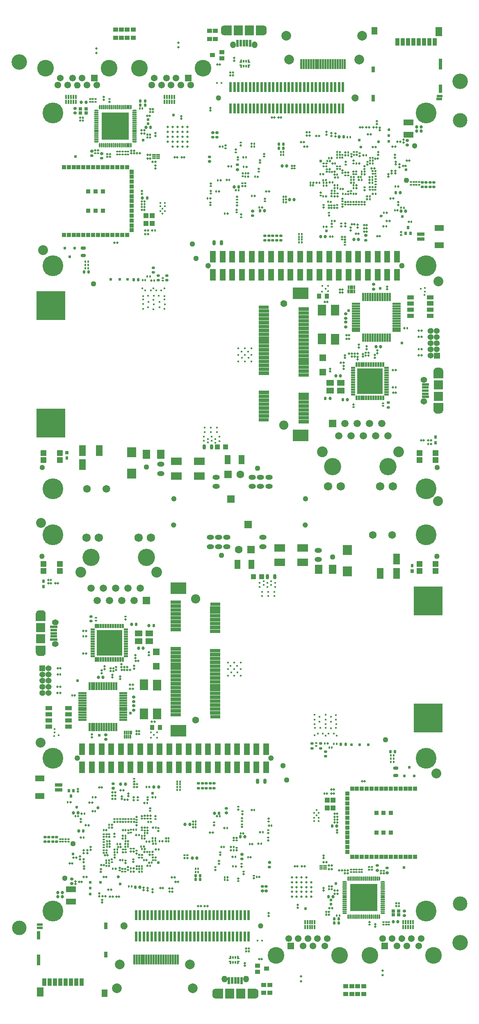
<source format=gbr>
*
%FSLAX45Y45*%
%MOMM*%
G04 A1 - i274x.macro49.d49..inc..13.4 *
%AMA1gts_lev.gbr*
4,1,6,
-0.260705,-0.362305,
-0.260705,0.362305,
0.260705,0.362305,
0.260705,0.044095,
0.057505,0.044095,
0.057505,-0.362305,
-0.260705,-0.362305,
0.0000*
%
G04 A2 - i274x.macro50.d50+1..inc..13.4 *
%AMA2gts_lev.gbr*
4,1,6,
-0.260705,-0.362305,
-0.260705,0.362305,
0.057505,0.362305,
0.057505,-0.044095,
0.260705,-0.044095,
0.260705,-0.362305,
-0.260705,-0.362305,
0.0000*
%
G04 A3 - i274x.macro51.d51+1..inc..13.4 *
%AMA3gts_lev.gbr*
4,1,6,
-0.260705,-0.362305,
-0.260705,-0.044095,
-0.057505,-0.044095,
-0.057505,0.362305,
0.260705,0.362305,
0.260705,-0.362305,
-0.260705,-0.362305,
0.0000*
%
G04 A4 - i274x.macro47.d47..inc..13.4 *
%AMA4gts_lev.gbr*
4,1,6,
-0.057505,-0.362305,
-0.057505,0.044095,
-0.260705,0.044095,
-0.260705,0.362305,
0.260705,0.362305,
0.260705,-0.362305,
-0.057505,-0.362305,
0.0000*
%
G04 A5 - rect2225.04x2052.32xr682x23 *
%AMA5gts_lev.gbr*
22,1,2.225035,0.688315,-1.112518,-0.344157,0.0*
1,1,1.364000,-0.430520,0.344160*
1,1,1.364000,0.430520,0.344160*
20,1,1.364000,-0.430520,0.344160,0.430520,0.344160,0.0*
1,1,1.364000,-0.430520,-0.344160*
1,1,1.364000,0.430520,-0.344160*
20,1,1.364000,-0.430520,-0.344160,0.430520,-0.344160,0.0*
21,1,1.026160,1.026160,0.599440,0.513080,0.0*
21,1,1.026160,1.026160,0.599440,-0.513080,0.0*
%
G04 A6 - rect2225.04x2052.32xr682x14 *
%AMA6gts_lev.gbr*
22,1,2.225035,0.688315,-1.112518,-0.344157,0.0*
1,1,1.364000,-0.430520,0.344160*
1,1,1.364000,0.430520,0.344160*
20,1,1.364000,-0.430520,0.344160,0.430520,0.344160,0.0*
1,1,1.364000,-0.430520,-0.344160*
1,1,1.364000,0.430520,-0.344160*
20,1,1.364000,-0.430520,-0.344160,0.430520,-0.344160,0.0*
21,1,1.026160,1.026160,-0.599440,0.513080,0.0*
21,1,1.026160,1.026160,-0.599440,-0.513080,0.0*
%
G04 A7 - i274x.macro49.d49..inc..13.4 180 *
%AMA7gts_lev.gbr*
4,1,6,
0.260705,0.362305,
0.260705,-0.362305,
-0.260705,-0.362305,
-0.260705,-0.044095,
-0.057505,-0.044095,
-0.057505,0.362305,
0.260705,0.362305,
0.0000*
%
G04 A8 - i274x.macro50.d50+1..inc..13.4 180 *
%AMA8gts_lev.gbr*
4,1,6,
0.260705,0.362305,
0.260705,-0.362305,
-0.057505,-0.362305,
-0.057505,0.044095,
-0.260705,0.044095,
-0.260705,0.362305,
0.260705,0.362305,
0.0000*
%
G04 A9 - i274x.macro51.d51+1..inc..13.4 180 *
%AMA9gts_lev.gbr*
4,1,6,
0.260705,0.362305,
0.260705,0.044095,
0.057505,0.044095,
0.057505,-0.362305,
-0.260705,-0.362305,
-0.260705,0.362305,
0.260705,0.362305,
0.0000*
%
G04 A10 - i274x.macro47.d47..inc..13.4 180 *
%AMA10gts_lev.gbr*
4,1,6,
0.057505,0.362305,
0.057505,-0.044095,
0.260705,-0.044095,
0.260705,-0.362305,
-0.260705,-0.362305,
-0.260705,0.362305,
0.057505,0.362305,
0.0000*
%
G04 A11 - rect2225.04x2052.32xr682x23 180 *
%AMA11gts_lev.gbr*
22,1,2.225035,0.688315,-1.112518,-0.344157,0.0*
1,1,1.364000,0.430520,-0.344160*
1,1,1.364000,-0.430520,-0.344160*
20,1,1.364000,0.430520,-0.344160,-0.430520,-0.344160,0.0*
1,1,1.364000,0.430520,0.344160*
1,1,1.364000,-0.430520,0.344160*
20,1,1.364000,0.430520,0.344160,-0.430520,0.344160,0.0*
21,1,1.026160,1.026160,-0.599440,-0.513080,0.0*
21,1,1.026160,1.026160,-0.599440,0.513080,0.0*
%
G04 A12 - rect2225.04x2052.32xr682x14 180 *
%AMA12gts_lev.gbr*
22,1,2.225035,0.688315,-1.112518,-0.344157,0.0*
1,1,1.364000,0.430520,-0.344160*
1,1,1.364000,-0.430520,-0.344160*
20,1,1.364000,0.430520,-0.344160,-0.430520,-0.344160,0.0*
1,1,1.364000,0.430520,0.344160*
1,1,1.364000,-0.430520,0.344160*
20,1,1.364000,0.430520,0.344160,-0.430520,0.344160,0.0*
21,1,1.026160,1.026160,0.599440,-0.513080,0.0*
21,1,1.026160,1.026160,0.599440,0.513080,0.0*
%
%ADD10C,2.015000*%
%ADD11R,1.614000X0.725000*%
%ADD12R,1.905000X1.295400*%
%ADD13R,5.231000X5.231000*%
%ADD14R,0.990600X0.812800*%
%ADD15R,1.004000X0.826000*%
%ADD16R,1.600000X1.600000*%
%ADD17R,0.623000X0.725000*%
%ADD18R,0.609600X0.711200*%
%ADD19C,1.600000*%
%ADD20R,5.703000X5.703000*%
%ADD21A1gts_lev.gbr*%
%ADD22C,0.623000*%
%ADD23C,0.610000*%
%ADD24A2gts_lev.gbr*%
%ADD25R,5.906000X5.906000*%
%ADD26R,1.258000X0.572000*%
%ADD27R,1.817000X2.223000*%
%ADD28R,1.207000X0.572000*%
%ADD29R,1.258000X1.156000*%
%ADD30R,1.244600X1.143000*%
%ADD31A3gts_lev.gbr*%
%ADD32R,3.315000X2.426000*%
%ADD33R,0.762000X1.701545*%
%ADD34R,0.902000X1.106000*%
%ADD35R,1.385000X0.877000*%
%ADD36O,1.092200X0.685800*%
%ADD37R,0.877000X0.877000*%
%ADD38R,0.765000X0.665000*%
%ADD39R,2.286000X1.574800*%
%ADD40R,2.082800X0.685800*%
%ADD41R,0.762000X2.235200*%
%ADD42R,1.106000X0.902000*%
%ADD43R,1.029000X1.131000*%
%ADD44O,0.457200X0.431800*%
%ADD45O,0.496000X0.471000*%
%ADD46C,1.372000*%
%ADD47R,1.193800X2.336800*%
%ADD48R,1.233000X2.376000*%
%ADD49R,1.537000X1.283000*%
%ADD50R,1.422400X2.209800*%
%ADD51R,1.854200X2.159000*%
%ADD52C,3.442000*%
%ADD53O,0.431800X0.457200*%
%ADD54O,0.471000X0.496000*%
%ADD55C,1.118000*%
%ADD56C,1.131000*%
%ADD57C,2.032000*%
%ADD58R,1.976120X1.876297*%
%ADD59R,0.515000X1.465000*%
%ADD60R,2.020000X1.207000*%
%ADD61R,0.928000X1.512000*%
%ADD62O,1.498600X0.965200*%
%ADD63R,0.333000X0.841000*%
%ADD64R,0.623000X2.122000*%
%ADD65R,0.584200X2.082800*%
%ADD66R,0.762000X1.397000*%
%ADD67O,0.584200X0.685800*%
%ADD68O,0.623000X0.725000*%
%ADD69A4gts_lev.gbr*%
%ADD70R,0.701547X1.251712*%
%ADD71O,0.725000X0.623000*%
%ADD72O,0.685800X0.584200*%
%ADD73R,0.333000X0.630000*%
%ADD74R,1.261617X1.601725*%
%ADD75R,1.524000X1.879600*%
%ADD76R,0.979000X1.106000*%
%ADD77R,0.623000X0.775000*%
%ADD78R,1.915000X2.015000*%
%ADD79C,4.293000*%
%ADD80R,1.295400X1.905000*%
%ADD81R,1.385000X1.334000*%
%ADD82R,1.465000X0.515000*%
%ADD83O,0.685800X1.092200*%
%ADD84O,0.725000X1.131000*%
%ADD85C,0.460000*%
%ADD86R,1.447800X1.905000*%
%ADD87C,2.223000*%
%ADD88A5gts_lev.gbr*%
%ADD89A6gts_lev.gbr*%
%ADD90C,1.385000*%
%ADD91R,1.372000X1.372000*%
%ADD92R,1.512000X1.512000*%
%ADD93C,1.512000*%
%ADD94C,1.725000*%
%ADD95R,1.639000X1.639000*%
%ADD96C,1.425000*%
%ADD97C,1.900000*%
%ADD98C,3.550000*%
%ADD99C,0.402000*%
%ADD100C,0.400000*%
%ADD101C,0.502000*%
%ADD102A7gts_lev.gbr*%
%ADD103A8gts_lev.gbr*%
%ADD104A9gts_lev.gbr*%
%ADD105A10gts_lev.gbr*%
%ADD106A11gts_lev.gbr*%
%ADD107A12gts_lev.gbr*%
%ADD108C,3.000000*%
%ADD109C,3.200000*%
%IPPOS*%
%LNgts_lev.gbr*%
%LPD*%
%SRX1Y1I0J0*%
G01*
G75*
G54D10*
X002515770Y000857073D03*
G54D11*
X001312546Y005050512D03*
Y004948912D03*
G54D12*
X000929387Y005179696D03*
Y004819727D03*
G54D13*
X002361160Y007979132D03*
G54D14*
X005417872Y001195427D03*
G54D15*
X005607864Y001260425D03*
G54D16*
X005289754Y009898533D03*
G54D17*
X001003936Y009246693D03*
G54D18*
Y009134730D03*
G54D17*
X008614208Y009566327D03*
G54D19*
X005035754Y009898533D03*
G54D20*
X007613880Y002723872D03*
G54D21*
X005025976Y001388644D03*
G54D22*
X007039840Y003010892D03*
X003257780Y004877791D03*
X002798040Y006526251D03*
X003374620Y003442692D03*
X002150340Y006069051D03*
X001700760Y007196812D03*
X006414060Y002494611D03*
X001967028Y002919045D03*
Y003039340D03*
X002581708Y003007945D03*
X002177848Y003043505D03*
X008454188Y005235525D03*
X001610615Y003620923D03*
X001690168Y004587825D03*
X008555788Y005413325D03*
X008657388Y005235525D03*
X008440675Y003349143D03*
X006940348Y002588845D03*
Y002672665D03*
X007527088Y005878145D03*
X007707428D03*
G54D23*
X007361988D03*
G54D24*
X005025976Y001488618D03*
G54D25*
X008944154Y006423686D03*
Y008843697D03*
G54D26*
X000925019Y002166799D03*
G54D27*
X003350490Y007104228D03*
X003078710Y007113119D03*
Y006513425D03*
X003350490D03*
G54D28*
X000922504Y002100809D03*
G54D29*
X001337540Y009461222D03*
X001002260D03*
G54D30*
Y009606002D03*
G54D29*
X008761960D03*
X009097240D03*
X008761960Y009461222D03*
X009097240D03*
G54D31*
X004856608Y001488618D03*
G54D32*
X003789148Y006168696D03*
G54D33*
X000900025Y001950289D03*
G54D34*
X003408224Y006228259D03*
X003244496D03*
G54D35*
X001522223Y006249391D03*
Y006376391D03*
Y006503391D03*
Y006630391D03*
G54D36*
X008278928Y005393005D03*
Y005240605D03*
G54D37*
X008674254Y003567609D03*
X008574254D03*
X008474254D03*
X008374254D03*
X008274254D03*
X008174254D03*
X008074255D03*
X007974255D03*
X007874255D03*
X007774256D03*
X007674256D03*
X007574256D03*
X007474256D03*
X007374256D03*
X007274257Y003767608D03*
Y003967608D03*
Y004067607D03*
Y004267607D03*
Y004367607D03*
Y004467581D03*
Y004567581D03*
Y004667581D03*
Y004767581D03*
Y004867581D03*
X007374256Y004967581D03*
X007474256D03*
X007574256D03*
X007674256D03*
X007774256D03*
X007874255D03*
X007974255D03*
X008074255D03*
X008174254D03*
X008274254D03*
X008374254D03*
X008474254D03*
X008574254D03*
X008674254D03*
G54D38*
X008332141Y002371040D03*
X008221499D03*
X008332141Y002451863D03*
X008221499Y002451838D03*
G54D39*
X006352820Y009935084D03*
Y009635059D03*
X005882819D03*
Y009935084D03*
G54D40*
X004549167Y006453684D03*
G54D41*
X000900025Y001442289D03*
G54D42*
X007489420Y000900736D03*
Y000737007D03*
X005673320Y000923595D03*
Y000759867D03*
X005551400Y000923595D03*
Y000759867D03*
X007611340Y000900736D03*
Y000737007D03*
X007245580Y000900736D03*
Y000737007D03*
X007367500Y000900736D03*
Y000737007D03*
G54D43*
X006978880Y004733012D03*
Y004570451D03*
X006856960D03*
Y004733012D03*
G54D44*
X002528800Y004341902D03*
X002584680D03*
X002696440Y008515122D03*
G54D45*
Y008459141D03*
G54D44*
X002086840Y008489722D03*
Y008433741D03*
G54D45*
X002000480Y006030901D03*
Y006086882D03*
X002427200Y007318782D03*
Y007262800D03*
G54D44*
X005099280Y004301161D03*
X005645380Y004113302D03*
X005023080Y003061640D03*
X005653000Y004296080D03*
X005642840Y003960902D03*
X005111980Y004504462D03*
X005099280Y004237762D03*
X002630400Y003259760D03*
X002686280D03*
X003092680Y004354501D03*
G54D45*
Y004410482D03*
G54D44*
X002925040Y004329101D03*
G54D45*
Y004385082D03*
G54D44*
Y004273322D03*
X002869160Y004341902D03*
X002302740Y004034562D03*
X002411960Y003457881D03*
X002808200Y004067481D03*
X002874240Y005172482D03*
X002244320Y003757600D03*
Y003813582D03*
Y003922802D03*
Y003866821D03*
X005089120Y003419882D03*
G54D45*
X002693900Y003435020D03*
G54D44*
Y003491002D03*
X002302740Y003704362D03*
X003316200Y003495980D03*
X003090140Y004110660D03*
X002470380Y004341902D03*
X003209520Y004354501D03*
G54D45*
Y004410482D03*
G54D44*
X002698980Y004341902D03*
X002643100D03*
X002754860D03*
G54D45*
X002574520Y003338602D03*
G54D44*
X002246860Y004034562D03*
X005129760Y003262402D03*
X004649700Y003661182D03*
X003250160Y003610281D03*
X002358620Y004034562D03*
X002808200Y003734842D03*
X001515340Y003932962D03*
Y003876981D03*
X001401040Y003932962D03*
Y003876981D03*
X001456920Y003932962D03*
Y003876981D03*
X003034260Y004349421D03*
G54D45*
Y004405402D03*
G54D44*
X003151100Y004354501D03*
G54D45*
Y004410482D03*
G54D44*
X002810740Y004341902D03*
G54D45*
X001664336Y003058390D03*
Y003002408D03*
G54D44*
X002643100Y003714522D03*
X003034260Y003549321D03*
X002866620Y003734842D03*
X002752320Y004057321D03*
X002467840Y003983661D03*
X002698980Y003717062D03*
X002978380Y003549321D03*
X002925040Y003691662D03*
X002859000Y003516402D03*
G54D45*
Y003460420D03*
X003191740Y003610281D03*
G54D44*
X001345160Y003932962D03*
Y003876981D03*
X005020540Y004598442D03*
X005343120Y003178582D03*
X003374620Y004153942D03*
X007519900Y003305582D03*
Y003249600D03*
X003971520Y003597682D03*
G54D45*
Y003541700D03*
G54D44*
X003913100Y003597682D03*
G54D45*
Y003541700D03*
G54D44*
X003260320Y003495980D03*
X008022820Y002165021D03*
Y002221002D03*
X008027900Y003280182D03*
G54D45*
Y003224201D03*
G54D44*
X007575780Y003305582D03*
Y003249600D03*
X007408140Y003305582D03*
Y003249600D03*
X007464020Y003305582D03*
Y003249600D03*
X007352260Y003305582D03*
Y003249600D03*
X008078700Y002165021D03*
Y002221002D03*
X007733260Y002165021D03*
G54D45*
Y002221002D03*
X007852640Y002121841D03*
Y002177822D03*
G54D44*
X003031720Y004113201D03*
X008134580Y002165021D03*
Y002221002D03*
X007969480Y003280182D03*
G54D45*
Y003224201D03*
G54D44*
X002246860Y003704362D03*
X002742160Y003295320D03*
G54D45*
Y003351302D03*
X002952548Y004788942D03*
G54D44*
Y004732961D03*
G54D45*
X002500428Y007475856D03*
Y007419874D03*
X001715568Y004963796D03*
Y004907814D03*
X002185900Y003313202D03*
X007062268Y004117976D03*
Y004061994D03*
X003316200Y004402862D03*
G54D44*
Y004346881D03*
G54D45*
X001753262Y003569767D03*
Y003513786D03*
X002901342Y007666686D03*
Y007722668D03*
G54D44*
X003204440Y004509440D03*
X003148560Y004796562D03*
G54D45*
Y004740580D03*
G54D44*
X002932660Y005063262D03*
G54D45*
Y005007281D03*
X003181580Y007778522D03*
Y007722540D03*
X002155420Y002810282D03*
Y002754300D03*
X002871700Y007443141D03*
Y007499122D03*
X001832408Y003698876D03*
Y003642894D03*
X001906068Y003698876D03*
Y003642894D03*
X001840028Y003317774D03*
Y003373756D03*
X001979728Y003711474D03*
Y003767456D03*
X002259560Y007494042D03*
Y007438060D03*
X002203680Y007405142D03*
Y007349160D03*
G54D44*
X004987520Y003752622D03*
X004931640Y003899841D03*
X004990060D03*
G54D45*
X002587220Y007227240D03*
Y007283222D03*
X007227800Y003226741D03*
Y003282722D03*
X007286220Y003226741D03*
Y003282722D03*
X002874240Y005007281D03*
X002215948Y002680336D03*
Y002624354D03*
X001829462Y003457906D03*
Y003513888D03*
X002615160Y004811802D03*
Y004755820D03*
X002864080Y004788942D03*
Y004732961D03*
X002610080Y007534682D03*
Y007478700D03*
X002757400Y004872762D03*
Y004816780D03*
X005162348Y001374776D03*
Y001318794D03*
X006252008Y002517268D03*
Y002573249D03*
X006788355Y002867788D03*
Y002923770D03*
X006782868Y003538754D03*
Y003594736D03*
X001771448Y004288054D03*
Y004344036D03*
X003071928Y002878354D03*
Y002934336D03*
X003150668Y002868194D03*
Y002924176D03*
X003257348Y002840254D03*
Y002896236D03*
G54D46*
X006810834Y001729995D03*
X008750022D03*
G54D47*
X001800023Y005412512D03*
G54D48*
X002000022D03*
X002200022D03*
X002400022D03*
X002600021D03*
X002800021D03*
X003000020D03*
X003200020D03*
X003400020D03*
X003600020D03*
X003800019D03*
X004000018D03*
X004200018D03*
X004400018D03*
X004600018D03*
X004800017D03*
X005000017D03*
X005200016D03*
G54D47*
X005400016D03*
G54D48*
X005600015D03*
G54D47*
X001800023Y005787518D03*
G54D48*
X002000022D03*
X002200022D03*
X002400022D03*
X002600021D03*
X002800021D03*
X003000020D03*
X003200020D03*
X003400020D03*
X003600020D03*
X003800019D03*
X004000018D03*
X004200018D03*
X004400018D03*
X004600018D03*
X004800017D03*
X005000017D03*
G54D47*
X005200016D03*
X005400016D03*
G54D48*
X005600015D03*
G54D49*
X003182367Y008173441D03*
X002962352D03*
X003182367Y008013422D03*
X002962352D03*
G54D50*
X007949998Y009409990D03*
X008290002D03*
Y009699981D03*
G54D51*
X007278575Y009885732D03*
Y009448852D03*
G54D52*
X005803825Y001529995D03*
X007743013D03*
X009057006D03*
G54D53*
X006798057Y004869765D03*
G54D54*
X006854039D03*
G54D53*
X001156413Y009273693D03*
G54D54*
X001100431D03*
X001822629Y008220431D03*
X001878611D03*
X001825169Y007753072D03*
X001881151D03*
G54D53*
X001825169Y008108672D03*
G54D54*
X001881151D03*
X002843810Y007029172D03*
X002787829D03*
G54D53*
X001591489Y006889472D03*
G54D54*
X001647471D03*
X002978431Y006152872D03*
X002922449D03*
X002978431Y006094452D03*
X002922449D03*
G54D53*
X003819171Y005116551D03*
X003763189D03*
X003819171Y004946372D03*
X003763189D03*
X004731031Y003767812D03*
X002523771Y003658592D03*
X004746169Y003142972D03*
X005259249Y003831311D03*
X005355870Y004529812D03*
X003034311Y003371571D03*
Y003315692D03*
X002917471Y004123411D03*
X008230719Y005586045D03*
X008174737D03*
X005711470Y004212312D03*
X004962171Y003564612D03*
X005223689Y003554451D03*
X002300149Y003490951D03*
X008230719Y005517465D03*
X008174737D03*
G54D54*
X001776477Y003965525D03*
G54D53*
X001832459D03*
X004929151Y003765272D03*
X002310309Y003889732D03*
G54D54*
X002366291D03*
G54D53*
X004794531Y004161511D03*
X002808124Y003325013D03*
G54D54*
X002864105D03*
G54D53*
X002300149Y003435072D03*
X003127351Y005002277D03*
G54D54*
X003183332D03*
G54D53*
X002699031Y004115792D03*
X002244269D03*
X002358569Y004169131D03*
X002808124Y003261513D03*
G54D54*
X002864105D03*
G54D53*
X002310309Y003831311D03*
X002523771Y003714472D03*
X003819171Y005060671D03*
X003763189D03*
X003399969Y003889732D03*
X005495570Y003836392D03*
G54D54*
X005457470Y003148052D03*
G54D53*
X005401489D03*
X003321331Y003836392D03*
X003240051Y003442692D03*
G54D54*
X002490751Y003320771D03*
G54D53*
X002434769D03*
X002358569Y004227552D03*
X003130729Y003882112D03*
X004197631Y003254731D03*
X004141649D03*
X002310309Y003775432D03*
X003819171Y005004792D03*
X003763189D03*
X004916349Y003366492D03*
X002528749Y003828772D03*
X001660069Y004405352D03*
X008230719Y005654625D03*
X008174737D03*
X002764944Y002951633D03*
X002820925D03*
X002541449Y003770351D03*
X003031669Y003998951D03*
X002970810Y004014191D03*
X002638071Y003493491D03*
X002693950Y003998951D03*
X003031669Y003943072D03*
X003018969Y003780512D03*
X003034209Y003724631D03*
X003090089Y004057372D03*
X002691309Y003887192D03*
X002693950Y003943072D03*
X003074849Y003493491D03*
G54D54*
X003130830D03*
G54D53*
X002747291Y003772892D03*
X004197631Y003318232D03*
X004141649D03*
X003311171Y003948152D03*
X005071289Y004047211D03*
X004746169Y003087092D03*
X003222271Y004283432D03*
X003311171Y003892271D03*
X003321331Y004166592D03*
G54D54*
X003323769Y003717012D03*
G54D53*
X003588031Y003945611D03*
X002747291Y003828772D03*
X003585490Y003887192D03*
X007055029Y002358112D03*
X007111011D03*
X003204491Y003381732D03*
G54D54*
X007108369Y003282672D03*
X007164350D03*
X006950559Y003391485D03*
X006894577D03*
X002670964Y007475805D03*
X002726945D03*
X001558139Y004694505D03*
G54D53*
X001502157D03*
G54D54*
X001792225Y003045613D03*
X001736243D03*
X002193799Y003393009D03*
X006998819Y004951045D03*
X006942837D03*
X006998819Y004869765D03*
X006942837D03*
X007067830Y004453611D03*
X007011849D03*
X007576567Y005126051D03*
X007632549D03*
G54D53*
X002071219Y004506545D03*
G54D54*
X003236571Y006347613D03*
X003292553D03*
G54D53*
X003143531Y004677131D03*
G54D54*
X003087549D03*
X002787829Y007110451D03*
X002843810D03*
X001302031Y009202599D03*
X001246049D03*
X002959813Y007600697D03*
X002903831D03*
X002325650Y003595092D03*
X002269669D03*
X002279499Y002748865D03*
X002223517D03*
X002375917Y002743785D03*
X002431899D03*
G54D53*
X005531131Y004070072D03*
G54D54*
X002671065Y007414413D03*
X002615083D03*
X006958611Y002510512D03*
X006902629D03*
G54D53*
X004926611Y003699232D03*
G54D54*
X001619429Y003546831D03*
X001675411D03*
X001832789Y003148052D03*
X001888771D03*
X007014389Y002805152D03*
X007070371D03*
X007014389Y002873732D03*
X007070371D03*
G54D53*
X003313685Y004795673D03*
G54D54*
X003257704D03*
X001156413Y009202573D03*
X001100431D03*
X004329177Y002548205D03*
X004385159D03*
X004194557Y002545665D03*
X004250539D03*
X002507997Y002743785D03*
X002563979D03*
X002424177Y004829125D03*
X002480159D03*
X002396771Y002888972D03*
X002340789D03*
X002151889Y004993463D03*
X002207871D03*
X001878077Y004214445D03*
X002787092Y007414413D03*
X002731111D03*
X002480159Y004763085D03*
X002424177D03*
X006190997Y003368625D03*
X006246979D03*
X006787897Y003457525D03*
X006843879D03*
X006894577Y003315285D03*
X006950559D03*
X006392775Y003368879D03*
X006336793D03*
X001598779Y003432125D03*
X001542797D03*
G54D53*
X001845159Y004458285D03*
G54D54*
X001789177D03*
X001951737Y004681805D03*
X002007719D03*
X002480159Y004895165D03*
X002424177D03*
X002650339Y004940885D03*
X002594357D03*
X002243837Y003151709D03*
X002299819D03*
X003468219Y002921585D03*
X003412237D03*
X003660497Y002914981D03*
X003604515D03*
X003780639Y003048585D03*
X003724657D03*
X003709519Y003142565D03*
X003653537D03*
X003661259Y002847163D03*
X002677771Y004745737D03*
X002733753D03*
G54D55*
X004677208Y009777045D03*
X006020868Y005149165D03*
X001608888Y003835985D03*
G54D56*
X001438708Y003127325D03*
G54D55*
X008065568Y005974665D03*
X006973800Y009746972D03*
G54D57*
X000945948Y005918785D03*
X000951028Y010452685D03*
X009109508Y005281245D03*
G54D58*
X000945389Y008290053D03*
Y008060056D03*
G54D59*
X004896944Y001013486D03*
X004961942D03*
X005026941D03*
G54D60*
X001566165Y002646300D03*
Y002896286D03*
G54D61*
X001791514Y000984301D03*
X001681507D03*
X001571525D03*
X001461517D03*
X001351510D03*
X001241502D03*
X001131521D03*
X001021513D03*
G54D62*
X004445230Y009959316D03*
Y010149307D03*
X004615410Y009959316D03*
Y010149307D03*
X005529810Y009959316D03*
Y010149307D03*
X004785590Y009959316D03*
Y010149307D03*
X006677890Y009692616D03*
Y009882608D03*
G54D63*
X008478293Y002222653D03*
X008528280D03*
X008578267D03*
X008628280D03*
Y002117650D03*
X008578267D03*
X008528280D03*
X008478293D03*
X008428280D03*
G54D64*
X002915007Y001921917D03*
X002994991D03*
X003075001D03*
X003155011D03*
X003234996D03*
X003315006D03*
G54D65*
X003394991D03*
G54D64*
X003475001D03*
X003555010D03*
G54D65*
X003634995D03*
G54D64*
X003715005D03*
X003794990D03*
G54D65*
X003875000D03*
G54D64*
X003955010D03*
X004034995D03*
G54D65*
X004115005D03*
G54D64*
X004194989D03*
X004274999D03*
G54D65*
X004355009D03*
G54D64*
X004434994D03*
X004515004D03*
G54D65*
X004594988D03*
X004834993D03*
G54D64*
X004915003D03*
X004994988D03*
G54D65*
X005074997D03*
G54D64*
X005155008D03*
X005234992D03*
X002915007Y002362557D03*
X002994991D03*
X003075001D03*
X003155011D03*
X003234996D03*
X003315006D03*
X003394991D03*
X003475001D03*
G54D65*
X003555010D03*
G54D64*
X003634995D03*
X003715005D03*
X003794990D03*
X003875000D03*
X003955010D03*
G54D65*
X004034995D03*
G54D64*
X004115005D03*
X004194989D03*
X004274999D03*
X004355009D03*
G54D65*
X004434994D03*
X004674998D03*
X004915003D03*
X005155008D03*
G54D66*
X002290015Y002144294D03*
G54D67*
X002917014Y008360132D03*
G54D68*
X002821306D03*
X006983553Y002744192D03*
G54D67*
X006887846D03*
G54D68*
X001731646Y004095472D03*
G54D67*
X001827354D03*
G54D68*
X002992350Y002941499D03*
G54D67*
X002896643D03*
G54D68*
X003377998Y005001921D03*
X003282291D03*
X004169234Y003541751D03*
X004073526D03*
X001619886Y004473932D03*
G54D67*
X007002146Y002205712D03*
X007097853D03*
G54D68*
X001299821Y002740813D03*
X001395528D03*
X001299821Y002827173D03*
X001395528D03*
G54D67*
X004237814Y003175992D03*
X004142106D03*
X004237814Y003097252D03*
X004142106D03*
X005064126Y003978632D03*
X004628973Y004466312D03*
X008260741Y005730825D03*
X008165034D03*
X006958534Y004201745D03*
G54D68*
X007054242D03*
X003181986Y008332191D03*
G54D67*
X003277693D03*
G54D68*
X002966086Y007869911D03*
X003061793D03*
G54D67*
X007002146Y002286992D03*
X007097853D03*
G54D68*
X002135506Y007265392D03*
X002231214D03*
X008221346Y002231111D03*
X008317053D03*
X002597355Y005062805D03*
X002693061D03*
G54D69*
X004856608Y001388644D03*
G54D70*
X002292504Y001551814D03*
G54D71*
X007895820Y003288158D03*
G54D72*
Y003383865D03*
G54D71*
X001585596Y003111272D03*
Y003015565D03*
G54D72*
X001980160Y008519745D03*
Y008424038D03*
X008096480Y003333065D03*
G54D71*
Y003237358D03*
G54D72*
X001197840Y003975685D03*
Y003879978D03*
X001035280Y003975685D03*
Y003879978D03*
X005096740Y003521838D03*
X004779240Y004567505D03*
G54D71*
X005520920Y002858898D03*
G54D72*
Y002954605D03*
X005668240Y003354198D03*
G54D71*
X005602200Y002858898D03*
G54D72*
Y002954605D03*
X004522700Y005078045D03*
X001114020Y003975685D03*
Y003879978D03*
X004443960Y005078045D03*
X001276580Y003975685D03*
Y003879978D03*
G54D71*
X002284960Y006081345D03*
Y005985638D03*
G54D72*
X004200120Y005078045D03*
X004283940D03*
X004365220D03*
G54D71*
X002861540Y006587618D03*
Y006683325D03*
Y006858585D03*
Y006762878D03*
X008449540Y002451685D03*
Y002355978D03*
X002444548Y004976852D03*
G54D72*
Y005072558D03*
G54D73*
X004916298Y001388644D03*
X004966285D03*
Y001488618D03*
X004916298D03*
G54D74*
X002264513Y000754304D03*
G54D75*
X006973850Y009490432D03*
X006679109D03*
G54D76*
X005505756Y009337117D03*
X005340656D03*
G54D77*
X001573328Y004815307D03*
X001523341Y004929303D03*
X001623315D03*
G54D78*
X004846956Y000745999D03*
X005076953D03*
G54D79*
X001199999Y002450009D03*
X008899984D03*
Y010200006D03*
X001199999D03*
Y005600015D03*
X008899984D03*
G54D80*
X005004640Y009594165D03*
X005294657D03*
G54D81*
X003333980Y007791374D03*
Y007496328D03*
G54D82*
X001212877Y008240066D03*
Y008175067D03*
Y008110068D03*
G54D83*
X005576800Y005126711D03*
X005424400D03*
G54D84*
X005778806Y009337117D03*
X005626406D03*
G54D85*
X006330037Y002941702D03*
X006230037D03*
X006130037D03*
X006430037D03*
X006130037Y002841702D03*
X006230037D03*
X006330037D03*
X006530037D03*
X006430037D03*
X006130037Y002741702D03*
X006230037D03*
X006330037D03*
X006530037D03*
X006430037D03*
X006130037Y003041702D03*
X006230037D03*
X006330037D03*
X006430037D03*
X006130037Y003141701D03*
X006230037D03*
X006330037D03*
X006430037D03*
G54D10*
X004025774Y001347065D03*
X002575790D03*
X004085795Y000857073D03*
G54D15*
X005417872Y001325424D03*
G54D30*
X001337540Y009606002D03*
G54D32*
X003789148Y009098687D03*
G54D35*
X001112217Y006630391D03*
Y006503391D03*
Y006249391D03*
G54D37*
X008174635Y004067582D03*
X008024649D03*
X007874662D03*
Y004468902D03*
X008024649D03*
X008174635D03*
G54D40*
X004549167Y008773694D03*
G54D45*
X005099280Y004357142D03*
X005645380Y004057321D03*
X005023080Y003117622D03*
X005653000Y004352062D03*
X005642840Y003904921D03*
X004545560Y003295320D03*
G54D44*
Y003351302D03*
G54D45*
X005111980Y004448480D03*
X005099280Y004181781D03*
X002925040Y004217341D03*
X002869160Y004285921D03*
X004527780Y004219881D03*
G54D44*
Y004275862D03*
G54D45*
X005089120Y003363900D03*
X003090140Y004166642D03*
X002470380Y004285921D03*
X005129760Y003206421D03*
X004649700Y003605201D03*
X003250160Y003666262D03*
X002808200Y003678860D03*
X002866620D03*
X002467840Y004039642D03*
X002925040Y003635680D03*
X005020540Y004542461D03*
X005343120Y003122600D03*
X003374620Y004097961D03*
X003031720Y004169182D03*
G54D44*
X006635548Y005852694D03*
Y005908676D03*
G54D45*
X005652136Y002348460D03*
Y002404441D03*
X004987520Y003696640D03*
X004931640Y003955822D03*
X004990060D03*
X004624300Y003422321D03*
Y003478302D03*
G54D86*
X000935026Y000779298D03*
G54D52*
X007117818Y001529995D03*
G54D54*
X005315231Y003831311D03*
X005299889Y004529812D03*
X005655489Y004212312D03*
X005279671Y003554451D03*
G54D53*
X004146831Y004176751D03*
G54D54*
X004090849D03*
X004873169Y003765272D03*
X004738549Y004161511D03*
G54D53*
X004146831Y004291052D03*
G54D54*
X002643049Y004115792D03*
X002300251D03*
X002414550Y004169131D03*
G54D53*
X004146831Y004235172D03*
G54D54*
X003455951Y003889732D03*
X005439589Y003836392D03*
X002414550Y004227552D03*
X003186710Y003882112D03*
X003085009Y003666212D03*
X002584731Y003828772D03*
X002597430Y003770351D03*
X002914829Y004014191D03*
X002582089Y003493491D03*
X003074951Y003780512D03*
X003090191Y003724631D03*
X002747291Y003887192D03*
G54D53*
X004642131Y004400271D03*
G54D54*
X004586149D03*
X005127270Y004047211D03*
X003265349Y004166592D03*
X003532049Y003945611D03*
X003529509Y003887192D03*
G54D53*
X006996177Y005895925D03*
X007052159D03*
G54D54*
X006869279Y005903545D03*
G54D53*
X006813297D03*
X006955639Y005819725D03*
X006899657D03*
X002020317Y004791025D03*
G54D54*
X002076299D03*
X002015237Y004506545D03*
X005475149Y004070072D03*
X001291769Y007069811D03*
X001347751D03*
X001291769Y006942812D03*
X001347751D03*
G54D53*
X001350291Y007323811D03*
G54D54*
X001294309D03*
X004870629Y003699232D03*
X001294309Y007450811D03*
X001350291D03*
X004441369Y004067531D03*
X004497351D03*
X005454397Y001456005D03*
X005510379D03*
G54D56*
X005947208Y005446345D03*
G54D87*
X001768882Y009435999D03*
X003339238D03*
G54D63*
X006401360Y002222653D03*
X006451372D03*
X006501360D03*
X006551347D03*
X006601359D03*
X006551347Y002117650D03*
X006501360D03*
X006451372D03*
X006401360D03*
G54D64*
X004674998Y001921917D03*
X004755008D03*
X004515004Y002362557D03*
X004594988D03*
X004755008D03*
X004834993D03*
X004994988D03*
X005074997D03*
X005234992D03*
G54D68*
X004021914Y004235172D03*
X003926206D03*
X005159834Y003978632D03*
X004533266Y004466312D03*
G54D67*
X007239662Y005885765D03*
X007143955D03*
G54D71*
X005096740Y003617545D03*
X004779240Y004471798D03*
G54D72*
X004522700Y004982338D03*
X004443960D03*
X004200120D03*
X004283940D03*
X004365220D03*
X006724448Y005802351D03*
Y005898059D03*
X006831128Y005639792D03*
Y005735499D03*
X006549188Y005802351D03*
Y005898059D03*
G54D85*
X006530037Y002941702D03*
Y003041702D03*
G54D88*
X004598189Y000745999D03*
G54D89*
X005325696D03*
G54D90*
X006060822Y001880007D03*
X006260822D03*
X006460822D03*
X006560821Y001729995D03*
X006360822D03*
G54D91*
X006110810D03*
G54D90*
X008000011Y001880007D03*
X008200010D03*
X008600010D03*
X008800009D03*
X008500010Y001729995D03*
X008300010D03*
G54D91*
X008049998D03*
G54D90*
X006660821Y001880007D03*
X006860821D03*
G54D92*
X003125242Y008852002D03*
G54D93*
X002871243D03*
X002617242D03*
X002363243D03*
X002109243D03*
X002998243Y009106003D03*
X002744243D03*
X002490243D03*
X002236243D03*
X001982243D03*
G54D94*
X002963750Y010146996D03*
X002142745D03*
X003218232D03*
X001887246D03*
G54D95*
X005225848Y010412045D03*
G54D53*
X003034311Y003259811D03*
X003379751Y003717012D03*
G54D44*
X002574520Y003282621D03*
G54D96*
X004139160Y006383681D03*
G54D97*
Y008883702D03*
G54D98*
X003125242Y009741002D03*
X001982243D03*
G54D99*
X001311708Y006073725D03*
X001230860Y006201131D03*
X001227888Y006134685D03*
X001225348Y006055945D03*
X003219680Y006130011D03*
X003346680Y006132552D03*
X003219680Y006018252D03*
X003275560Y006079211D03*
X003344140Y006018252D03*
X005421860Y001834871D03*
X005513300D03*
X004865422Y007501713D03*
X004997502D03*
X005009440Y007369379D03*
X004877360D03*
X005073448Y007435165D03*
Y007572325D03*
Y007303085D03*
X004809288Y007435165D03*
Y007572325D03*
Y007303085D03*
X004941368D03*
Y007572325D03*
Y007435165D03*
G54D100*
X005515586Y008937956D03*
X005769586D03*
X005642586D03*
X005515586Y009029396D03*
X005769586D03*
X005642586D03*
G54D99*
X005700828Y009245677D03*
X005548428Y009248217D03*
X005700828Y009169985D03*
X005548428Y009172525D03*
X005785664Y009124722D03*
X005464100Y009125992D03*
X005624628Y009125230D03*
X005464100Y009212352D03*
X005785664Y009211082D03*
X005624628Y009211590D03*
X006995720Y006105475D03*
X006663996Y006108777D03*
X006883960Y006106237D03*
X006768898Y006109539D03*
X007041948Y006225871D03*
X006604306Y006224347D03*
X006824270Y006221807D03*
X006700572Y006349061D03*
X006934252D03*
X006595924Y006395543D03*
X007037884Y006390463D03*
X006824524Y006395543D03*
X006939332Y006218505D03*
X006719368Y006221045D03*
X006936284Y006453963D03*
X006702604D03*
X006596940Y006493587D03*
X007040424Y006489523D03*
X007058458Y006063819D03*
X006602274Y006068391D03*
X006825794Y006063311D03*
X006596686Y006299023D03*
X007043726D03*
X006827064Y006494603D03*
X006826353Y006301970D03*
X006640120Y004423995D03*
X006591098Y004370909D03*
X006684570Y004369893D03*
X006640882Y004528389D03*
X006591860Y004475303D03*
X006685332Y004474287D03*
X006685078Y004304361D03*
X006591860Y004302583D03*
G54D101*
X006315940Y001098272D03*
Y001001752D03*
X008005040Y001217651D03*
Y001126212D03*
G54D10*
X007584238Y020492937D03*
G54D11*
X008787461Y016299498D03*
G54D11*
Y016401098D03*
G54D12*
X009170620Y016170314D03*
G54D12*
Y016530283D03*
G54D13*
X007738847Y013370879D03*
G54D14*
X004682135Y020154584D03*
G54D15*
X004492143Y020089585D03*
G54D16*
X004810253Y011451477D03*
G54D17*
X009096071Y012103317D03*
G54D18*
Y012215280D03*
G54D17*
X001485799Y011783684D03*
G54D19*
X005064253Y011451477D03*
G54D20*
X002486127Y018626139D03*
G54D102*
X005074032Y019961366D03*
G54D22*
X003060167Y018339118D03*
G54D22*
X006842227Y016472219D03*
G54D22*
X007301967Y014823759D03*
G54D22*
X006725387Y017907319D03*
G54D22*
X007949667Y015280959D03*
G54D22*
X008399247Y014153199D03*
G54D22*
X003685947Y018855399D03*
G54D22*
X008132979Y018430965D03*
G54D22*
Y018310670D03*
G54D22*
X007518299Y018342065D03*
G54D22*
X007922159Y018306505D03*
G54D22*
X001645819Y016114485D03*
G54D22*
X008489392Y017729087D03*
G54D22*
X008409839Y016762185D03*
G54D22*
X001544219Y015936685D03*
G54D22*
X001442619Y016114485D03*
G54D22*
X001659332Y018000867D03*
G54D22*
X003159659Y018761165D03*
G54D22*
Y018677345D03*
G54D22*
X002572919Y015471865D03*
G54D22*
X002392579D03*
G54D23*
X002738019D03*
G54D103*
X005074032Y019861392D03*
G54D25*
X001155853Y014926324D03*
G54D25*
Y012506314D03*
G54D26*
X009174989Y019183212D03*
G54D27*
X006749517Y014245782D03*
G54D27*
X007021297Y014236892D03*
G54D27*
Y014836585D03*
G54D27*
X006749517D03*
G54D28*
X009177503Y019249201D03*
G54D29*
X008762467Y011888789D03*
G54D29*
X009097747D03*
G54D30*
Y011744008D03*
G54D29*
X001338047D03*
G54D29*
X001002767D03*
G54D29*
X001338047Y011888789D03*
G54D29*
X001002767D03*
G54D104*
X005243399Y019861392D03*
G54D32*
X006310859Y015181315D03*
G54D33*
X009199982Y019399721D03*
G54D34*
X006691783Y015121752D03*
G54D34*
X006855512D03*
G54D35*
X008577784Y015100618D03*
G54D35*
Y014973619D03*
G54D35*
Y014846618D03*
G54D35*
Y014719618D03*
G54D36*
X001821079Y015957005D03*
G54D36*
Y016109405D03*
G54D37*
X001425754Y017782401D03*
G54D37*
X001525753D03*
G54D37*
X001625753D03*
G54D37*
X001725753D03*
G54D37*
X001825752D03*
G54D37*
X001925752D03*
G54D37*
X002025752D03*
G54D37*
X002125752D03*
G54D37*
X002225752D03*
G54D37*
X002325752D03*
G54D37*
X002425752D03*
G54D37*
X002525751D03*
G54D37*
X002625751D03*
G54D37*
X002725751D03*
G54D37*
X002825751Y017582402D03*
G54D37*
Y017382402D03*
G54D37*
Y017282403D03*
G54D37*
Y017082403D03*
G54D37*
Y016982403D03*
G54D37*
Y016882429D03*
G54D37*
Y016782429D03*
G54D37*
Y016682429D03*
G54D37*
Y016582429D03*
G54D37*
Y016482429D03*
G54D37*
X002725751Y016382429D03*
G54D37*
X002625751D03*
G54D37*
X002525751D03*
G54D37*
X002425752D03*
G54D37*
X002325752D03*
G54D37*
X002225752D03*
G54D37*
X002125752D03*
G54D37*
X002025752D03*
G54D37*
X001925752D03*
G54D37*
X001825752D03*
G54D37*
X001725753D03*
G54D37*
X001625753D03*
G54D37*
X001525753D03*
G54D37*
X001425754D03*
G54D38*
X001767866Y018978970D03*
G54D38*
X001878508D03*
G54D38*
X001767866Y018898147D03*
G54D38*
X001878508Y018898173D03*
G54D39*
X003747186Y011414926D03*
G54D39*
Y011714951D03*
G54D39*
X004217188D03*
G54D39*
Y011414926D03*
G54D40*
X005550841Y014896327D03*
G54D41*
X009199982Y019907721D03*
G54D42*
X002610587Y020449275D03*
G54D42*
Y020613003D03*
G54D42*
X004426687Y020426415D03*
G54D42*
Y020590143D03*
G54D42*
X004548607Y020426415D03*
G54D42*
Y020590143D03*
G54D42*
X002488667Y020449275D03*
G54D42*
Y020613003D03*
G54D42*
X002854427Y020449275D03*
G54D42*
Y020613003D03*
G54D42*
X002732507Y020449275D03*
G54D42*
Y020613003D03*
G54D43*
X003121127Y016616998D03*
G54D43*
Y016779559D03*
G54D43*
X003243047D03*
G54D43*
Y016616998D03*
G54D44*
X007571207Y017008108D03*
G54D44*
X007515327D03*
G54D44*
X007403567Y012834888D03*
G54D45*
Y012890870D03*
G54D44*
X008013167Y012860288D03*
G54D44*
Y012916269D03*
G54D45*
X008099527Y015319109D03*
G54D45*
Y015263128D03*
G54D45*
X007672807Y014031228D03*
G54D45*
Y014087210D03*
G54D44*
X005000727Y017048849D03*
G54D44*
X004454627Y017236708D03*
G54D44*
X005076927Y018288370D03*
G54D44*
X004447007Y017053930D03*
G54D44*
X004457167Y017389108D03*
G54D44*
X004988027Y016845548D03*
G54D44*
X005000727Y017112248D03*
G54D44*
X007469607Y018090250D03*
G54D44*
X007413727D03*
G54D44*
X007007327Y016995510D03*
G54D45*
Y016939528D03*
G54D44*
X007174967Y017020910D03*
G54D45*
Y016964928D03*
G54D44*
Y017076688D03*
G54D44*
X007230847Y017008108D03*
G54D44*
X007797267Y017315448D03*
G54D44*
X007688047Y017892130D03*
G54D44*
X007291807Y017282530D03*
G54D44*
X007225767Y016177528D03*
G54D44*
X007855687Y017592410D03*
G54D44*
Y017536428D03*
G54D44*
Y017427208D03*
G54D44*
Y017483190D03*
G54D44*
X005010887Y017930128D03*
G54D45*
X007406107Y017914990D03*
G54D44*
Y017859008D03*
G54D44*
X007797267Y017645648D03*
G54D44*
X006783807Y017854030D03*
G54D44*
X007009867Y017239350D03*
G54D44*
X007629627Y017008108D03*
G54D44*
X006890487Y016995510D03*
G54D45*
Y016939528D03*
G54D44*
X007401027Y017008108D03*
G54D44*
X007456907D03*
G54D44*
X007345147D03*
G54D45*
X007525487Y018011408D03*
G54D44*
X007853147Y017315448D03*
G54D44*
X004970247Y018087608D03*
G54D44*
X005450307Y017688828D03*
G54D44*
X006849847Y017739730D03*
G54D44*
X007741387Y017315448D03*
G54D44*
X007291807Y017615168D03*
G54D44*
X008584667Y017417048D03*
G54D44*
Y017473030D03*
G54D44*
X008698967Y017417048D03*
G54D44*
Y017473030D03*
G54D44*
X008643087Y017417048D03*
G54D44*
Y017473030D03*
G54D44*
X007065747Y017000589D03*
G54D45*
Y016944608D03*
G54D44*
X006948907Y016995510D03*
G54D45*
Y016939528D03*
G54D44*
X007289267Y017008108D03*
G54D45*
X008435671Y018291621D03*
G54D45*
Y018347602D03*
G54D44*
X007456907Y017635488D03*
G54D44*
X007065747Y017800690D03*
G54D44*
X007233387Y017615168D03*
G54D44*
X007347687Y017292689D03*
G54D44*
X007632167Y017366350D03*
G54D44*
X007401027Y017632948D03*
G54D44*
X007121627Y017800690D03*
G54D44*
X007174967Y017658348D03*
G54D44*
X007241007Y017833608D03*
G54D45*
Y017889590D03*
G54D45*
X006908267Y017739730D03*
G54D44*
X008754847Y017417048D03*
G54D44*
Y017473030D03*
G54D44*
X005079467Y016751568D03*
G54D44*
X004756887Y018171428D03*
G54D44*
X006725387Y017196068D03*
G54D44*
X002580107Y018044428D03*
G54D44*
Y018100410D03*
G54D44*
X006128487Y017752328D03*
G54D45*
Y017808310D03*
G54D44*
X006186907Y017752328D03*
G54D45*
Y017808310D03*
G54D44*
X006839687Y017854030D03*
G54D44*
X002077187Y019184989D03*
G54D44*
Y019129008D03*
G54D44*
X002072107Y018069828D03*
G54D45*
Y018125810D03*
G54D44*
X002524227Y018044428D03*
G54D44*
Y018100410D03*
G54D44*
X002691867Y018044428D03*
G54D44*
Y018100410D03*
G54D44*
X002635987Y018044428D03*
G54D44*
Y018100410D03*
G54D44*
X002747747Y018044428D03*
G54D44*
Y018100410D03*
G54D44*
X002021307Y019184989D03*
G54D44*
Y019129008D03*
G54D44*
X002366747Y019184989D03*
G54D45*
Y019129008D03*
G54D45*
X002247367Y019228170D03*
G54D45*
Y019172188D03*
G54D44*
X007068287Y017236810D03*
G54D44*
X001965427Y019184989D03*
G54D44*
Y019129008D03*
G54D44*
X002130527Y018069828D03*
G54D45*
Y018125810D03*
G54D44*
X007853147Y017645648D03*
G54D44*
X007357847Y018054689D03*
G54D45*
Y017998708D03*
G54D45*
X007147459Y016561068D03*
G54D44*
Y016617049D03*
G54D45*
X007599579Y013874154D03*
G54D45*
Y013930136D03*
G54D45*
X008384439Y016386214D03*
G54D45*
Y016442196D03*
G54D45*
X007914107Y018036808D03*
G54D45*
X003037739Y017232034D03*
G54D45*
Y017288016D03*
G54D45*
X006783807Y016947148D03*
G54D44*
Y017003130D03*
G54D45*
X008346746Y017780243D03*
G54D45*
Y017836224D03*
G54D45*
X007198666Y013683324D03*
G54D45*
Y013627343D03*
G54D44*
X006895567Y016840569D03*
G54D44*
X006951447Y016553448D03*
G54D45*
Y016609429D03*
G54D44*
X007167347Y016286748D03*
G54D45*
Y016342729D03*
G54D45*
X006918427Y013571488D03*
G54D45*
Y013627470D03*
G54D45*
X007944587Y018539728D03*
G54D45*
Y018595709D03*
G54D45*
X007228307Y013906870D03*
G54D45*
Y013850888D03*
G54D45*
X008267599Y017651134D03*
G54D45*
Y017707116D03*
G54D45*
X008193939Y017651134D03*
G54D45*
Y017707116D03*
G54D45*
X008259979Y018032236D03*
G54D45*
Y017976254D03*
G54D45*
X008120279Y017638536D03*
G54D45*
Y017582554D03*
G54D45*
X007840447Y013855968D03*
G54D45*
Y013911950D03*
G54D45*
X007896327Y013944868D03*
G54D45*
Y014000849D03*
G54D44*
X005112487Y017597388D03*
G54D44*
X005168367Y017450170D03*
G54D44*
X005109947D03*
G54D45*
X007512787Y014122769D03*
G54D45*
Y014066788D03*
G54D45*
X002872207Y018123269D03*
G54D45*
Y018067288D03*
G54D45*
X002813787Y018123269D03*
G54D45*
Y018067288D03*
G54D45*
X007225767Y016342729D03*
G54D45*
X007884059Y018669674D03*
G54D45*
Y018725656D03*
G54D45*
X008270546Y017892104D03*
G54D45*
Y017836123D03*
G54D45*
X007484847Y016538208D03*
G54D45*
Y016594189D03*
G54D45*
X007235927Y016561068D03*
G54D45*
Y016617049D03*
G54D45*
X007489927Y013815328D03*
G54D45*
Y013871310D03*
G54D45*
X007342607Y016477248D03*
G54D45*
Y016533229D03*
G54D45*
X004937659Y019975234D03*
G54D45*
Y020031216D03*
G54D45*
X003847999Y018832742D03*
G54D45*
Y018776761D03*
G54D45*
X003311652Y018482222D03*
G54D45*
Y018426240D03*
G54D45*
X003317139Y017811256D03*
G54D45*
Y017755274D03*
G54D45*
X008328559Y017061956D03*
G54D45*
Y017005974D03*
G54D45*
X007028079Y018471656D03*
G54D45*
Y018415674D03*
G54D45*
X006949339Y018481816D03*
G54D45*
Y018425834D03*
G54D45*
X006842659Y018509756D03*
G54D45*
Y018453774D03*
G54D46*
X003289174Y019620015D03*
G54D46*
X001349985D03*
G54D47*
X008299984Y015937498D03*
G54D48*
X008099984D03*
G54D48*
X007899985D03*
G54D48*
X007699985D03*
G54D48*
X007499986D03*
G54D48*
X007299986D03*
G54D48*
X007099987D03*
G54D48*
X006899987D03*
G54D48*
X006699987D03*
G54D48*
X006499988D03*
G54D48*
X006299988D03*
G54D48*
X006099989D03*
G54D48*
X005899989D03*
G54D48*
X005699989D03*
G54D48*
X005499990D03*
G54D48*
X005299990D03*
G54D48*
X005099991D03*
G54D48*
X004899991D03*
G54D47*
X004699991D03*
G54D48*
X004499991D03*
G54D47*
X008299984Y015562492D03*
G54D48*
X008099984D03*
G54D48*
X007899985D03*
G54D48*
X007699985D03*
G54D48*
X007499986D03*
G54D48*
X007299986D03*
G54D48*
X007099987D03*
G54D48*
X006899987D03*
G54D48*
X006699987D03*
G54D48*
X006499988D03*
G54D48*
X006299988D03*
G54D48*
X006099989D03*
G54D48*
X005899989D03*
G54D48*
X005699989D03*
G54D48*
X005499990D03*
G54D48*
X005299990D03*
G54D48*
X005099991D03*
G54D47*
X004899991D03*
G54D47*
X004699991D03*
G54D48*
X004499991D03*
G54D49*
X006917640Y013176568D03*
G54D49*
X007137654D03*
G54D49*
X006917640Y013336589D03*
G54D49*
X007137654D03*
G54D50*
X002150009Y011940021D03*
G54D50*
X001810004D03*
G54D50*
Y011650029D03*
G54D51*
X002821433Y011464278D03*
G54D51*
Y011901158D03*
G54D52*
X004296182Y019820015D03*
G54D52*
X002356993D03*
G54D52*
X001043001D03*
G54D53*
X003301950Y016480245D03*
G54D54*
X003245968D03*
G54D53*
X008943595Y012076317D03*
G54D54*
X008999576D03*
G54D54*
X008277378Y013129579D03*
G54D54*
X008221397D03*
G54D54*
X008274838Y013596938D03*
G54D54*
X008218857D03*
G54D53*
X008274838Y013241338D03*
G54D54*
X008218857D03*
G54D54*
X007256197Y014320839D03*
G54D54*
X007312178D03*
G54D53*
X008508518Y014460539D03*
G54D54*
X008452537D03*
G54D54*
X007121577Y015197139D03*
G54D54*
X007177558D03*
G54D54*
X007121577Y015255558D03*
G54D54*
X007177558D03*
G54D53*
X006280836Y016233458D03*
G54D53*
X006336818D03*
G54D53*
X006280836Y016403639D03*
G54D53*
X006336818D03*
G54D53*
X005368976Y017582199D03*
G54D53*
X007576237Y017691418D03*
G54D53*
X005353838Y018207039D03*
G54D53*
X004840758Y017518699D03*
G54D53*
X004744137Y016820198D03*
G54D53*
X007065697Y017978439D03*
G54D53*
Y018034319D03*
G54D53*
X007182537Y017226599D03*
G54D53*
X001869288Y015763965D03*
G54D53*
X001925270D03*
G54D53*
X004388536Y017137699D03*
G54D53*
X005137836Y017785398D03*
G54D53*
X004876318Y017795559D03*
G54D53*
X007799858Y017859059D03*
G54D53*
X001869288Y015832545D03*
G54D53*
X001925270D03*
G54D54*
X008323530Y017384485D03*
G54D53*
X008267548D03*
G54D53*
X005170856Y017584738D03*
G54D53*
X007789698Y017460279D03*
G54D54*
X007733716D03*
G54D53*
X005305477Y017188499D03*
G54D53*
X007291883Y018024997D03*
G54D54*
X007235902D03*
G54D53*
X007799858Y017914939D03*
G54D53*
X006972656Y016347733D03*
G54D54*
X006916675D03*
G54D53*
X007400977Y017234219D03*
G54D53*
X007855738D03*
G54D53*
X007741438Y017180879D03*
G54D53*
X007291883Y018088497D03*
G54D54*
X007235902D03*
G54D53*
X007789698Y017518699D03*
G54D53*
X007576237Y017635539D03*
G54D53*
X006280836Y016289339D03*
G54D53*
X006336818D03*
G54D53*
X006700038Y017460279D03*
G54D53*
X004604437Y017513619D03*
G54D54*
X004642537Y018201959D03*
G54D53*
X004698518D03*
G54D53*
X006778676Y017513619D03*
G54D53*
X006859957Y017907319D03*
G54D54*
X007609256Y018029239D03*
G54D53*
X007665238D03*
G54D53*
X007741438Y017122459D03*
G54D53*
X006969278Y017467899D03*
G54D53*
X005902377Y018095279D03*
G54D53*
X005958358D03*
G54D53*
X007789698Y017574579D03*
G54D53*
X006280836Y016345218D03*
G54D53*
X006336818D03*
G54D53*
X005183658Y017983519D03*
G54D53*
X007571258Y017521239D03*
G54D53*
X008439938Y016944659D03*
G54D53*
X001869288Y015695385D03*
G54D53*
X001925270D03*
G54D53*
X007335064Y018398377D03*
G54D53*
X007279082D03*
G54D53*
X007558558Y017579659D03*
G54D53*
X007068338Y017351059D03*
G54D53*
X007129196Y017335819D03*
G54D53*
X007461937Y017856519D03*
G54D53*
X007406057Y017351059D03*
G54D53*
X007068338Y017406939D03*
G54D53*
X007081038Y017569498D03*
G54D53*
X007065798Y017625379D03*
G54D53*
X007009918Y017292639D03*
G54D53*
X007408698Y017462818D03*
G54D53*
X007406057Y017406939D03*
G54D53*
X007025158Y017856519D03*
G54D54*
X006969177D03*
G54D53*
X007352717Y017577118D03*
G54D53*
X005902377Y018031779D03*
G54D53*
X005958358D03*
G54D53*
X006788836Y017401858D03*
G54D53*
X005028718Y017302799D03*
G54D53*
X005353838Y018262919D03*
G54D53*
X006877737Y017066579D03*
G54D53*
X006788836Y017457739D03*
G54D53*
X006778676Y017183419D03*
G54D54*
X006776238Y017632999D03*
G54D53*
X006511977Y017404399D03*
G54D53*
X007352717Y017521239D03*
G54D53*
X006514516Y017462818D03*
G54D53*
X003044978Y018991899D03*
G54D53*
X002988996D03*
G54D53*
X006895517Y017968279D03*
G54D54*
X002991638Y018067339D03*
G54D54*
X002935657D03*
G54D54*
X003149448Y017958525D03*
G54D54*
X003205430D03*
G54D54*
X007429044Y013874205D03*
G54D54*
X007373062D03*
G54D54*
X008541868Y016655505D03*
G54D53*
X008597850D03*
G54D54*
X008307782Y018304397D03*
G54D54*
X008363763D03*
G54D54*
X007906208Y017957001D03*
G54D54*
X003101188Y016398965D03*
G54D54*
X003157170D03*
G54D54*
X003101188Y016480245D03*
G54D54*
X003157170D03*
G54D54*
X003032177Y016896398D03*
G54D54*
X003088158D03*
G54D54*
X002523440Y016223959D03*
G54D54*
X002467458D03*
G54D53*
X008028788Y016843465D03*
G54D54*
X006863436Y015002397D03*
G54D54*
X006807455D03*
G54D53*
X006956476Y016672878D03*
G54D54*
X007012458D03*
G54D54*
X007312178Y014239558D03*
G54D54*
X007256197D03*
G54D54*
X008797976Y012147412D03*
G54D54*
X008853958D03*
G54D54*
X007140195Y013749313D03*
G54D54*
X007196176D03*
G54D54*
X007774356Y017754919D03*
G54D54*
X007830338D03*
G54D54*
X007820508Y018601145D03*
G54D54*
X007876490D03*
G54D54*
X007724090Y018606225D03*
G54D54*
X007668108D03*
G54D53*
X004568877Y017279938D03*
G54D54*
X007428942Y013935597D03*
G54D54*
X007484923D03*
G54D54*
X003141396Y018839499D03*
G54D54*
X003197378D03*
G54D53*
X005173396Y017650779D03*
G54D54*
X008480578Y017803179D03*
G54D54*
X008424597D03*
G54D54*
X008267218Y018201959D03*
G54D54*
X008211237D03*
G54D54*
X003085618Y018544858D03*
G54D54*
X003029637D03*
G54D54*
X003085618Y018476278D03*
G54D54*
X003029637D03*
G54D53*
X006786322Y016554337D03*
G54D54*
X006842304D03*
G54D54*
X008943595Y012147437D03*
G54D54*
X008999576D03*
G54D54*
X005770830Y018801805D03*
G54D54*
X005714848D03*
G54D54*
X005905450Y018804345D03*
G54D54*
X005849468D03*
G54D54*
X007592010Y018606225D03*
G54D54*
X007536028D03*
G54D54*
X007675830Y016520885D03*
G54D54*
X007619848D03*
G54D54*
X007703236Y018461038D03*
G54D54*
X007759218D03*
G54D54*
X007948118Y016356547D03*
G54D54*
X007892136D03*
G54D54*
X008221930Y017135565D03*
G54D54*
X007312914Y013935597D03*
G54D54*
X007368896D03*
G54D54*
X007619848Y016586925D03*
G54D54*
X007675830D03*
G54D54*
X003909010Y017981385D03*
G54D54*
X003853028D03*
G54D54*
X003312110Y017892485D03*
G54D54*
X003256128D03*
G54D54*
X003205430Y018034725D03*
G54D54*
X003149448D03*
G54D54*
X003707232Y017981131D03*
G54D54*
X003763214D03*
G54D54*
X008501228Y017917885D03*
G54D54*
X008557210D03*
G54D53*
X008254848Y016891725D03*
G54D54*
X008310830D03*
G54D54*
X008148270Y016668205D03*
G54D54*
X008092288D03*
G54D54*
X007619848Y016454845D03*
G54D54*
X007675830D03*
G54D54*
X007449668Y016409125D03*
G54D54*
X007505650D03*
G54D54*
X007856170Y018198301D03*
G54D54*
X007800188D03*
G54D54*
X006631788Y018428425D03*
G54D54*
X006687770D03*
G54D54*
X006439510Y018435029D03*
G54D54*
X006495492D03*
G54D54*
X006319368Y018301425D03*
G54D54*
X006375350D03*
G54D54*
X006390488Y018207445D03*
G54D54*
X006446470D03*
G54D54*
X006438748Y018502847D03*
G54D54*
X007422236Y016604273D03*
G54D54*
X007366254D03*
G54D55*
X005422799Y011572965D03*
G54D55*
X004079139Y016200845D03*
G54D55*
X008491119Y017514025D03*
G54D56*
X008661299Y018222685D03*
G54D55*
X002034439Y015375345D03*
G54D55*
X003126207Y011603039D03*
G54D57*
X009154059Y015431225D03*
G54D57*
X009148979Y010897325D03*
G54D57*
X000990499Y016068765D03*
G54D58*
X009154618Y013059957D03*
G54D58*
Y013289954D03*
G54D59*
X005203064Y020336524D03*
G54D59*
X005138065D03*
G54D59*
X005073066D03*
G54D60*
X008533842Y018703710D03*
G54D60*
Y018453724D03*
G54D61*
X008308493Y020365708D03*
G54D61*
X008418500D03*
G54D61*
X008528482D03*
G54D61*
X008638490D03*
G54D61*
X008748497D03*
G54D61*
X008858505D03*
G54D61*
X008968486D03*
G54D61*
X009078494D03*
G54D62*
X005654777Y011390695D03*
G54D62*
Y011200703D03*
G54D62*
X005484597Y011390695D03*
G54D62*
Y011200703D03*
G54D62*
X004570197Y011390695D03*
G54D62*
Y011200703D03*
G54D62*
X005314417Y011390695D03*
G54D62*
Y011200703D03*
G54D62*
X003422117Y011657395D03*
G54D62*
Y011467402D03*
G54D63*
X001621714Y019127357D03*
G54D63*
X001571727D03*
G54D63*
X001521740D03*
G54D63*
X001471728D03*
G54D63*
Y019232361D03*
G54D63*
X001521740D03*
G54D63*
X001571727D03*
G54D63*
X001621714D03*
G54D63*
X001671727D03*
G54D64*
X007185000Y019428093D03*
G54D64*
X007105016D03*
G54D64*
X007025006D03*
G54D64*
X006944995D03*
G54D64*
X006865011D03*
G54D64*
X006785001D03*
G54D65*
X006705016D03*
G54D64*
X006625007D03*
G54D64*
X006544996D03*
G54D65*
X006465012D03*
G54D64*
X006385002D03*
G54D64*
X006305017D03*
G54D65*
X006225007D03*
G54D64*
X006144997D03*
G54D64*
X006065013D03*
G54D65*
X005985003D03*
G54D64*
X005905018D03*
G54D64*
X005825008D03*
G54D65*
X005744998D03*
G54D64*
X005665014D03*
G54D64*
X005585004D03*
G54D65*
X005505019D03*
G54D65*
X005265014D03*
G54D64*
X005185004D03*
G54D64*
X005105020D03*
G54D65*
X005025009D03*
G54D64*
X004945000D03*
G54D64*
X004865015D03*
G54D64*
X007185000Y018987453D03*
G54D64*
X007105016D03*
G54D64*
X007025006D03*
G54D64*
X006944995D03*
G54D64*
X006865011D03*
G54D64*
X006785001D03*
G54D64*
X006705016D03*
G54D64*
X006625007D03*
G54D65*
X006544996D03*
G54D64*
X006465012D03*
G54D64*
X006385002D03*
G54D64*
X006305017D03*
G54D64*
X006225007D03*
G54D64*
X006144997D03*
G54D65*
X006065013D03*
G54D64*
X005985003D03*
G54D64*
X005905018D03*
G54D64*
X005825008D03*
G54D64*
X005744998D03*
G54D65*
X005665014D03*
G54D65*
X005425009D03*
G54D65*
X005185004D03*
G54D65*
X004945000D03*
G54D66*
X007809992Y019205716D03*
G54D67*
X007182993Y012989878D03*
G54D68*
X007278701D03*
G54D68*
X003116454Y018605818D03*
G54D67*
X003212161D03*
G54D68*
X008368361Y017254539D03*
G54D67*
X008272654D03*
G54D68*
X007107657Y018408512D03*
G54D67*
X007203365D03*
G54D68*
X006722009Y016348089D03*
G54D68*
X006817716D03*
G54D68*
X005930774Y017808259D03*
G54D68*
X006026481D03*
G54D68*
X008480121Y016876079D03*
G54D67*
X003097861Y019144299D03*
G54D67*
X003002153D03*
G54D68*
X008800186Y018609197D03*
G54D68*
X008704479D03*
G54D68*
X008800186Y018522837D03*
G54D68*
X008704479D03*
G54D67*
X005862193Y018174019D03*
G54D67*
X005957901D03*
G54D67*
X005862193Y018252759D03*
G54D67*
X005957901D03*
G54D67*
X005035881Y017371379D03*
G54D67*
X005471034Y016883699D03*
G54D67*
X001839265Y015619185D03*
G54D67*
X001934973D03*
G54D67*
X003141472Y017148265D03*
G54D68*
X003045766D03*
G54D68*
X006918021Y013017818D03*
G54D67*
X006822314D03*
G54D68*
X007133921Y013480099D03*
G54D68*
X007038214D03*
G54D67*
X003097861Y019063019D03*
G54D67*
X003002153D03*
G54D68*
X007964501Y014084619D03*
G54D68*
X007868794D03*
G54D68*
X001878661Y019118899D03*
G54D68*
X001782954D03*
G54D68*
X007502652Y016287205D03*
G54D68*
X007406945D03*
G54D105*
X005243399Y019961366D03*
G54D70*
X007807504Y019798196D03*
G54D71*
X002204187Y018061852D03*
G54D72*
Y017966145D03*
G54D71*
X008514411Y018238738D03*
G54D71*
Y018334445D03*
G54D72*
X008119847Y012830265D03*
G54D72*
Y012925972D03*
G54D72*
X002003527Y018016945D03*
G54D71*
Y018112652D03*
G54D72*
X008902167Y017374325D03*
G54D72*
Y017470032D03*
G54D72*
X009064727Y017374325D03*
G54D72*
Y017470032D03*
G54D72*
X005003267Y017828172D03*
G54D72*
X005320767Y016782505D03*
G54D71*
X004579087Y018491112D03*
G54D72*
Y018395405D03*
G54D72*
X004431767Y017995812D03*
G54D71*
X004497807Y018491112D03*
G54D72*
Y018395405D03*
G54D72*
X005577307Y016271965D03*
G54D72*
X008985987Y017374325D03*
G54D72*
Y017470032D03*
G54D72*
X005656047Y016271965D03*
G54D72*
X008823427Y017374325D03*
G54D72*
Y017470032D03*
G54D71*
X007815047Y015268665D03*
G54D71*
Y015364372D03*
G54D72*
X005899887Y016271965D03*
G54D72*
X005816067D03*
G54D72*
X005734787D03*
G54D71*
X007238467Y014762392D03*
G54D71*
Y014666685D03*
G54D71*
Y014491425D03*
G54D71*
Y014587132D03*
G54D71*
X001650467Y018898325D03*
G54D71*
Y018994032D03*
G54D71*
X007655459Y016373158D03*
G54D72*
Y016277451D03*
G54D73*
X005183709Y019961366D03*
G54D73*
X005133722D03*
G54D73*
Y019861392D03*
G54D73*
X005183709D03*
G54D74*
X007835494Y020595705D03*
G54D75*
X003126156Y011859579D03*
G54D75*
X003420898D03*
G54D76*
X004594251Y012012893D03*
G54D76*
X004759351D03*
G54D77*
X008526679Y016534702D03*
G54D77*
X008576666Y016420707D03*
G54D77*
X008476692D03*
G54D78*
X005253051Y020604011D03*
G54D78*
X005023054D03*
G54D79*
X008900008Y018900002D03*
G54D79*
X001200023D03*
G54D79*
Y011150004D03*
G54D79*
X008900008D03*
G54D79*
Y015749995D03*
G54D79*
X001200023D03*
G54D80*
X005095368Y011755845D03*
G54D80*
X004805351D03*
G54D81*
X006766027Y013558636D03*
G54D81*
Y013853682D03*
G54D82*
X008887131Y013109945D03*
G54D82*
Y013174943D03*
G54D82*
Y013239942D03*
G54D83*
X004523207Y016223298D03*
G54D83*
X004675607D03*
G54D84*
X004321201Y012012893D03*
G54D84*
X004473601D03*
G54D85*
X003769970Y018408308D03*
G54D85*
X003869970D03*
G54D85*
X003969970D03*
G54D85*
X003669970D03*
G54D85*
X003969970Y018508308D03*
G54D85*
X003869970D03*
G54D85*
X003769970D03*
G54D85*
X003569971D03*
G54D85*
X003669970D03*
G54D85*
X003969970Y018608308D03*
G54D85*
X003869970D03*
G54D85*
X003769970D03*
G54D85*
X003569971D03*
G54D85*
X003669970D03*
G54D85*
X003969970Y018308309D03*
G54D85*
X003869970D03*
G54D85*
X003769970D03*
G54D85*
X003669970D03*
G54D85*
X003969970Y018208309D03*
G54D85*
X003869970D03*
G54D85*
X003769970D03*
G54D85*
X003669970D03*
G54D10*
X006074233Y020002946D03*
G54D10*
X007524217D03*
G54D10*
X006014212Y020492937D03*
G54D15*
X004682135Y020024586D03*
G54D30*
X008762467Y011744008D03*
G54D32*
X006310859Y012251323D03*
G54D35*
X008987791Y014719618D03*
G54D35*
Y014846618D03*
G54D35*
Y015100618D03*
G54D37*
X001925372Y017282428D03*
G54D37*
X002075359D03*
G54D37*
X002225346D03*
G54D37*
Y016881108D03*
G54D37*
X002075359D03*
G54D37*
X001925372D03*
G54D40*
X005550841Y012576316D03*
G54D45*
X005000727Y016992868D03*
G54D45*
X004454627Y017292689D03*
G54D45*
X005076927Y018232388D03*
G54D45*
X004447007Y016997948D03*
G54D45*
X004457167Y017445090D03*
G54D45*
X005554447Y018054689D03*
G54D44*
Y017998708D03*
G54D45*
X004988027Y016901529D03*
G54D45*
X005000727Y017168230D03*
G54D45*
X007174967Y017132670D03*
G54D45*
X007230847Y017064090D03*
G54D45*
X005572227Y017130130D03*
G54D44*
Y017074148D03*
G54D45*
X005010887Y017986110D03*
G54D45*
X007009867Y017183368D03*
G54D45*
X007629627Y017064090D03*
G54D45*
X004970247Y018143590D03*
G54D45*
X005450307Y017744810D03*
G54D45*
X006849847Y017683748D03*
G54D45*
X007291807Y017671150D03*
G54D45*
X007233387D03*
G54D45*
X007632167Y017310368D03*
G54D45*
X007174967Y017714330D03*
G54D45*
X005079467Y016807550D03*
G54D45*
X004756887Y018227410D03*
G54D45*
X006725387Y017252050D03*
G54D45*
X007068287Y017180828D03*
G54D44*
X003464459Y015497316D03*
G54D44*
Y015441334D03*
G54D45*
X004447871Y019001551D03*
G54D45*
Y018945569D03*
G54D45*
X005112487Y017653370D03*
G54D45*
X005168367Y017394188D03*
G54D45*
X005109947D03*
G54D45*
X005475707Y017927690D03*
G54D45*
Y017871708D03*
G54D86*
X009164981Y020570712D03*
G54D52*
X002982189Y019820015D03*
G54D54*
X004784777Y017518699D03*
G54D54*
X004800118Y016820198D03*
G54D54*
X004444518Y017137699D03*
G54D54*
X004820337Y017795559D03*
G54D53*
X005953177Y017173259D03*
G54D54*
X006009158D03*
G54D54*
X005226838Y017584738D03*
G54D54*
X005361458Y017188499D03*
G54D53*
X005953177Y017058959D03*
G54D54*
X007456958Y017234219D03*
G54D54*
X007799756D03*
G54D54*
X007685456Y017180879D03*
G54D53*
X005953177Y017114839D03*
G54D54*
X006644056Y017460279D03*
G54D54*
X004660418Y017513619D03*
G54D54*
X007685456Y017122459D03*
G54D54*
X006913297Y017467899D03*
G54D54*
X007014998Y017683798D03*
G54D54*
X007515277Y017521239D03*
G54D54*
X007502576Y017579659D03*
G54D54*
X007185178Y017335819D03*
G54D54*
X007517918Y017856519D03*
G54D54*
X007025056Y017569498D03*
G54D54*
X007009816Y017625379D03*
G54D54*
X007352717Y017462818D03*
G54D53*
X005457877Y016949738D03*
G54D54*
X005513858D03*
G54D54*
X004972737Y017302799D03*
G54D54*
X006834658Y017183419D03*
G54D54*
X006567958Y017404399D03*
G54D54*
X006570498Y017462818D03*
G54D53*
X003103830Y015454085D03*
G54D53*
X003047848D03*
G54D54*
X003230728Y015446465D03*
G54D53*
X003286710D03*
G54D53*
X003144368Y015530285D03*
G54D53*
X003200350D03*
G54D53*
X008079690Y016558985D03*
G54D54*
X008023708D03*
G54D54*
X008084770Y016843465D03*
G54D54*
X004624858Y017279938D03*
G54D54*
X008808238Y014280198D03*
G54D54*
X008752257D03*
G54D54*
X008808238Y014407199D03*
G54D54*
X008752257D03*
G54D53*
X008749717Y014026198D03*
G54D54*
X008805698D03*
G54D54*
X005229378Y017650779D03*
G54D54*
X008805698Y013899199D03*
G54D54*
X008749717D03*
G54D54*
X005658638Y017282479D03*
G54D54*
X005602656D03*
G54D54*
X004645610Y019894005D03*
G54D54*
X004589628D03*
G54D56*
X004152799Y015903665D03*
G54D87*
X008331125Y011914011D03*
G54D87*
X006760769D03*
G54D63*
X003698647Y019127357D03*
G54D63*
X003648635D03*
G54D63*
X003598647D03*
G54D63*
X003548660D03*
G54D63*
X003498648D03*
G54D63*
X003548660Y019232361D03*
G54D63*
X003598647D03*
G54D63*
X003648635D03*
G54D63*
X003698647D03*
G54D64*
X005425009Y019428093D03*
G54D64*
X005344999D03*
G54D64*
X005585004Y018987453D03*
G54D64*
X005505019D03*
G54D64*
X005344999D03*
G54D64*
X005265014D03*
G54D64*
X005105020D03*
G54D64*
X005025009D03*
G54D64*
X004865015D03*
G54D68*
X006078093Y017114839D03*
G54D68*
X006173801D03*
G54D68*
X004940173Y017371379D03*
G54D68*
X005566741Y016883699D03*
G54D67*
X002860346Y015464245D03*
G54D67*
X002956053D03*
G54D71*
X005003267Y017732465D03*
G54D71*
X005320767Y016878212D03*
G54D72*
X005577307Y016367672D03*
G54D72*
X005656047D03*
G54D72*
X005899887D03*
G54D72*
X005816067D03*
G54D72*
X005734787D03*
G54D72*
X003375559Y015547659D03*
G54D72*
Y015451952D03*
G54D72*
X003268879Y015710219D03*
G54D72*
Y015614512D03*
G54D72*
X003550819Y015547659D03*
G54D72*
Y015451952D03*
G54D85*
X003569971Y018408308D03*
G54D85*
Y018308309D03*
G54D106*
X005501819Y020604011D03*
G54D107*
X004774312D03*
G54D90*
X004039185Y019470003D03*
G54D90*
X003839185D03*
G54D90*
X003639186D03*
G54D90*
X003539186Y019620015D03*
G54D90*
X003739186D03*
G54D91*
X003989197D03*
G54D90*
X002099997Y019470003D03*
G54D90*
X001899997D03*
G54D90*
X001499998D03*
G54D90*
X001299998D03*
G54D90*
X001599998Y019620015D03*
G54D90*
X001799997D03*
G54D91*
X002050009D03*
G54D90*
X003439186Y019470003D03*
G54D90*
X003239186D03*
G54D92*
X006974764Y012498007D03*
G54D93*
X007228765D03*
G54D93*
X007482765D03*
G54D93*
X007736765D03*
G54D93*
X007990764D03*
G54D93*
X007101765Y012244008D03*
G54D93*
X007355764D03*
G54D93*
X007609765D03*
G54D93*
X007863764D03*
G54D93*
X008117765D03*
G54D94*
X007136257Y011203014D03*
G54D94*
X007957262D03*
G54D94*
X006881775D03*
G54D94*
X008212760D03*
G54D95*
X004874159Y010937965D03*
G54D53*
X007065697Y018090199D03*
G54D53*
X006720256Y017632999D03*
G54D44*
X007525487Y018067390D03*
G54D96*
X005960847Y014966329D03*
G54D97*
Y012466309D03*
G54D98*
X006974764Y011609008D03*
G54D98*
X008117765D03*
G54D99*
X008788299Y015276285D03*
G54D99*
X008869147Y015148879D03*
G54D99*
X008872119Y015215325D03*
G54D99*
X008874659Y015294065D03*
G54D99*
X006880327Y015219999D03*
G54D99*
X006753327Y015217459D03*
G54D99*
X006880327Y015331759D03*
G54D99*
X006824447Y015270799D03*
G54D99*
X006755867Y015331759D03*
G54D99*
X004678147Y019515138D03*
G54D99*
X004586707D03*
G54D99*
X005234585Y013848297D03*
G54D99*
X005102505D03*
G54D99*
X005090567Y013980631D03*
G54D99*
X005222647D03*
G54D99*
X005026559Y013914845D03*
G54D99*
Y013777685D03*
G54D99*
Y014046925D03*
G54D99*
X005290719Y013914845D03*
G54D99*
Y013777685D03*
G54D99*
Y014046925D03*
G54D99*
X005158639D03*
G54D99*
Y013777685D03*
G54D99*
Y013914845D03*
G54D100*
X004584421Y012412054D03*
G54D100*
X004330421D03*
G54D100*
X004457421D03*
G54D100*
X004584421Y012320614D03*
G54D100*
X004330421D03*
G54D100*
X004457421D03*
G54D99*
X004399179Y012104333D03*
G54D99*
X004551579Y012101793D03*
G54D99*
X004399179Y012180025D03*
G54D99*
X004551579Y012177485D03*
G54D99*
X004314343Y012225288D03*
G54D99*
X004635907Y012224018D03*
G54D99*
X004475379Y012224780D03*
G54D99*
X004635907Y012137658D03*
G54D99*
X004314343Y012138928D03*
G54D99*
X004475379Y012138420D03*
G54D99*
X003104287Y015244535D03*
G54D99*
X003436011Y015241233D03*
G54D99*
X003216047Y015243773D03*
G54D99*
X003331109Y015240471D03*
G54D99*
X003058059Y015124139D03*
G54D99*
X003495701Y015125663D03*
G54D99*
X003275737Y015128203D03*
G54D99*
X003399435Y015000949D03*
G54D99*
X003165755D03*
G54D99*
X003504083Y014954467D03*
G54D99*
X003062123Y014959547D03*
G54D99*
X003275483Y014954467D03*
G54D99*
X003160675Y015131505D03*
G54D99*
X003380639Y015128965D03*
G54D99*
X003163723Y014896047D03*
G54D99*
X003397403D03*
G54D99*
X003503067Y014856423D03*
G54D99*
X003059583Y014860487D03*
G54D99*
X003041549Y015286191D03*
G54D99*
X003497733Y015281619D03*
G54D99*
X003274213Y015286699D03*
G54D99*
X003503321Y015050987D03*
G54D99*
X003056281D03*
G54D99*
X003272943Y014855407D03*
G54D99*
X003273654Y015048040D03*
G54D99*
X003459887Y016926015D03*
G54D99*
X003508909Y016979101D03*
G54D99*
X003415437Y016980117D03*
G54D99*
X003459125Y016821621D03*
G54D99*
X003508147Y016874707D03*
G54D99*
X003414675Y016875723D03*
G54D99*
X003414929Y017045649D03*
G54D99*
X003508147Y017047427D03*
G54D101*
X003784067Y020251739D03*
G54D101*
Y020348259D03*
G54D101*
X002094967Y020132358D03*
G54D101*
Y020223798D03*
G54D108*
X009600008Y018750010D03*
Y002600000D03*
X000500000Y002100000D03*
G54D109*
Y019950011D03*
X009600008Y019550011D03*
Y001799999D03*
G36*
X007232907Y004123758D02*
Y004211457D01*
X007318106D01*
Y004123758D01*
X007232907D01*
G37*
G36*
Y003823758D02*
Y003911458D01*
X007318106D01*
Y003823758D01*
X007232907D01*
G37*
G36*
X007232902Y003623758D02*
Y003711459D01*
X007318106D01*
Y003623758D01*
X007232902D01*
G37*
G36*
X002660501Y008272816D02*
X002663573Y008275887D01*
X002749701D01*
Y008233131D01*
X002660501D01*
Y008272816D01*
G37*
G36*
Y008183131D02*
Y008225131D01*
X002749701D01*
Y008183131D01*
X002660501D01*
G37*
G36*
Y008133131D02*
Y008175131D01*
X002749701D01*
Y008133131D01*
X002660501D01*
G37*
G36*
Y008083131D02*
Y008125131D01*
X002749701D01*
Y008083131D01*
X002660501D01*
G37*
G36*
Y008033131D02*
Y008075131D01*
X002749701D01*
Y008033131D01*
X002660501D01*
G37*
G36*
Y007983131D02*
Y008025131D01*
X002749701D01*
Y007983131D01*
X002660501D01*
G37*
G36*
Y007933131D02*
Y007975132D01*
X002749701D01*
Y007933131D01*
X002660501D01*
G37*
G36*
Y007883132D02*
Y007925131D01*
X002749701D01*
Y007883132D01*
X002660501D01*
G37*
G36*
Y007833132D02*
Y007875132D01*
X002749701D01*
Y007833132D01*
X002660501D01*
G37*
G36*
Y007783132D02*
Y007825132D01*
X002749701D01*
Y007783132D01*
X002660501D01*
G37*
G36*
Y007733132D02*
Y007775132D01*
X002749701D01*
Y007733132D01*
X002660501D01*
G37*
G36*
X002663573Y007682376D02*
X002660501Y007685447D01*
Y007725132D01*
X002749701D01*
Y007682376D01*
X002663573D01*
G37*
G36*
X002058747D02*
X001972618D01*
Y007725132D01*
X002061818D01*
Y007685447D01*
X002058747Y007682376D01*
G37*
G36*
X001972618Y007775132D02*
X002061818D01*
Y007733132D01*
X001972618D01*
Y007775132D01*
G37*
G36*
Y007825132D02*
X002061818D01*
Y007783132D01*
X001972618D01*
Y007825132D01*
G37*
G36*
Y007875131D02*
X002061818D01*
Y007833132D01*
X001972618D01*
Y007875131D01*
G37*
G36*
Y007925131D02*
X002061818D01*
Y007883131D01*
X001972618D01*
Y007925131D01*
G37*
G36*
Y007975131D02*
X002061818D01*
Y007933131D01*
X001972618D01*
Y007975131D01*
G37*
G36*
Y008025131D02*
X002061818D01*
Y007983131D01*
X001972618D01*
Y008025131D01*
G37*
G36*
Y008075131D02*
X002061818D01*
Y008033131D01*
X001972618D01*
Y008075131D01*
G37*
G36*
Y008125131D02*
X002061818D01*
Y008083131D01*
X001972618D01*
Y008125131D01*
G37*
G36*
Y008175131D02*
X002061818D01*
Y008133131D01*
X001972618D01*
Y008175131D01*
G37*
G36*
Y008225131D02*
X002061818D01*
Y008183131D01*
X001972618D01*
Y008225131D01*
G37*
G36*
X002061818Y008272816D02*
Y008233131D01*
X001972618D01*
Y008275887D01*
X002058747D01*
X002061818Y008272816D01*
G37*
G36*
X002615159Y007590590D02*
Y007679790D01*
X002654845D01*
X002657916Y007676719D01*
Y007590590D01*
X002615159D01*
G37*
G36*
X002565159D02*
Y007679790D01*
X002607159D01*
Y007590590D01*
X002565159D01*
G37*
G36*
X002515159D02*
Y007679790D01*
X002557160D01*
Y007590590D01*
X002515159D01*
G37*
G36*
X002465160D02*
Y007679790D01*
X002507160D01*
Y007590590D01*
X002465160D01*
G37*
G36*
X002415160D02*
Y007679790D01*
X002457160D01*
Y007590590D01*
X002415160D01*
G37*
G36*
X002365160D02*
Y007679790D01*
X002407160D01*
Y007590590D01*
X002365160D01*
G37*
G36*
X002315160D02*
Y007679790D01*
X002357160D01*
Y007590590D01*
X002315160D01*
G37*
G36*
X002265160D02*
Y007679790D01*
X002307160D01*
Y007590590D01*
X002265160D01*
G37*
G36*
X002215160D02*
Y007679790D01*
X002257160D01*
Y007590590D01*
X002215160D01*
G37*
G36*
X002165160D02*
Y007679790D01*
X002207160D01*
Y007590590D01*
X002165160D01*
G37*
G36*
X002115160D02*
Y007679790D01*
X002157160D01*
Y007590590D01*
X002115160D01*
G37*
G36*
X002107160D02*
X002064404D01*
Y007676719D01*
X002067475Y007679790D01*
X002107160D01*
Y007590590D01*
G37*
G36*
Y008278473D02*
X002067475D01*
X002064404Y008281544D01*
Y008367673D01*
X002107160D01*
Y008278473D01*
G37*
G36*
X002157160D02*
X002115160D01*
Y008367673D01*
X002157160D01*
Y008278473D01*
G37*
G36*
X002207160D02*
X002165160D01*
Y008367673D01*
X002207160D01*
Y008278473D01*
G37*
G36*
X002257160D02*
X002215160D01*
Y008367673D01*
X002257160D01*
Y008278473D01*
G37*
G36*
X002307160D02*
X002265160D01*
Y008367673D01*
X002307160D01*
Y008278473D01*
G37*
G36*
X002357160D02*
X002315160D01*
Y008367673D01*
X002357160D01*
Y008278473D01*
G37*
G36*
X002407160D02*
X002365160D01*
Y008367673D01*
X002407160D01*
Y008278473D01*
G37*
G36*
X002457160D02*
X002415160D01*
Y008367673D01*
X002457160D01*
Y008278473D01*
G37*
G36*
X002507160D02*
X002465160D01*
Y008367673D01*
X002507160D01*
Y008278473D01*
G37*
G36*
X002557159D02*
X002515159D01*
Y008367673D01*
X002557159D01*
Y008278473D01*
G37*
G36*
X002615159D02*
Y008367673D01*
X002657916D01*
Y008281544D01*
X002654845Y008278473D01*
X002615159D01*
G37*
G36*
X002607159D02*
X002565159D01*
Y008367673D01*
X002607159D01*
Y008278473D01*
G37*
G36*
X002564210Y006917601D02*
Y006960371D01*
X002729610D01*
Y006917601D01*
X002564210D01*
G37*
G36*
Y006867563D02*
Y006909601D01*
X002729610D01*
Y006867563D01*
X002564210D01*
G37*
G36*
Y006817525D02*
Y006859564D01*
X002729610D01*
Y006817525D01*
X002564210D01*
G37*
G36*
Y006767488D02*
Y006809525D01*
X002729610D01*
Y006767488D01*
X002564210D01*
G37*
G36*
Y006717449D02*
Y006759488D01*
X002729610D01*
Y006717449D01*
X002564210D01*
G37*
G36*
Y006667412D02*
Y006709449D01*
X002729610D01*
Y006667412D01*
X002564210D01*
G37*
G36*
Y006617374D02*
Y006659412D01*
X002729610D01*
Y006617374D01*
X002564210D01*
G37*
G36*
Y006567336D02*
Y006609373D01*
X002729610D01*
Y006567336D01*
X002564210D01*
G37*
G36*
Y006517297D02*
Y006559335D01*
X002729610D01*
Y006517297D01*
X002564210D01*
G37*
G36*
Y006467259D02*
Y006509298D01*
X002729610D01*
Y006467259D01*
X002564210D01*
G37*
G36*
Y006409222D02*
X002729610D01*
Y006366452D01*
X002564210D01*
Y006409222D01*
G37*
G36*
Y006417221D02*
Y006459260D01*
X002729610D01*
Y006417221D01*
X002564210D01*
G37*
G36*
X001723470Y006409222D02*
X001888870D01*
Y006366452D01*
X001723470D01*
Y006409222D01*
G37*
G36*
Y006459260D02*
X001888870D01*
Y006417221D01*
X001723470D01*
Y006459260D01*
G37*
G36*
Y006509298D02*
X001888870D01*
Y006467259D01*
X001723470D01*
Y006509298D01*
G37*
G36*
Y006559335D02*
X001888870D01*
Y006517297D01*
X001723470D01*
Y006559335D01*
G37*
G36*
Y006609373D02*
X001888870D01*
Y006567336D01*
X001723470D01*
Y006609373D01*
G37*
G36*
Y006659412D02*
X001888870D01*
Y006617374D01*
X001723470D01*
Y006659412D01*
G37*
G36*
Y006709449D02*
X001888870D01*
Y006667412D01*
X001723470D01*
Y006709449D01*
G37*
G36*
Y006759488D02*
X001888870D01*
Y006717449D01*
X001723470D01*
Y006759488D01*
G37*
G36*
Y006809525D02*
X001888870D01*
Y006767488D01*
X001723470D01*
Y006809525D01*
G37*
G36*
Y006859564D02*
X001888870D01*
Y006817525D01*
X001723470D01*
Y006859564D01*
G37*
G36*
Y006909601D02*
X001888870D01*
Y006867563D01*
X001723470D01*
Y006909601D01*
G37*
G36*
Y006917601D02*
Y006960371D01*
X001888870D01*
Y006917601D01*
X001723470D01*
G37*
G36*
X002480730Y006160342D02*
Y006325741D01*
X002523499D01*
Y006160342D01*
X002480730D01*
G37*
G36*
X002430692D02*
Y006325741D01*
X002472730D01*
Y006160342D01*
X002430692D01*
G37*
G36*
X002380654D02*
Y006325741D01*
X002422692D01*
Y006160342D01*
X002380654D01*
G37*
G36*
X002330616D02*
Y006325741D01*
X002372654D01*
Y006160342D01*
X002330616D01*
G37*
G36*
X002280578D02*
Y006325741D01*
X002322616D01*
Y006160342D01*
X002280578D01*
G37*
G36*
X002230540D02*
Y006325741D01*
X002272578D01*
Y006160342D01*
X002230540D01*
G37*
G36*
X002180502D02*
Y006325741D01*
X002222540D01*
Y006160342D01*
X002180502D01*
G37*
G36*
X002130464D02*
Y006325741D01*
X002172502D01*
Y006160342D01*
X002130464D01*
G37*
G36*
X002080426D02*
Y006325741D01*
X002122464D01*
Y006160342D01*
X002080426D01*
G37*
G36*
X002030388D02*
Y006325741D01*
X002072426D01*
Y006160342D01*
X002030388D01*
G37*
G36*
X001980350D02*
Y006325741D01*
X002022388D01*
Y006160342D01*
X001980350D01*
G37*
G36*
X001929581Y006325326D02*
X001929581Y006325326D01*
X001929996Y006325741D01*
X001929997Y006325741D01*
X001972350D01*
Y006160342D01*
X001929581D01*
Y006325326D01*
G37*
G36*
X001972350Y007001081D02*
X001929581D01*
Y007166481D01*
X001972350D01*
Y007001081D01*
G37*
G36*
X002022388D02*
X001980350D01*
Y007166481D01*
X002022388D01*
Y007001081D01*
G37*
G36*
X002072426D02*
X002030388D01*
Y007166481D01*
X002072426D01*
Y007001081D01*
G37*
G36*
X002122464D02*
X002080426D01*
Y007166481D01*
X002122464D01*
Y007001081D01*
G37*
G36*
X002172502D02*
X002130464D01*
Y007166481D01*
X002172502D01*
Y007001081D01*
G37*
G36*
X002222540D02*
X002180502D01*
Y007166481D01*
X002222540D01*
Y007001081D01*
G37*
G36*
X002272578D02*
X002230540D01*
Y007166481D01*
X002272578D01*
Y007001081D01*
G37*
G36*
X002322616D02*
X002280578D01*
Y007166481D01*
X002322616D01*
Y007001081D01*
G37*
G36*
X002372654D02*
X002330616D01*
Y007166481D01*
X002372654D01*
Y007001081D01*
G37*
G36*
X002422692D02*
X002380654D01*
Y007166481D01*
X002422692D01*
Y007001081D01*
G37*
G36*
X002480730D02*
Y007166481D01*
X002523499D01*
Y007001081D01*
X002480730D01*
G37*
G36*
X002472730D02*
X002430692D01*
Y007166481D01*
X002472730D01*
Y007001081D01*
G37*
G36*
X007967653Y003027871D02*
G02X007975809Y003061811I000008157J000015990D01*
G01X008036709D01*
G02X008044866Y003027871I000000000J-000017950D01*
G01X007967653D01*
G37*
G36*
X007967677Y002987878D02*
G02X007967653Y003019871I000008132J000016003D01*
G01X008044866D01*
G02X008044840Y002987878I-000008157J-000015990D01*
G01X007967677D01*
G37*
G36*
Y002947873D02*
G02X007967677Y002979879I000008132J000016003D01*
G01X008044840D01*
G02X008044840Y002947873I-000008132J-000016003D01*
G01X007967677D01*
G37*
G36*
Y002907869D02*
G02X007967677Y002939873I000008132J000016003D01*
G01X008044840D01*
G02X008044840Y002907869I-000008132J-000016003D01*
G01X007967677D01*
G37*
G36*
Y002867863D02*
G02X007967677Y002899869I000008132J000016003D01*
G01X008044840D01*
G02X008044840Y002867863I-000008132J-000016003D01*
G01X007967677D01*
G37*
G36*
X007967653Y002827871D02*
G02X007967677Y002859864I000008157J000015990D01*
G01X008044840D01*
G02X008044866Y002827871I-000008132J-000016003D01*
G01X007967653D01*
G37*
G36*
X007967677Y002787879D02*
G02X007967653Y002819871I000008132J000016003D01*
G01X008044866D01*
G02X008044840Y002787879I-000008157J-000015990D01*
G01X007967677D01*
G37*
G36*
Y002747874D02*
G02X007967677Y002779879I000008132J000016003D01*
G01X008044840D01*
G02X008044840Y002747874I-000008132J-000016003D01*
G01X007967677D01*
G37*
G36*
Y002707869D02*
G02X007967677Y002739874I000008132J000016003D01*
G01X008044840D01*
G02X008044840Y002707869I-000008132J-000016003D01*
G01X007967677D01*
G37*
G36*
Y002667864D02*
G02X007967677Y002699869I000008132J000016003D01*
G01X008044840D01*
G02X008044840Y002667864I-000008132J-000016003D01*
G01X007967677D01*
G37*
G36*
X007967653Y002627872D02*
G02X007967677Y002659864I000008157J000015990D01*
G01X008044840D01*
G02X008044866Y002627872I-000008132J-000016003D01*
G01X007967653D01*
G37*
G36*
X007967677Y002587879D02*
G02X007967653Y002619872I000008132J000016003D01*
G01X008044865D01*
G02X008044840Y002587879I-000008156J-000015990D01*
G01X007967677D01*
G37*
G36*
Y002547874D02*
G02X007967677Y002579879I000008132J000016003D01*
G01X008044840D01*
G02X008044840Y002547874I-000008132J-000016003D01*
G01X007967677D01*
G37*
G36*
Y002507869D02*
G02X007967677Y002539874I000008132J000016003D01*
G01X008044840D01*
G02X008044840Y002507869I-000008132J-000016003D01*
G01X007967677D01*
G37*
G36*
Y002467864D02*
G02X007967677Y002499869I000008132J000016003D01*
G01X008044840D01*
G02X008044840Y002467864I-000008132J-000016003D01*
G01X007967677D01*
G37*
G36*
X007967653Y002419872D02*
X008044866D01*
G02X008036709Y002385932I-000008157J-000015990D01*
G01X007975809D01*
G02X007967653Y002419872I000000000J000017950D01*
G37*
G36*
Y002427872D02*
G02X007967677Y002459864I000008157J000015990D01*
G01X008044840D01*
G02X008044866Y002427872I-000008132J-000016003D01*
G01X007967653D01*
G37*
G36*
X007180354Y002419872D02*
X007257567D01*
G02X007249410Y002385932I-000008157J-000015990D01*
G01X007188511D01*
G02X007180354Y002419872I000000000J000017950D01*
G37*
G36*
X007180379Y002459864D02*
G01X007257542D01*
G02X007257567Y002427872I-000008132J-000016003D01*
G01X007180354D01*
G02X007180379Y002459864I000008157J000015990D01*
G37*
G36*
Y002499869D02*
G01X007257542D01*
G02X007257542Y002467864I-000008132J-000016003D01*
G01X007180379D01*
G02X007180379Y002499869I000008132J000016003D01*
G37*
G36*
Y002539874D02*
G01X007257542D01*
G02X007257542Y002507869I-000008132J-000016003D01*
G01X007180379D01*
G02X007180379Y002539874I000008132J000016003D01*
G37*
G36*
Y002579879D02*
G01X007257542D01*
G02X007257542Y002547874I-000008132J-000016003D01*
G01X007180379D01*
G02X007180379Y002579879I000008132J000016003D01*
G37*
G36*
X007180354Y002619872D02*
G01X007257567D01*
G02X007257542Y002587879I-000008157J-000015990D01*
G01X007180379D01*
G02X007180354Y002619872I000008132J000016003D01*
G37*
G36*
X007180379Y002659864D02*
G01X007257542D01*
G02X007257567Y002627872I-000008132J-000016003D01*
G01X007180354D01*
G02X007180379Y002659864I000008156J000015990D01*
G37*
G36*
Y002699869D02*
G01X007257542D01*
G02X007257542Y002667864I-000008132J-000016003D01*
G01X007180379D01*
G02X007180379Y002699869I000008132J000016003D01*
G37*
G36*
Y002739874D02*
G01X007257542D01*
G02X007257542Y002707869I-000008132J-000016003D01*
G01X007180379D01*
G02X007180379Y002739874I000008132J000016003D01*
G37*
G36*
Y002779879D02*
G01X007257542D01*
G02X007257542Y002747874I-000008132J-000016003D01*
G01X007180379D01*
G02X007180379Y002779879I000008132J000016003D01*
G37*
G36*
X007180354Y002819871D02*
G01X007257567D01*
G02X007257542Y002787879I-000008157J-000015990D01*
G01X007180379D01*
G02X007180354Y002819871I000008132J000016003D01*
G37*
G36*
X007180379Y002859864D02*
G01X007257542D01*
G02X007257567Y002827871I-000008132J-000016003D01*
G01X007180354D01*
G02X007180379Y002859864I000008157J000015990D01*
G37*
G36*
Y002899869D02*
G01X007257542D01*
G02X007257542Y002867863I-000008132J-000016003D01*
G01X007180379D01*
G02X007180379Y002899869I000008132J000016003D01*
G37*
G36*
Y002939873D02*
G01X007257542D01*
G02X007257542Y002907869I-000008132J-000016003D01*
G01X007180379D01*
G02X007180379Y002939873I000008132J000016003D01*
G37*
G36*
Y002979879D02*
G01X007257542D01*
G02X007257542Y002947873I-000008132J-000016003D01*
G01X007180379D01*
G02X007180379Y002979879I000008132J000016003D01*
G37*
G36*
X007180354Y003019871D02*
G01X007257567D01*
G02X007257542Y002987878I-000008157J-000015990D01*
G01X007180379D01*
G02X007180354Y003019871I000008132J000016003D01*
G37*
G36*
Y003027871D02*
G02X007188511Y003061811I000008157J000015990D01*
G01X007249410D01*
G02X007257567Y003027871I000000000J-000017950D01*
G01X007180354D01*
G37*
G36*
X007917879Y002292886D02*
Y002370099D01*
G02X007951819Y002361942I000015990J-000008157D01*
G01Y002301042D01*
G02X007917879Y002292886I-000017950J000000000D01*
G37*
G36*
X007877887Y002292911D02*
G01Y002370074D01*
G02X007909879Y002370099I000016003J-000008132D01*
G01Y002292886D01*
G02X007877887Y002292911I-000015990J000008157D01*
G37*
G36*
X007837882D02*
G01Y002370074D01*
G02X007869887Y002370074I000016003J-000008132D01*
G01Y002292911D01*
G02X007837882Y002292911I-000016003J000008132D01*
G37*
G36*
X007797877D02*
G01Y002370074D01*
G02X007829882Y002370074I000016003J-000008132D01*
G01Y002292911D01*
G02X007797877Y002292911I-000016003J000008132D01*
G37*
G36*
X007757872D02*
G01Y002370074D01*
G02X007789877Y002370074I000016003J-000008132D01*
G01Y002292911D01*
G02X007757872Y002292911I-000016003J000008132D01*
G37*
G36*
X007717880Y002292886D02*
G01Y002370099D01*
G02X007749872Y002370074I000015990J-000008157D01*
G01Y002292911D01*
G02X007717880Y002292886I-000016003J000008132D01*
G37*
G36*
X007677887Y002292911D02*
G01Y002370074D01*
G02X007709880Y002370099I000016003J-000008132D01*
G01Y002292886D01*
G02X007677887Y002292911I-000015990J000008156D01*
G37*
G36*
X007637882D02*
G01Y002370074D01*
G02X007669887Y002370074I000016003J-000008132D01*
G01Y002292911D01*
G02X007637882Y002292911I-000016003J000008132D01*
G37*
G36*
X007597877D02*
G01Y002370074D01*
G02X007629882Y002370074I000016003J-000008132D01*
G01Y002292911D01*
G02X007597877Y002292911I-000016003J000008132D01*
G37*
G36*
X007557872D02*
G01Y002370074D01*
G02X007589877Y002370074I000016003J-000008132D01*
G01Y002292911D01*
G02X007557872Y002292911I-000016003J000008132D01*
G37*
G36*
X007517880Y002292886D02*
G01Y002370099D01*
G02X007549872Y002370074I000015990J-000008157D01*
G01Y002292911D01*
G02X007517880Y002292886I-000016003J000008132D01*
G37*
G36*
X007477888Y002292911D02*
G01Y002370074D01*
G02X007509880Y002370099I000016003J-000008132D01*
G01Y002292886D01*
G02X007477888Y002292911I-000015990J000008157D01*
G37*
G36*
X007437883D02*
G01Y002370074D01*
G02X007469888Y002370074I000016003J-000008132D01*
G01Y002292911D01*
G02X007437883Y002292911I-000016003J000008132D01*
G37*
G36*
X007397878D02*
G01Y002370074D01*
G02X007429883Y002370074I000016003J-000008132D01*
G01Y002292911D01*
G02X007397878Y002292911I-000016003J000008132D01*
G37*
G36*
X007357873D02*
G01Y002370074D01*
G02X007389878Y002370074I000016003J-000008132D01*
G01Y002292911D01*
G02X007357873Y002292911I-000016003J000008132D01*
G37*
G36*
X007317881Y002292886D02*
G01Y002370099D01*
G02X007349873Y002370074I000015990J-000008157D01*
G01Y002292911D01*
G02X007317881Y002292886I-000016003J000008132D01*
G37*
G36*
X007309881Y002292886D02*
G02X007275941Y002301042I-000015990J000008156D01*
G01Y002361942D01*
G02X007309881Y002370099I000017950J000000000D01*
G01Y002292886D01*
G37*
G36*
X007309880Y003077644D02*
G02X007275941Y003085801I-000015990J000008157D01*
G01Y003146701D01*
G02X007309880Y003154857I000017950J000000000D01*
G01Y003077644D01*
G37*
G36*
X007349873Y003077669D02*
G02X007317880Y003077644I-000016003J000008132D01*
G01Y003154857D01*
G02X007349873Y003154832I000015990J-000008156D01*
G01Y003077669D01*
G37*
G36*
X007389878D02*
G02X007357873Y003077669I-000016003J000008132D01*
G01Y003154832D01*
G02X007389878Y003154832I000016003J-000008132D01*
G01Y003077669D01*
G37*
G36*
X007429883D02*
G02X007397878Y003077669I-000016003J000008132D01*
G01Y003154832D01*
G02X007429883Y003154832I000016003J-000008132D01*
G01Y003077669D01*
G37*
G36*
X007469888D02*
G02X007437883Y003077669I-000016003J000008132D01*
G01Y003154832D01*
G02X007469888Y003154832I000016003J-000008132D01*
G01Y003077669D01*
G37*
G36*
X007509880Y003077644D02*
G02X007477888Y003077669I-000015990J000008157D01*
G01Y003154832D01*
G02X007509880Y003154857I000016003J-000008132D01*
G01Y003077644D01*
G37*
G36*
X007549872Y003077669D02*
G02X007517880Y003077644I-000016003J000008132D01*
G01Y003154857D01*
G02X007549872Y003154832I000015990J-000008157D01*
G01Y003077669D01*
G37*
G36*
X007589877D02*
G02X007557872Y003077669I-000016003J000008132D01*
G01Y003154832D01*
G02X007589877Y003154832I000016003J-000008132D01*
G01Y003077669D01*
G37*
G36*
X007629882D02*
G02X007597877Y003077669I-000016003J000008132D01*
G01Y003154832D01*
G02X007629882Y003154832I000016003J-000008132D01*
G01Y003077669D01*
G37*
G36*
X007669887D02*
G02X007637882Y003077669I-000016003J000008132D01*
G01Y003154832D01*
G02X007669887Y003154832I000016003J-000008132D01*
G01Y003077669D01*
G37*
G36*
X007709880Y003077644D02*
G02X007677887Y003077669I-000015990J000008157D01*
G01Y003154832D01*
G02X007709880Y003154857I000016003J-000008132D01*
G01Y003077644D01*
G37*
G36*
X007749872Y003077669D02*
G02X007717879Y003077644I-000016003J000008132D01*
G01Y003154857D01*
G02X007749872Y003154832I000015990J-000008156D01*
G01Y003077669D01*
G37*
G36*
X007789877D02*
G02X007757872Y003077669I-000016003J000008132D01*
G01Y003154832D01*
G02X007789877Y003154832I000016003J-000008132D01*
G01Y003077669D01*
G37*
G36*
X007829882D02*
G02X007797877Y003077669I-000016003J000008132D01*
G01Y003154832D01*
G02X007829882Y003154832I000016003J-000008132D01*
G01Y003077669D01*
G37*
G36*
X007869887D02*
G02X007837882Y003077669I-000016003J000008132D01*
G01Y003154832D01*
G02X007869887Y003154832I000016003J-000008132D01*
G01Y003077669D01*
G37*
G36*
X007917879Y003077644D02*
Y003154857D01*
G02X007951819Y003146701I000015990J-000008157D01*
G01Y003085801D01*
G02X007917879Y003077644I-000017950J000000000D01*
G37*
G36*
X007909879D02*
G02X007877887Y003077669I-000015990J000008157D01*
G01Y003154832D01*
G02X007909879Y003154857I000016003J-000008132D01*
G01Y003077644D01*
G37*
G36*
X003623053Y008777694D02*
Y008849949D01*
X003835253D01*
Y008777694D01*
X003623053D01*
G37*
G36*
Y008697684D02*
Y008769694D01*
X003835253D01*
Y008697684D01*
X003623053D01*
G37*
G36*
Y008617687D02*
Y008689684D01*
X003835253D01*
Y008617687D01*
X003623053D01*
G37*
G36*
Y008537690D02*
Y008609687D01*
X003835253D01*
Y008537690D01*
X003623053D01*
G37*
G36*
Y008457692D02*
Y008529690D01*
X003835253D01*
Y008457692D01*
X003623053D01*
G37*
G36*
Y008377695D02*
Y008449692D01*
X003835253D01*
Y008377695D01*
X003623053D01*
G37*
G36*
Y008289685D02*
X003835253D01*
Y008217430D01*
X003623053D01*
Y008289685D01*
G37*
G36*
Y008297685D02*
Y008369695D01*
X003835253D01*
Y008297685D01*
X003623053D01*
G37*
G36*
Y007817689D02*
Y007889931D01*
X003835253D01*
Y007817689D01*
X003623053D01*
G37*
G36*
Y007737691D02*
Y007809689D01*
X003835253D01*
Y007737691D01*
X003623053D01*
G37*
G36*
Y007657694D02*
Y007729691D01*
X003835253D01*
Y007657694D01*
X003623053D01*
G37*
G36*
Y007577696D02*
Y007649694D01*
X003835253D01*
Y007577696D01*
X003623053D01*
G37*
G36*
Y007497687D02*
Y007569696D01*
X003835253D01*
Y007497687D01*
X003623053D01*
G37*
G36*
Y007417689D02*
Y007489686D01*
X003835253D01*
Y007417689D01*
X003623053D01*
G37*
G36*
Y007337692D02*
Y007409689D01*
X003835253D01*
Y007337692D01*
X003623053D01*
G37*
G36*
Y007257695D02*
Y007329692D01*
X003835253D01*
Y007257695D01*
X003623053D01*
G37*
G36*
Y007177697D02*
Y007249695D01*
X003835253D01*
Y007177697D01*
X003623053D01*
G37*
G36*
Y007097687D02*
Y007169697D01*
X003835253D01*
Y007097687D01*
X003623053D01*
G37*
G36*
Y007017690D02*
Y007089687D01*
X003835253D01*
Y007017690D01*
X003623053D01*
G37*
G36*
Y006937693D02*
Y007009690D01*
X003835253D01*
Y006937693D01*
X003623053D01*
G37*
G36*
Y006857696D02*
Y006929693D01*
X003835253D01*
Y006857696D01*
X003623053D01*
G37*
G36*
Y006777698D02*
Y006849695D01*
X003835253D01*
Y006777698D01*
X003623053D01*
G37*
G36*
Y006697688D02*
Y006769698D01*
X003835253D01*
Y006697688D01*
X003623053D01*
G37*
G36*
Y006617691D02*
Y006689688D01*
X003835253D01*
Y006617691D01*
X003623053D01*
G37*
G36*
Y006529694D02*
X003835253D01*
Y006457438D01*
X003623053D01*
Y006529694D01*
G37*
G36*
Y006537693D02*
Y006609691D01*
X003835253D01*
Y006537693D01*
X003623053D01*
G37*
G36*
X004443067Y007777696D02*
Y007849951D01*
X004655267D01*
Y007777696D01*
X004443067D01*
G37*
G36*
Y007697686D02*
Y007769696D01*
X004655267D01*
Y007697686D01*
X004443067D01*
G37*
G36*
Y007617689D02*
Y007689686D01*
X004655267D01*
Y007617689D01*
X004443067D01*
G37*
G36*
Y007537692D02*
Y007609689D01*
X004655267D01*
Y007537692D01*
X004443067D01*
G37*
G36*
Y007457694D02*
Y007529692D01*
X004655267D01*
Y007457694D01*
X004443067D01*
G37*
G36*
Y007377697D02*
Y007449694D01*
X004655267D01*
Y007377697D01*
X004443067D01*
G37*
G36*
Y007297687D02*
Y007369697D01*
X004655267D01*
Y007297687D01*
X004443067D01*
G37*
G36*
Y007217690D02*
Y007289687D01*
X004655267D01*
Y007217690D01*
X004443067D01*
G37*
G36*
Y007137693D02*
Y007209690D01*
X004655267D01*
Y007137693D01*
X004443067D01*
G37*
G36*
Y007057695D02*
Y007129693D01*
X004655267D01*
Y007057695D01*
X004443067D01*
G37*
G36*
Y006977698D02*
Y007049695D01*
X004655267D01*
Y006977698D01*
X004443067D01*
G37*
G36*
Y006897688D02*
Y006969698D01*
X004655267D01*
Y006897688D01*
X004443067D01*
G37*
G36*
Y006817691D02*
Y006889688D01*
X004655267D01*
Y006817691D01*
X004443067D01*
G37*
G36*
Y006737693D02*
Y006809690D01*
X004655267D01*
Y006737693D01*
X004443067D01*
G37*
G36*
Y006657696D02*
Y006729693D01*
X004655267D01*
Y006657696D01*
X004443067D01*
G37*
G36*
Y006569699D02*
X004655267D01*
Y006497444D01*
X004443067D01*
Y006569699D01*
G37*
G36*
Y006577699D02*
Y006649696D01*
X004655267D01*
Y006577699D01*
X004443067D01*
G37*
G36*
X007757148Y003293688D02*
Y003306300D01*
G02X007779838Y003323544I000022690J-000006306D01*
G01X007782338D01*
G02X007782338Y003276444I000000000J-000023550D01*
G01X007779838D01*
G02X007757148Y003293688I000000000J000023550D01*
G37*
G36*
X007749148Y003306300D02*
G01Y003293688D01*
G02X007726458Y003276444I-000022690J000006306D01*
G01X007723958D01*
G02X007723958Y003323544I000000000J000023550D01*
G01X007726458D01*
G02X007749148Y003306300I000000000J-000023550D01*
G37*
G36*
X007757148Y003349670D02*
G01Y003362282D01*
G02X007779838Y003379526I000022690J-000006306D01*
G01X007782338D01*
G02X007782338Y003332426I000000000J-000023550D01*
G01X007779838D01*
G02X007757148Y003349670I000000000J000023550D01*
G37*
G36*
X007749148Y003362282D02*
G01Y003349670D01*
G02X007726458Y003332426I-000022690J000006306D01*
G01X007723958D01*
G02X007723958Y003379526I000000000J000023550D01*
G01X007726458D01*
G02X007749148Y003362282I000000000J-000023550D01*
G37*
G36*
X002662340Y003309436D02*
G01Y003322048D01*
G02X002685030Y003339292I000022690J-000006306D01*
G01X002687530D01*
G02X002687530Y003292192I000000000J-000023550D01*
G01X002685030D01*
G02X002662340Y003309436I000000000J000023550D01*
G37*
G36*
X002654340Y003322048D02*
G01Y003309436D01*
G02X002631650Y003292192I-000022690J000006306D01*
G01X002629150D01*
G02X002629150Y003339292I000000000J000023550D01*
G01X002631650D01*
G02X002654340Y003322048I000000000J-000023550D01*
G37*
G36*
X002270800Y003984886D02*
G01Y003972274D01*
G02X002248110Y003955030I-000022690J000006306D01*
G01X002245610D01*
G02X002245610Y004002131I000000000J000023550D01*
G01X002248110D01*
G02X002270800Y003984886I000000000J-000023550D01*
G37*
G36*
X002334680Y003972274D02*
G01Y003984886D01*
G02X002357370Y004002131I000022690J-000006306D01*
G01X002359870D01*
G02X002359870Y003955030I000000000J-000023550D01*
G01X002357370D01*
G02X002334680Y003972274I000000000J000023550D01*
G37*
G36*
X002326680Y003984886D02*
G01Y003972274D01*
G02X002303990Y003955030I-000022690J000006306D01*
G01X002301490D01*
G02X002278800Y003972274I000000000J000023550D01*
G01Y003984886D01*
G02X002301490Y004002131I000022690J-000006306D01*
G01X002303990D01*
G02X002326680Y003984886I000000000J-000023550D01*
G37*
G36*
X002866435Y005085882D02*
G01X002882045D01*
G02X002875490Y005039712I-000006555J-000022619D01*
G01X002872990D01*
G02X002866435Y005085882I000000000J000023550D01*
G37*
G36*
X002866434Y005093882D02*
G02X002872990Y005140051I000006556J000022619D01*
G01X002875490D01*
G02X002882046Y005093882I000000000J-000023550D01*
G01X002866434D01*
G37*
G36*
X002460238Y003627109D02*
X002479213Y003627598D01*
G02X002471630Y003581752I-000007583J-000022296D01*
G01X002469130D01*
G02X002460238Y003627109I000000000J000023550D01*
G37*
G36*
X002278800Y003642074D02*
G01Y003654686D01*
G02X002301490Y003671931I000022690J-000006306D01*
G01X002303990D01*
G02X002303990Y003624831I000000000J-000023550D01*
G01X002301490D01*
G02X002278800Y003642074I000000000J000023550D01*
G37*
G36*
X002270800Y003654686D02*
G01Y003642074D01*
G02X002248110Y003624831I-000022690J000006306D01*
G01X002245610D01*
G02X002245610Y003671931I000000000J000023550D01*
G01X002248110D01*
G02X002270800Y003654686I000000000J-000023550D01*
G37*
G36*
X002461483Y003682531D02*
G01X002474095D01*
G02X002491339Y003659842I-000006306J-000022690D01*
G01Y003657341D01*
G02X002476682Y003635535I-000023550J000000000D01*
G01X002460031Y003635106D01*
G02X002444239Y003657341I000007759J000022235D01*
G01Y003659842D01*
G02X002461483Y003682531I000023550J000000000D01*
G37*
G36*
X002474095Y003690531D02*
G01X002461483D01*
G02X002444239Y003713222I000006306J000022690D01*
G01Y003715722D01*
G02X002491339Y003715722I000023550J000000000D01*
G01Y003713222D01*
G02X002474095Y003690531I-000023550J000000000D01*
G37*
G36*
X002362436Y003467011D02*
G01X002349824D01*
G02X002332581Y003489701I000006306J000022690D01*
G01Y003492201D01*
G02X002379681Y003492201I000023550J000000000D01*
G01Y003489701D01*
G02X002362436Y003467011I-000023550J000000000D01*
G37*
G36*
Y003411131D02*
G01X002349824D01*
G02X002332581Y003433822I000006306J000022690D01*
G01Y003436321D01*
G02X002349824Y003459011I000023550J000000000D01*
G01X002362436D01*
G02X002379681Y003436321I-000006306J-000022690D01*
G01Y003433822D01*
G02X002362436Y003411131I-000023550J000000000D01*
G37*
G36*
X002359985Y003799372D02*
G01X002372597D01*
G02X002389841Y003776682I-000006306J-000022690D01*
G01Y003774182D01*
G02X002342741Y003774182I-000023550J000000000D01*
G01Y003776682D01*
G02X002359985Y003799372I000023550J000000000D01*
G37*
G36*
X002270720Y003380980D02*
G02X002226231Y003391759I-000020939J000010779D01*
G01Y003394259D01*
G02X002273331Y003394259I000023550J000000000D01*
G01Y003392623D01*
X002270720Y003380980D01*
G37*
G36*
X002278559Y003379379D02*
X002281067Y003390561D01*
G02X002321739Y003380462I000019082J-000010100D01*
G01Y003377921D01*
G02X002278559Y003377921I-000021590J000000000D01*
G01Y003379379D01*
G37*
G36*
X002425437Y003533990D02*
X002436628Y003516351D01*
G02X002413210Y003490312I-000023418J-000002489D01*
G01X002410710D01*
G02X002410710Y003537412I000000000J000023550D01*
G01X002413210D01*
G02X002425437Y003533990I000000000J-000023550D01*
G37*
G36*
X002456903Y003529193D02*
G01X002445712Y003546831D01*
G02X002469130Y003572871I000023418J000002489D01*
G01X002471630D01*
G02X002471630Y003525770I000000000J-000023550D01*
G01X002469130D01*
G02X002456903Y003529193I000000000J000023550D01*
G37*
G36*
X002389666Y003835424D02*
G03X002389369Y003831311I000028313J-000004112D01*
G03X002389666Y003827199I000028611J-000000000D01*
G02X002372597Y003807371I-000023376J000002862D01*
G01X002359985D01*
G02X002342741Y003830061I000006306J000022690D01*
G01Y003832561D01*
G02X002389666Y003835424I000023550J000000000D01*
G37*
G36*
X002335936Y003365826D02*
G02X002332581Y003377942I000020195J000012115D01*
G01Y003380442D01*
G02X002349824Y003403132I000023550J000000000D01*
G01X002362436D01*
G02X002379681Y003380442I-000006306J-000022690D01*
G01Y003377942D01*
G02X002344015Y003357747I-000023550J000000000D01*
G01X002344014Y003357748D01*
X002335937Y003365825D01*
X002335936Y003365826D01*
G37*
G36*
X003284260Y003558268D02*
Y003545656D01*
G02X003261570Y003528412I-000022690J000006306D01*
G01X003259070D01*
G02X003259070Y003575512I000000000J000023550D01*
G01X003261570D01*
G02X003284260Y003558268I000000000J-000023550D01*
G37*
G36*
X003295326Y003564981D02*
G01X003295334Y003564986D01*
G03X003298802Y003567765I-000007311J000012680D01*
G01X003298834Y003567799D01*
G02X003329621Y003571271I000017375J-000015836D01*
G03X003329917Y003571078I000002869J000004095D01*
G03X003332792Y003569829I000006183J000010299D01*
G02X003317450Y003528412I-000015342J-000017867D01*
G01X003314950D01*
G02X003292260Y003545656I000000000J000023550D01*
G01Y003558268D01*
G02X003295326Y003564981I000022690J-000006306D01*
G37*
G36*
X002951359Y003359171D02*
G02X002931370Y003348072I-000019989J000012451D01*
G01X002928870D01*
G02X002928870Y003395172I000000000J000023550D01*
G01X002931370D01*
G02X002951359Y003384073I000000000J-000023550D01*
G01Y003359171D01*
G37*
G36*
X002984635Y003347632D02*
X002972023D01*
G02X002958359Y003357840I000006306J000022690D01*
G01Y003385304D01*
G02X003001879Y003372822I000019970J-000012482D01*
G01Y003370322D01*
G02X002984635Y003347632I-000023550J000000000D01*
G37*
G36*
X002951219Y003324181D02*
G01Y003307100D01*
G02X002931390Y003294051I-000019829J000008541D01*
G01X002928850D01*
G02X002928850Y003337230I000000000J000021590D01*
G01X002931390D01*
G02X002951219Y003324181I000000000J-000021590D01*
G37*
G36*
X002972023Y003283751D02*
G01X002984635D01*
G02X003001879Y003261061I-000006306J-000022690D01*
G01Y003258561D01*
G02X002954779Y003258561I-000023550J000000000D01*
G01Y003261061D01*
G02X002972023Y003283751I000023550J000000000D01*
G37*
G36*
X002984635Y003291752D02*
G01X002972023D01*
G02X002958285Y003302079I000006306J000022690D01*
G01Y003329304D01*
G02X002972023Y003339632I000020044J-000012363D01*
G01X002984635D01*
G02X003001879Y003316942I-000006306J-000022690D01*
G01Y003314442D01*
G02X002984635Y003291752I-000023550J000000000D01*
G37*
G36*
X003141043Y004081629D02*
G01X003154353Y004080667D01*
G02X003169621Y004058622I-000008283J-000022046D01*
G01Y004056121D01*
G02X003122520Y004056121I-000023550J000000000D01*
G01Y004058622D01*
G02X003141043Y004081629I000023550J000000000D01*
G37*
G36*
X003148405Y004089117D02*
G01X003148142Y004089137D01*
G02X003149830Y004132250I000001687J000021524D01*
G01X003152370D01*
G02X003152370Y004089070I000000000J-000021590D01*
G01X003149830D01*
G02X003148405Y004089117I-000000001J000021590D01*
G37*
G36*
X003081345Y003967011D02*
G01X003093957D01*
G02X003111200Y003944321I-000006306J-000022690D01*
G01Y003941821D01*
G02X003064101Y003941821I-000023550J000000000D01*
G01Y003944321D01*
G02X003081345Y003967011I000023550J000000000D01*
G37*
G36*
X003093957Y003975012D02*
G01X003081345D01*
G02X003064101Y003997701I000006306J000022690D01*
G01Y004000202D01*
G02X003111200Y004000202I000023550J000000000D01*
G01Y003997701D01*
G02X003093957Y003975012I-000023550J000000000D01*
G37*
G36*
X003175827Y004164793D02*
G02X003152350Y004143092I-000023477J000001850D01*
G01X003149850D01*
G02X003149850Y004190192I000000000J000023550D01*
G01X003152350D01*
G02X003175831Y004168447I000000000J-000023550D01*
G01Y004168442D01*
X003175827Y004164797D01*
Y004164793D01*
G37*
G36*
X003169440Y003661377D02*
Y003671148D01*
G02X003190470Y003687852I000021030J-000004886D01*
G01X003193010D01*
G02X003193010Y003644672I000000000J-000021590D01*
G01X003190470D01*
G02X003169440Y003661377I000000000J000021590D01*
G37*
G36*
X003162021Y003660057D02*
G02X003119400Y003664941I-000021030J000004884D01*
G01Y003667481D01*
G02X003162021Y003672366I000021590J000000000D01*
G01Y003660057D01*
G37*
G36*
X002421040Y007444556D02*
Y007457168D01*
G02X002443730Y007474412I000022690J-000006306D01*
G01X002446230D01*
G02X002446230Y007427312I000000000J-000023550D01*
G01X002443730D01*
G02X002421040Y007444556I000000000J000023550D01*
G37*
G36*
X002413040Y007457168D02*
G01Y007444556D01*
G02X002390350Y007427312I-000022690J000006306D01*
G01X002387850D01*
G02X002387850Y007474412I000000000J000023550D01*
G01X002390350D01*
G02X002413040Y007457168I000000000J-000023550D01*
G37*
G36*
X002421040Y007388575D02*
G01Y007401187D01*
G02X002443730Y007418430I000022690J-000006306D01*
G01X002446230D01*
G02X002446230Y007371330I000000000J-000023550D01*
G01X002443730D01*
G02X002421040Y007388575I000000000J000023550D01*
G37*
G36*
X002413040Y007401187D02*
G01Y007388575D01*
G02X002390350Y007371330I-000022690J000006306D01*
G01X002387850D01*
G02X002387850Y007418430I000000000J000023550D01*
G01X002390350D01*
G02X002413040Y007401187I000000000J-000023550D01*
G37*
G36*
X007018155Y004363632D02*
G01X007005543D01*
G02X006988299Y004386322I000006306J000022690D01*
G01Y004388821D01*
G02X007035399Y004388821I000023550J000000000D01*
G01Y004386322D01*
G02X007018155Y004363632I-000023550J000000000D01*
G37*
G36*
X007005543Y004299751D02*
G01X007018155D01*
G02X007035399Y004277062I-000006306J-000022690D01*
G01Y004274561D01*
G02X006988299Y004274561I-000023550J000000000D01*
G01Y004277062D01*
G02X007005543Y004299751I000023550J000000000D01*
G37*
G36*
X007018155Y004307752D02*
G01X007005543D01*
G02X006988299Y004330442I000006306J000022690D01*
G01Y004332942D01*
G02X007005543Y004355632I000023550J000000000D01*
G01X007018155D01*
G02X007035399Y004332942I-000006306J-000022690D01*
G01Y004330442D01*
G02X007018155Y004307752I-000023550J000000000D01*
G37*
G36*
X007074136Y004363632D02*
G01X007061525D01*
G02X007044281Y004386322I000006306J000022690D01*
G01Y004388821D01*
G02X007091381Y004388821I000023550J000000000D01*
G01Y004386322D01*
G02X007074136Y004363632I-000023550J000000000D01*
G37*
G36*
X007061525Y004299751D02*
G01X007074136D01*
G02X007091381Y004277062I-000006306J-000022690D01*
G01Y004274561D01*
G02X007044281Y004274561I-000023550J000000000D01*
G01Y004277062D01*
G02X007061525Y004299751I000023550J000000000D01*
G37*
G36*
X007074136Y004307752D02*
G01X007061525D01*
G02X007044281Y004330442I000006306J000022690D01*
G01Y004332942D01*
G02X007061525Y004355632I000023550J000000000D01*
G01X007074136D01*
G02X007091381Y004332942I-000006306J-000022690D01*
G01Y004330442D01*
G02X007074136Y004307752I-000023550J000000000D01*
G37*
G36*
X002775540Y004121782D02*
G01X002777119Y004113494D01*
G02X002753570Y004089752I-000023549J-000000192D01*
G01X002751070D01*
G02X002728447Y004106759I000000000J000023550D01*
G01X002728779Y004120898D01*
G02X002751070Y004136852I000022291J-000007596D01*
G01X002753570D01*
G02X002775540Y004121782I000000000J-000023550D01*
G37*
G36*
X002831469Y004131814D02*
G01Y004115111D01*
G02X002809450Y004099912I-000022019J000008351D01*
G01X002806950D01*
G02X002784979Y004114983I000000000J000023550D01*
G01X002783400Y004123270D01*
G02X002806950Y004147012I000023549J000000193D01*
G01X002809450D01*
G02X002831469Y004131814I000000000J-000023550D01*
G37*
G36*
X002861440Y004148212D02*
G03X002868450Y004147159I000007720J000027549D01*
G02X002885039Y004124661I-000006961J-000022497D01*
G01Y004122161D01*
G02X002839469Y004113811I-000023550J000000000D01*
G01Y004133012D01*
G02X002861440Y004148212I000022020J-000008351D01*
G37*
G36*
X001719630Y004437944D02*
G01X001712011Y004437888D01*
G02X001684444Y004468832I000003582J000030943D01*
G01Y004479032D01*
G02X001746744Y004479032I000031150J000000000D01*
G01Y004468832D01*
G02X001719630Y004437944I-000031150J000000000D01*
G37*
G36*
X001712564Y004429892D02*
G01X001719195Y004429941D01*
G02X001739600Y004406602I-000003144J-000023339D01*
G01Y004404102D01*
G02X001692500Y004404102I-000023550J000000000D01*
G01Y004406602D01*
G02X001712564Y004429892I000023550J000000000D01*
G37*
G36*
X006891243Y002923072D02*
G01X006903855D01*
G02X006921099Y002900381I-000006306J-000022690D01*
G01Y002897881D01*
G02X006873999Y002897881I-000023550J000000000D01*
G01Y002900381D01*
G02X006891243Y002923072I000023550J000000000D01*
G37*
G36*
X006903855Y002931072D02*
G01X006891243D01*
G02X006873999Y002953761I000006306J000022690D01*
G01Y002956261D01*
G02X006921099Y002956261I000023550J000000000D01*
G01Y002953761D01*
G02X006903855Y002931072I-000023550J000000000D01*
G37*
G36*
X006947225Y002923072D02*
G01X006959837D01*
G02X006977081Y002900381I-000006306J-000022690D01*
G01Y002897881D01*
G02X006929980Y002897881I-000023550J000000000D01*
G01Y002900381D01*
G02X006947225Y002923072I000023550J000000000D01*
G37*
G36*
X006959837Y002931072D02*
G01X006947225D01*
G02X006929980Y002953761I000006306J000022690D01*
G01Y002956261D01*
G02X006977081Y002956261I000023550J000000000D01*
G01Y002953761D01*
G02X006959837Y002931072I-000023550J000000000D01*
G37*
G36*
X006832823Y002397292D02*
G01X006845435D01*
G02X006862679Y002374602I-000006306J-000022690D01*
G01Y002372102D01*
G02X006815579Y002372102I-000023550J000000000D01*
G01Y002374602D01*
G02X006832823Y002397292I000023550J000000000D01*
G37*
G36*
X006845435Y002405292D02*
G01X006832823D01*
G02X006815579Y002427982I000006306J000022690D01*
G01Y002430482D01*
G02X006862679Y002430482I000023550J000000000D01*
G01Y002427982D01*
G02X006845435Y002405292I-000023550J000000000D01*
G37*
G36*
X006888804Y002397292D02*
G01X006901416D01*
G02X006918661Y002374602I-000006306J-000022690D01*
G01Y002372102D01*
G02X006871561Y002372102I-000023550J000000000D01*
G01Y002374602D01*
G02X006888804Y002397292I000023550J000000000D01*
G37*
G36*
X006901416Y002405292D02*
G01X006888804D01*
G02X006871561Y002427982I000006306J000022690D01*
G01Y002430482D01*
G02X006918661Y002430482I000023550J000000000D01*
G01Y002427982D01*
G02X006901416Y002405292I-000023550J000000000D01*
G37*
G36*
X008278083Y002575092D02*
G01X008290695D01*
G02X008307939Y002552401I-000006306J-000022690D01*
G01Y002549901D01*
G02X008260839Y002549901I-000023550J000000000D01*
G01Y002552401D01*
G02X008278083Y002575092I000023550J000000000D01*
G37*
G36*
X008290695Y002583091D02*
G01X008278083D01*
G02X008260839Y002605782I000006306J000022690D01*
G01Y002608281D01*
G02X008307939Y002608281I000023550J000000000D01*
G01Y002605782D01*
G02X008290695Y002583091I-000023550J000000000D01*
G37*
G36*
X008334064Y002575092D02*
G01X008346676D01*
G02X008363920Y002552401I-000006306J-000022690D01*
G01Y002549901D01*
G02X008316821Y002549901I-000023550J000000000D01*
G01Y002552401D01*
G02X008334064Y002575092I000023550J000000000D01*
G37*
G36*
X008346676Y002583091D02*
G01X008334064D01*
G02X008316821Y002605782I000006306J000022690D01*
G01Y002608281D01*
G02X008363920Y002608281I000023550J000000000D01*
G01Y002605782D01*
G02X008346676Y002583091I-000023550J000000000D01*
G37*
G36*
X005179283Y001642912D02*
G01X005191895D01*
G02X005209139Y001620222I-000006306J-000022690D01*
G01Y001617722D01*
G02X005162039Y001617722I-000023550J000000000D01*
G01Y001620222D01*
G02X005179283Y001642912I000023550J000000000D01*
G37*
G36*
X005191895Y001650911D02*
G01X005179283D01*
G02X005162039Y001673601I000006306J000022690D01*
G01Y001676102D01*
G02X005209139Y001676102I000023550J000000000D01*
G01Y001673601D01*
G02X005191895Y001650911I-000023550J000000000D01*
G37*
G36*
X005235265Y001642912D02*
G01X005247877D01*
G02X005265120Y001620222I-000006306J-000022690D01*
G01Y001617722D01*
G02X005218020Y001617722I-000023550J000000000D01*
G01Y001620222D01*
G02X005235265Y001642912I000023550J000000000D01*
G37*
G36*
X005247877Y001650911D02*
G01X005235265D01*
G02X005218020Y001673601I000006306J000022690D01*
G01Y001676102D01*
G02X005265120Y001676102I000023550J000000000D01*
G01Y001673601D01*
G02X005247877Y001650911I-000023550J000000000D01*
G37*
G36*
X002783625Y006082819D02*
G01X002817565Y006082617D01*
Y006005320D01*
X002783625D01*
Y006082819D01*
G37*
G36*
X002743620Y006082831D02*
X002775625D01*
Y006005320D01*
X002743620D01*
Y006082831D01*
G37*
G36*
X002703615D02*
X002735620D01*
Y006005320D01*
X002703615D01*
Y006082831D01*
G37*
G36*
X002661675D02*
X002695615D01*
Y006005320D01*
X002661675D01*
Y006082831D01*
G37*
G36*
X002695615Y006090831D02*
X002661675D01*
Y006168343D01*
X002695615D01*
Y006090831D01*
G37*
G36*
X002735620D02*
X002703615D01*
Y006168343D01*
X002735620D01*
Y006090831D01*
G37*
G36*
X002783640Y006090819D02*
Y006168343D01*
X002827694D01*
Y006090557D01*
X002783640Y006090819D01*
G37*
G36*
X002775640Y006090831D02*
X002743620D01*
Y006168343D01*
X002775640D01*
Y006090831D01*
G37*
G36*
X001139627Y008329393D02*
X001286127D01*
Y008279314D01*
X001139627D01*
Y008329393D01*
G37*
G36*
X001190825Y008437315D02*
G02X001237888Y008459171I000047064J-000039744D01*
G01X001252889D01*
G02X001299997Y008437262I000000000J-000061600D01*
G02X001302858Y008433593I-000047117J-000039689D01*
G03X001302918Y008433509I000004076J000002896D01*
G02X001266046Y008337393I-000050030J-000035938D01*
G01X001224731D01*
G02X001179717Y008377307I000013157J000060179D01*
G03X001179671Y008377442I-000004760J-000001529D01*
G02X001190825Y008437315I000058225J000020129D01*
G37*
G36*
X001139627Y008020742D02*
G01Y008070820D01*
X001286127D01*
Y008020742D01*
X001139627D01*
G37*
G36*
X001298864Y007911565D02*
G02X001252889Y007890963I-000045975J000040998D01*
G01X001237888D01*
G02X001191884Y007911598I000000000J000061600D01*
G02X001184854Y007983896I000046012J000040965D01*
G03X001184910Y007983992I-000004296J000002559D01*
G02X001224731Y008012742I000052979J-000031429D01*
G01X001266046D01*
G02X001305867Y007983993I-000013157J-000060179D01*
G01X001305913Y007983914D01*
G02X001298864Y007911565I-000053032J-000031351D01*
G37*
G36*
X006771248Y003372346D02*
G01X006695748D01*
Y003399946D01*
X006771248D01*
Y003372346D01*
G37*
G36*
Y003337344D02*
X006695748D01*
Y003364346D01*
X006771248D01*
Y003337344D01*
G37*
G36*
Y003301744D02*
X006695748D01*
Y003329345D01*
X006771248D01*
Y003301744D01*
G37*
G36*
X006779248Y003329344D02*
X006854747D01*
Y003301744D01*
X006779248D01*
Y003329344D01*
G37*
G36*
Y003364345D02*
X006854747D01*
Y003337344D01*
X006779248D01*
Y003364345D01*
G37*
G36*
Y003372346D02*
Y003399946D01*
X006854747D01*
Y003372346D01*
X006779248D01*
G37*
G36*
X003754781Y001345564D02*
Y001548564D01*
X003797288D01*
Y001345564D01*
X003754781D01*
G37*
G36*
X003346782D02*
X003304782D01*
Y001548564D01*
X003346782D01*
Y001345564D01*
G37*
G36*
X003254782D02*
Y001548564D01*
X003296782D01*
Y001345564D01*
X003254782D01*
G37*
G36*
X003204782D02*
Y001548564D01*
X003246782D01*
Y001345564D01*
X003204782D01*
G37*
G36*
X003154782D02*
Y001548564D01*
X003196782D01*
Y001345564D01*
X003154782D01*
G37*
G36*
X003104782D02*
Y001548564D01*
X003146782D01*
Y001345564D01*
X003104782D01*
G37*
G36*
X003054783D02*
Y001548564D01*
X003096783D01*
Y001345564D01*
X003054783D01*
G37*
G36*
X003004783D02*
Y001548564D01*
X003046783D01*
Y001345564D01*
X003004783D01*
G37*
G36*
X002954783D02*
Y001548564D01*
X002996783D01*
Y001345564D01*
X002954783D01*
G37*
G36*
X002904783D02*
Y001548564D01*
X002946783D01*
Y001345564D01*
X002904783D01*
G37*
G36*
X002896783D02*
X002854289D01*
Y001548564D01*
X002896783D01*
Y001345564D01*
G37*
G36*
X003654781D02*
Y001548564D01*
X003696781D01*
Y001345564D01*
X003654781D01*
G37*
G36*
X003604781D02*
Y001548564D01*
X003646781D01*
Y001345564D01*
X003604781D01*
G37*
G36*
X003554782D02*
Y001548564D01*
X003596782D01*
Y001345564D01*
X003554782D01*
G37*
G36*
X003504782D02*
Y001548564D01*
X003546782D01*
Y001345564D01*
X003504782D01*
G37*
G36*
X003454782D02*
Y001548564D01*
X003496782D01*
Y001345564D01*
X003454782D01*
G37*
G36*
X003404782D02*
Y001548564D01*
X003446782D01*
Y001345564D01*
X003404782D01*
G37*
G36*
X003396782D02*
X003354782D01*
Y001548564D01*
X003396782D01*
Y001345564D01*
G37*
G36*
X003704957D02*
X003704781Y001345741D01*
Y001548564D01*
X003746781D01*
Y001345564D01*
X003704957D01*
G37*
G36*
X004443067Y008657692D02*
Y008729934D01*
X004655267D01*
Y008657692D01*
X004443067D01*
G37*
G36*
Y008577695D02*
Y008649692D01*
X004655267D01*
Y008577695D01*
X004443067D01*
G37*
G36*
Y008497685D02*
Y008569694D01*
X004655267D01*
Y008497685D01*
X004443067D01*
G37*
G36*
Y008417687D02*
Y008489685D01*
X004655267D01*
Y008417687D01*
X004443067D01*
G37*
G36*
Y008337690D02*
Y008409687D01*
X004655267D01*
Y008337690D01*
X004443067D01*
G37*
G36*
Y008249693D02*
X004655267D01*
Y008177450D01*
X004443067D01*
Y008249693D01*
G37*
G36*
Y008257693D02*
Y008329690D01*
X004655267D01*
Y008257693D01*
X004443067D01*
G37*
G36*
X002560740Y004279615D02*
Y004292227D01*
G02X002583430Y004309471I000022690J-000006306D01*
G01X002585930D01*
G02X002585930Y004262370I000000000J-000023550D01*
G01X002583430D01*
G02X002560740Y004279615I000000000J000023550D01*
G37*
G36*
X002552740Y004292227D02*
G01Y004279615D01*
G02X002530050Y004262370I-000022690J000006306D01*
G01X002527550D01*
G02X002527550Y004309471I000000000J000023550D01*
G01X002530050D01*
G02X002552740Y004292227I000000000J-000023550D01*
G37*
G36*
X002667040D02*
G01Y004279615D01*
G02X002644350Y004262370I-000022690J000006306D01*
G01X002641850D01*
G02X002641850Y004309471I000000000J000023550D01*
G01X002644350D01*
G02X002667040Y004292227I000000000J-000023550D01*
G37*
G36*
X002722920D02*
G01Y004279615D01*
G02X002700230Y004262370I-000022690J000006306D01*
G01X002697730D01*
G02X002675040Y004279615I000000000J000023550D01*
G01Y004292227D01*
G02X002697730Y004309471I000022690J-000006306D01*
G01X002700230D01*
G02X002722920Y004292227I000000000J-000023550D01*
G37*
G36*
X002786800Y004279615D02*
G01Y004292227D01*
G02X002809490Y004309471I000022690J-000006306D01*
G01X002811990D01*
G02X002811990Y004262370I000000000J-000023550D01*
G01X002809490D01*
G02X002786800Y004279615I000000000J000023550D01*
G37*
G36*
X002778800Y004292227D02*
G01Y004279615D01*
G02X002756110Y004262370I-000022690J000006306D01*
G01X002753610D01*
G02X002730920Y004279615I000000000J000023550D01*
G01Y004292227D01*
G02X002753610Y004309471I000022690J-000006306D01*
G01X002756110D01*
G02X002778800Y004292227I000000000J-000023550D01*
G37*
G36*
X002675330Y003653810D02*
G01X002674740Y003666189D01*
G02X002697730Y003684631I000022989J-000005109D01*
G01X002700230D01*
G02X002700230Y003637530I000000000J-000023550D01*
G01X002697730D01*
G02X002675330Y003653810I000000000J000023550D01*
G37*
G36*
X002666750Y003665811D02*
G01X002667339Y003653432D01*
G02X002644350Y003634991I-000022989J000005109D01*
G01X002641850D01*
G02X002641850Y003682090I000000000J000023550D01*
G01X002644350D01*
G02X002666750Y003665811I000000000J-000023550D01*
G37*
G36*
X003010320Y003598996D02*
G01Y003611608D01*
G02X003033010Y003628852I000022690J-000006306D01*
G01X003035510D01*
G02X003035510Y003581752I000000000J-000023550D01*
G01X003033010D01*
G02X003010320Y003598996I000000000J000023550D01*
G37*
G36*
X003002320Y003611608D02*
G01Y003598996D01*
G02X002979630Y003581752I-000022690J000006306D01*
G01X002977130D01*
G02X002977130Y003628852I000000000J000023550D01*
G01X002979630D01*
G02X003002320Y003611608I000000000J-000023550D01*
G37*
G36*
X004795845Y003111031D02*
G01X004808457D01*
G02X004825701Y003088341I-000006306J-000022690D01*
G01Y003085841D01*
G02X004778601Y003085841I-000023550J000000000D01*
G01Y003088341D01*
G02X004795845Y003111031I000023550J000000000D01*
G37*
G36*
X004808457Y003119032D02*
G01X004795845D01*
G02X004778601Y003141722I000006306J000022690D01*
G01Y003144221D01*
G02X004825701Y003144221I000023550J000000000D01*
G01Y003141722D01*
G02X004808457Y003119032I-000023550J000000000D01*
G37*
G36*
X004084543Y004259111D02*
G01X004097155D01*
G02X004114399Y004236421I-000006306J-000022690D01*
G01Y004233922D01*
G02X004067299Y004233922I-000023550J000000000D01*
G01Y004236421D01*
G02X004084543Y004259111I000023550J000000000D01*
G37*
G36*
X004097155Y004267112D02*
G01X004084543D01*
G02X004067299Y004289801I000006306J000022690D01*
G01Y004292302D01*
G02X004114399Y004292302I000023550J000000000D01*
G01Y004289801D01*
G02X004097155Y004267112I-000023550J000000000D01*
G37*
G36*
X003256870Y003859612D02*
G01X003265156Y003861191D01*
G02X003288899Y003837641I000000193J-000023549D01*
G01Y003835141D01*
G02X003241799Y003835141I-000023550J000000000D01*
G01Y003837641D01*
G02X003256870Y003859612I000023550J000000000D01*
G37*
G36*
X003248883Y003916212D02*
G01X003261495D01*
G02X003278739Y003893521I-000006306J-000022690D01*
G01Y003891021D01*
G02X003263669Y003869051I-000023550J000000000D01*
G01X003255381Y003867472D01*
G02X003231639Y003891021I-000000192J000023549D01*
G01Y003893521D01*
G02X003248883Y003916212I000023550J000000000D01*
G37*
G36*
X003261495Y003924212D02*
G01X003248883D01*
G02X003231639Y003946902I000006306J000022690D01*
G01Y003949401D01*
G02X003278739Y003949401I000023550J000000000D01*
G01Y003946902D01*
G02X003261495Y003924212I-000023550J000000000D01*
G37*
G36*
X002631663Y003967011D02*
G01X002644275D01*
G02X002661519Y003944321I-000006306J-000022690D01*
G01Y003941821D01*
G02X002614419Y003941821I-000023550J000000000D01*
G01Y003944321D01*
G02X002631663Y003967011I000023550J000000000D01*
G37*
G36*
X002644275Y003975012D02*
G01X002631663D01*
G02X002614419Y003997701I000006306J000022690D01*
G01Y004000202D01*
G02X002661519Y004000202I000023550J000000000D01*
G01Y003997701D01*
G02X002644275Y003975012I-000023550J000000000D01*
G37*
G36*
X002685003Y003796831D02*
G01X002697615D01*
G02X002714859Y003774141I-000006306J-000022690D01*
G01Y003771642D01*
G02X002667759Y003771642I-000023550J000000000D01*
G01Y003774141D01*
G02X002685003Y003796831I000023550J000000000D01*
G37*
G36*
X002697615Y003804832D02*
G01X002685003D01*
G02X002667759Y003827521I000006306J000022690D01*
G01Y003830022D01*
G02X002714859Y003830022I000023550J000000000D01*
G01Y003827521D01*
G02X002697615Y003804832I-000023550J000000000D01*
G37*
G36*
X004807617Y000940236D02*
G01Y001086736D01*
X004857695D01*
Y000940236D01*
X004807617D01*
G37*
G36*
X004799617Y001025341D02*
G02X004677838Y001038498I-000060179J000013157D01*
G01Y001053498D01*
G02X004799617Y001066655I000061600J000000000D01*
G01Y001025341D01*
G37*
G36*
X005124268D02*
Y001066655D01*
G02X005246046Y001053498I000060179J-000013157D01*
G01Y001038498D01*
G02X005124268Y001025341I-000061600J000000000D01*
G37*
G36*
X005116267Y000940236D02*
G01X005066189D01*
Y001086736D01*
X005116267D01*
Y000940236D01*
G37*
G36*
X001046215Y006921230D02*
Y006965256D01*
G02X001101224Y007002493I000055009J-000022013D01*
G01X001111424D01*
G02X001111424Y006883993I000000000J-000059250D01*
G01X001101224D01*
G02X001046215Y006921230I000000000J000059250D01*
G37*
G36*
X001039214Y006920693D02*
G02X000984423Y006883993I-000054791J000022550D01*
G01X000974223D01*
G02X000974223Y007002493I000000000J000059250D01*
G01X000984423D01*
G02X001039214Y006965793I000000000J-000059250D01*
G01Y006920693D01*
G37*
G36*
X001046215Y007048230D02*
Y007092256D01*
G02X001101224Y007129493I000055009J-000022013D01*
G01X001111424D01*
G02X001111424Y007010993I000000000J-000059250D01*
G01X001101224D01*
G02X001046215Y007048230I000000000J000059250D01*
G37*
G36*
X001039214Y007047693D02*
G02X000984423Y007010993I-000054791J000022550D01*
G01X000974223D01*
G02X000974223Y007129493I000000000J000059250D01*
G01X000984423D01*
G02X001039214Y007092793I000000000J-000059250D01*
G01Y007047693D01*
G37*
G36*
X001046215Y007175230D02*
Y007219256D01*
G02X001101224Y007256493I000055009J-000022013D01*
G01X001111424D01*
G02X001111424Y007137993I000000000J-000059250D01*
G01X001101224D01*
G02X001046215Y007175230I000000000J000059250D01*
G37*
G36*
Y007302230D02*
G01Y007346256D01*
G02X001101224Y007383493I000055009J-000022013D01*
G01X001111424D01*
G02X001111424Y007264993I000000000J-000059250D01*
G01X001101224D01*
G02X001046215Y007302230I000000000J000059250D01*
G37*
G36*
Y007429230D02*
G01Y007473256D01*
G02X001101224Y007510493I000055009J-000022013D01*
G01X001111424D01*
G02X001111424Y007391993I000000000J-000059250D01*
G01X001101224D01*
G02X001046215Y007429230I000000000J000059250D01*
G37*
G36*
X001039214Y007391993D02*
G01X000914974D01*
Y007510493D01*
X001039214D01*
Y007391993D01*
G37*
G36*
X000957200Y007253995D02*
X000975865D01*
G03X000981239Y007256493I000000000J000007030D01*
G01X000984423D01*
G02X001039214Y007219793I000000000J-000059250D01*
G01Y007174693D01*
G02X000984423Y007137993I-000054791J000022550D01*
G01X000974223D01*
G02X000957200Y007253995I000000000J000059250D01*
G37*
G36*
X000980970Y007264993D02*
G03X000975865Y007267492I-000005106J-000003968D01*
G01X000957200D01*
G02X000974223Y007383493I000017023J000056752D01*
G01X000984423D01*
G02X001039214Y007346794I000000000J-000059250D01*
G01Y007301693D01*
G02X000984423Y007264993I-000054791J000022550D01*
G01X000980970D01*
G37*
G36*
X008596954Y009418114D02*
G03X008588808Y009420633I-000008146J-000011909D01*
G01X008583058D01*
Y009490614D01*
X008645358D01*
Y009418114D01*
X008596954D01*
G37*
G36*
X002112778Y004548069D02*
X002100017Y004560830D01*
G02X002096330Y004575532I000027463J000014702D01*
G02X002112778Y004548069I000031150J000000000D01*
G37*
G36*
X001943022Y002816976D02*
G01X001945490Y002819629D01*
G02X001935878Y002797125I000021538J-000022505D01*
G02X001943022Y002816976I000031150J000000000D01*
G37*
G36*
X002531446Y003125263D02*
G01X002518686Y003138023D01*
G02X002514998Y003152725I000027462J000014702D01*
G02X002531446Y003125263I000031150J000000000D01*
G37*
G36*
X002174471Y003235984D02*
G01X002163413Y003247042D01*
G02X002184650Y003280771I000021237J000010178D01*
G01X002187150D01*
G02X002187150Y003233670I000000000J-000023550D01*
G01X002184650D01*
G02X002174471Y003235984I000000000J000023550D01*
G37*
G36*
X003218553Y004545696D02*
G02X003205690Y004541872I-000012864J000019726D01*
G01X003203190D01*
G02X003203190Y004588972I000000000J000023550D01*
G01X003205690D01*
G02X003225416Y004552558I000000000J-000023550D01*
G01X003225415Y004552558D01*
X003218554Y004545697D01*
X003218553Y004545696D01*
G37*
G36*
X003179199Y003418401D02*
X003165840Y003426532D01*
G02X003160519Y003441442I000018229J000014910D01*
G01Y003443942D01*
G02X003207619Y003443942I000023550J000000000D01*
G01Y003441442D01*
G02X003179199Y003418401I-000023550J000000000D01*
G37*
G36*
X003153379Y003406022D02*
G01X003166739Y003397891D01*
G02X003172059Y003382982I-000018230J-000014909D01*
G01Y003380482D01*
G02X003124959Y003380482I-000023550J000000000D01*
G01Y003382982D01*
G02X003153379Y003406022I000023550J000000000D01*
G37*
G36*
X001936633Y004239104D02*
G01X001936634Y004239103D01*
X001948540Y004234266D01*
X001948541Y004234266D01*
G02X001957609Y004215695I-000014482J-000018570D01*
G01Y004213195D01*
G02X001910509Y004213195I-000023550J000000000D01*
G01Y004215695D01*
G02X001936633Y004239104I000023550J000000000D01*
G37*
G36*
X003598886Y002823247D02*
G02X003581727Y002845913I000006392J000022666D01*
G01Y002848413D01*
G02X003628827Y002848413I000023550J000000000D01*
G01Y002845913D01*
G02X003611669Y002823247I-000023550J000000000D01*
G01X003611665D01*
X003598889D01*
X003598886D01*
G37*
G36*
X008411630Y002262228D02*
G03X008421893Y002264703I-000001460J000028573D01*
G01X008444930D01*
Y002180603D01*
X008411630D01*
Y002262228D01*
G37*
G36*
X001042967Y006388238D02*
G03X001042967Y006393502I-000028489J000002632D01*
G01Y006420241D01*
X001181466D01*
Y006332542D01*
X001042967D01*
Y006388238D01*
G37*
G36*
X004673661Y003743052D02*
G02X004651499Y003766561I000001388J000023509D01*
G01Y003769062D01*
G02X004698599Y003769062I000023550J000000000D01*
G01Y003766561D01*
G02X004691550Y003749759I-000023550J000000000D01*
G01X004691548Y003749758D01*
X004673662Y003743053D01*
X004673661Y003743052D01*
G37*
G36*
X004882639Y003563532D02*
G03X004882835Y003568893I-000028367J000003721D01*
G02X004929739Y003565861I000023354J-000003032D01*
G01Y003563362D01*
G02X004882639Y003563362I-000023550J000000000D01*
G01Y003563532D01*
G37*
G36*
X004958279Y003386640D02*
X004965282Y003390212D01*
G02X004995881Y003367741I000007049J-000022470D01*
G01Y003365242D01*
G02X004948780Y003365242I-000023550J000000000D01*
G01Y003367741D01*
G02X004958279Y003386640I000023550J000000000D01*
G37*
G36*
X003144368Y004273575D02*
G01X003144368Y004273576D01*
X003143469Y004290497D01*
Y004290499D01*
G02X003189839Y004284682I000022820J-000005817D01*
G01Y004282182D01*
G02X003144368Y004273575I-000023550J000000000D01*
G37*
G36*
X006603431Y002075599D02*
G01X006584710D01*
Y002159700D01*
X006618009D01*
Y002077552D01*
G03X006603431Y002075599I-000003619J-000028381D01*
G37*
G36*
X005642573Y003473300D02*
G03X005648462Y003477380I-000013222J000025372D01*
G02X005663140Y003481055I000014678J-000027475D01*
G01X005673340D01*
G02X005673340Y003418755I000000000J-000031150D01*
G01X005663140D01*
G02X005642573Y003473300I000000000J000031150D01*
G37*
G36*
X001038585Y008612756D02*
G02X001046135Y008582027I-000058752J-000030729D01*
G01X001046135Y008429320D01*
X000979839D01*
X000945389D01*
X000910939D01*
X000844639D01*
Y008495621D01*
Y008530071D01*
Y008582021D01*
G02X000910939Y008648321I000066300J000000000D01*
G01X000979839D01*
G02X001038585Y008612756I000000000J-000066300D01*
G37*
G36*
Y007737378D02*
G02X000979839Y007701814I-000058745J000030735D01*
G01X000910939D01*
G02X000844639Y007768114I000000000J000066300D01*
G01Y007820063D01*
Y007854513D01*
Y007920814D01*
X000910939D01*
X000945389D01*
X000979839D01*
X001046135D01*
X001046135Y007768107D01*
G02X001038585Y007737378I-000066303J000000000D01*
G37*
G36*
X008429415Y001942704D02*
G01X008447917Y001930012D01*
G02X008330760Y001880007I-000047908J-000050004D01*
G02X008429415Y001942704I000069250J000000000D01*
G37*
G36*
X000915249Y009759672D02*
G02X000915249Y009759672I000055261J000000000D01*
G37*
G36*
X003633049Y010404425D02*
G02X003633049Y010404425I000055261J000000000D01*
G37*
G36*
X005429744Y002142237D02*
G02X005429744Y002142237I000055261J000000000D01*
G37*
G36*
X006350849Y010404425D02*
G02X006350849Y010404425I000055261J000000000D01*
G37*
G36*
X009068649Y009759672D02*
G02X009068649Y009759672I000055261J000000000D01*
G37*
G36*
X001642223Y005600015D02*
G02X001642223Y005600015I000057801J000000000D01*
G37*
G36*
X005690905Y005658054D02*
G03X005695586Y005657653I000003573J000014198D01*
G01X005695594Y005657654D01*
G02X005757670Y005602335I000004322J-000057639D01*
G01X005757671Y005602297D01*
G02X005757707Y005601055I-000057756J-000002284D01*
G02X005757671Y005597732I-000057791J-000001040D01*
G01X005757670Y005597696D01*
G02X005695615Y005542375I-000057754J000002319D01*
G01X005695604Y005542375D01*
G03X005690905Y005541976I-000001126J-000014597D01*
G02X005641265Y005600015I000009110J000058039D01*
G02X005690905Y005658054I000058750J000000000D01*
G37*
G36*
X002593138Y002116728D02*
G03X002592524Y002120751I-000014636J-000000177D01*
G01X002592522Y002120758D01*
G02X002625056Y002078056I000072476J000021475D01*
G01X002625039Y002078067D01*
G03X002621378Y002079693I-000007717J-000012435D01*
G02X002593138Y002116728I000043617J000062543D01*
G37*
G36*
X007720595Y010199981D02*
G02X007720595Y010199981I000079391J000000000D01*
G37*
G36*
X008120619D02*
G02X008120619Y010199981I000079391J000000000D01*
G37*
G36*
X002867100Y017138552D02*
G01X002781900D01*
Y017226253D01*
X002867100D01*
Y017138552D01*
G37*
G36*
Y017438552D02*
X002781900D01*
Y017526252D01*
X002867100D01*
Y017438552D01*
G37*
G36*
X002867106Y017638552D02*
X002781900D01*
Y017726251D01*
X002867106D01*
Y017638552D01*
G37*
G36*
X007436434Y013074123D02*
X007350306D01*
Y013116879D01*
X007439506D01*
Y013077194D01*
X007436434Y013074123D01*
G37*
G36*
X007350306Y013166879D02*
X007439506D01*
Y013124879D01*
X007350306D01*
Y013166879D01*
G37*
G36*
Y013216879D02*
X007439506D01*
Y013174879D01*
X007350306D01*
Y013216879D01*
G37*
G36*
Y013266879D02*
X007439506D01*
Y013224879D01*
X007350306D01*
Y013266879D01*
G37*
G36*
Y013316879D02*
X007439506D01*
Y013274879D01*
X007350306D01*
Y013316879D01*
G37*
G36*
Y013366878D02*
X007439506D01*
Y013324879D01*
X007350306D01*
Y013366878D01*
G37*
G36*
Y013416878D02*
X007439506D01*
Y013374879D01*
X007350306D01*
Y013416878D01*
G37*
G36*
Y013466878D02*
X007439506D01*
Y013424879D01*
X007350306D01*
Y013466878D01*
G37*
G36*
Y013516878D02*
X007439506D01*
Y013474878D01*
X007350306D01*
Y013516878D01*
G37*
G36*
Y013566878D02*
X007439506D01*
Y013524878D01*
X007350306D01*
Y013566878D01*
G37*
G36*
Y013616878D02*
X007439506D01*
Y013574878D01*
X007350306D01*
Y013616878D01*
G37*
G36*
X007439506Y013664563D02*
Y013624878D01*
X007350306D01*
Y013667635D01*
X007436435D01*
X007439506Y013664563D01*
G37*
G36*
X008038189Y013664563D02*
X008041260Y013667635D01*
X008127388D01*
Y013624878D01*
X008038189D01*
Y013664563D01*
G37*
G36*
Y013574878D02*
Y013616878D01*
X008127388D01*
Y013574878D01*
X008038189D01*
G37*
G36*
Y013524878D02*
Y013566878D01*
X008127388D01*
Y013524878D01*
X008038189D01*
G37*
G36*
Y013474879D02*
Y013516878D01*
X008127388D01*
Y013474879D01*
X008038189D01*
G37*
G36*
Y013424879D02*
Y013466878D01*
X008127388D01*
Y013424879D01*
X008038189D01*
G37*
G36*
Y013374879D02*
Y013416878D01*
X008127388D01*
Y013374879D01*
X008038189D01*
G37*
G36*
Y013324879D02*
Y013366879D01*
X008127388D01*
Y013324879D01*
X008038189D01*
G37*
G36*
Y013274879D02*
Y013316879D01*
X008127388D01*
Y013274879D01*
X008038189D01*
G37*
G36*
Y013224879D02*
Y013266879D01*
X008127388D01*
Y013224879D01*
X008038189D01*
G37*
G36*
Y013174879D02*
Y013216879D01*
X008127388D01*
Y013174879D01*
X008038189D01*
G37*
G36*
Y013124879D02*
Y013166879D01*
X008127388D01*
Y013124879D01*
X008038189D01*
G37*
G36*
X008041260Y013074123D02*
X008038189Y013077194D01*
Y013116879D01*
X008127388D01*
Y013074123D01*
X008041260D01*
G37*
G36*
X007484848Y013670220D02*
X007445162D01*
X007442091Y013673291D01*
Y013759420D01*
X007484848D01*
Y013670220D01*
G37*
G36*
X007534847D02*
X007492848D01*
Y013759420D01*
X007534847D01*
Y013670220D01*
G37*
G36*
X007584847D02*
X007542848D01*
Y013759420D01*
X007584847D01*
Y013670220D01*
G37*
G36*
X007634847D02*
X007592848D01*
Y013759420D01*
X007634847D01*
Y013670220D01*
G37*
G36*
X007684847D02*
X007642847D01*
Y013759420D01*
X007684847D01*
Y013670220D01*
G37*
G36*
X007734847D02*
X007692847D01*
Y013759420D01*
X007734847D01*
Y013670220D01*
G37*
G36*
X007784847D02*
X007742847D01*
Y013759420D01*
X007784847D01*
Y013670220D01*
G37*
G36*
X007834847D02*
X007792847D01*
Y013759420D01*
X007834847D01*
Y013670220D01*
G37*
G36*
X007884847D02*
X007842847D01*
Y013759420D01*
X007884847D01*
Y013670220D01*
G37*
G36*
X007934847D02*
X007892847D01*
Y013759420D01*
X007934847D01*
Y013670220D01*
G37*
G36*
X007992847D02*
Y013759420D01*
X008035603D01*
Y013673291D01*
X008032532Y013670220D01*
X007992847D01*
G37*
G36*
X007984847D02*
X007942847D01*
Y013759420D01*
X007984847D01*
Y013670220D01*
G37*
G36*
X007992847Y012982337D02*
Y013071537D01*
X008032532D01*
X008035603Y013068466D01*
Y012982337D01*
X007992847D01*
G37*
G36*
X007942847D02*
Y013071537D01*
X007984847D01*
Y012982337D01*
X007942847D01*
G37*
G36*
X007892847D02*
Y013071537D01*
X007934847D01*
Y012982337D01*
X007892847D01*
G37*
G36*
X007842847D02*
Y013071537D01*
X007884847D01*
Y012982337D01*
X007842847D01*
G37*
G36*
X007792847D02*
Y013071537D01*
X007834847D01*
Y012982337D01*
X007792847D01*
G37*
G36*
X007742847D02*
Y013071537D01*
X007784847D01*
Y012982337D01*
X007742847D01*
G37*
G36*
X007692847D02*
Y013071537D01*
X007734847D01*
Y012982337D01*
X007692847D01*
G37*
G36*
X007642847D02*
Y013071537D01*
X007684847D01*
Y012982337D01*
X007642847D01*
G37*
G36*
X007592848D02*
Y013071537D01*
X007634847D01*
Y012982337D01*
X007592848D01*
G37*
G36*
X007542848D02*
Y013071537D01*
X007584847D01*
Y012982337D01*
X007542848D01*
G37*
G36*
X007492848D02*
Y013071537D01*
X007534848D01*
Y012982337D01*
X007492848D01*
G37*
G36*
X007484848D02*
X007442091D01*
Y013068466D01*
X007445162Y013071537D01*
X007484848D01*
Y012982337D01*
G37*
G36*
X007370397Y014432408D02*
X007535797D01*
Y014389639D01*
X007370397D01*
Y014432408D01*
G37*
G36*
Y014482446D02*
X007535797D01*
Y014440408D01*
X007370397D01*
Y014482446D01*
G37*
G36*
Y014532484D02*
X007535797D01*
Y014490446D01*
X007370397D01*
Y014532484D01*
G37*
G36*
Y014582522D02*
X007535797D01*
Y014540485D01*
X007370397D01*
Y014582522D01*
G37*
G36*
Y014632561D02*
X007535797D01*
Y014590523D01*
X007370397D01*
Y014632561D01*
G37*
G36*
Y014682599D02*
X007535797D01*
Y014640561D01*
X007370397D01*
Y014682599D01*
G37*
G36*
Y014732637D02*
X007535797D01*
Y014690598D01*
X007370397D01*
Y014732637D01*
G37*
G36*
Y014782674D02*
X007535797D01*
Y014740637D01*
X007370397D01*
Y014782674D01*
G37*
G36*
Y014832713D02*
X007535797D01*
Y014790675D01*
X007370397D01*
Y014832713D01*
G37*
G36*
Y014882751D02*
X007535797D01*
Y014840712D01*
X007370397D01*
Y014882751D01*
G37*
G36*
Y014932788D02*
X007535797D01*
Y014890750D01*
X007370397D01*
Y014932788D01*
G37*
G36*
Y014940789D02*
Y014983557D01*
X007535797D01*
Y014940789D01*
X007370397D01*
G37*
G36*
X008211137D02*
Y014983557D01*
X008376537D01*
Y014940789D01*
X008211137D01*
G37*
G36*
Y014890750D02*
Y014932788D01*
X008376537D01*
Y014890750D01*
X008211137D01*
G37*
G36*
Y014840712D02*
Y014882751D01*
X008376537D01*
Y014840712D01*
X008211137D01*
G37*
G36*
Y014790675D02*
Y014832713D01*
X008376537D01*
Y014790675D01*
X008211137D01*
G37*
G36*
Y014740637D02*
Y014782674D01*
X008376537D01*
Y014740637D01*
X008211137D01*
G37*
G36*
Y014690598D02*
Y014732637D01*
X008376537D01*
Y014690598D01*
X008211137D01*
G37*
G36*
Y014640561D02*
Y014682599D01*
X008376537D01*
Y014640561D01*
X008211137D01*
G37*
G36*
Y014590523D02*
Y014632561D01*
X008376537D01*
Y014590523D01*
X008211137D01*
G37*
G36*
Y014540485D02*
Y014582522D01*
X008376537D01*
Y014540485D01*
X008211137D01*
G37*
G36*
Y014490446D02*
Y014532484D01*
X008376537D01*
Y014490446D01*
X008211137D01*
G37*
G36*
Y014432408D02*
X008376537D01*
Y014389639D01*
X008211137D01*
Y014432408D01*
G37*
G36*
Y014440408D02*
Y014482446D01*
X008376537D01*
Y014440408D01*
X008211137D01*
G37*
G36*
X007619277Y015024269D02*
X007576508D01*
Y015189669D01*
X007619277D01*
Y015024269D01*
G37*
G36*
X007669315D02*
X007627277D01*
Y015189669D01*
X007669315D01*
Y015024269D01*
G37*
G36*
X007719353D02*
X007677315D01*
Y015189669D01*
X007719353D01*
Y015024269D01*
G37*
G36*
X007769391D02*
X007727353D01*
Y015189669D01*
X007769391D01*
Y015024269D01*
G37*
G36*
X007819429D02*
X007777391D01*
Y015189669D01*
X007819429D01*
Y015024269D01*
G37*
G36*
X007869467D02*
X007827429D01*
Y015189669D01*
X007869467D01*
Y015024269D01*
G37*
G36*
X007919505D02*
X007877467D01*
Y015189669D01*
X007919505D01*
Y015024269D01*
G37*
G36*
X007969543D02*
X007927505D01*
Y015189669D01*
X007969543D01*
Y015024269D01*
G37*
G36*
X008019581D02*
X007977543D01*
Y015189669D01*
X008019581D01*
Y015024269D01*
G37*
G36*
X008069619D02*
X008027581D01*
Y015189669D01*
X008069619D01*
Y015024269D01*
G37*
G36*
X008119657D02*
X008077619D01*
Y015189669D01*
X008119657D01*
Y015024269D01*
G37*
G36*
X008170426Y015024684D02*
X008170426Y015024684D01*
X008170011Y015024269D01*
X008170010Y015024269D01*
X008127657D01*
Y015189669D01*
X008170426D01*
Y015024684D01*
G37*
G36*
X008127657Y014183529D02*
Y014348929D01*
X008170426D01*
Y014183529D01*
X008127657D01*
G37*
G36*
X008077619D02*
Y014348929D01*
X008119657D01*
Y014183529D01*
X008077619D01*
G37*
G36*
X008027581D02*
Y014348929D01*
X008069619D01*
Y014183529D01*
X008027581D01*
G37*
G36*
X007977543D02*
Y014348929D01*
X008019581D01*
Y014183529D01*
X007977543D01*
G37*
G36*
X007927505D02*
Y014348929D01*
X007969543D01*
Y014183529D01*
X007927505D01*
G37*
G36*
X007877467D02*
Y014348929D01*
X007919505D01*
Y014183529D01*
X007877467D01*
G37*
G36*
X007827429D02*
Y014348929D01*
X007869467D01*
Y014183529D01*
X007827429D01*
G37*
G36*
X007777391D02*
Y014348929D01*
X007819429D01*
Y014183529D01*
X007777391D01*
G37*
G36*
X007727353D02*
Y014348929D01*
X007769391D01*
Y014183529D01*
X007727353D01*
G37*
G36*
X007677315D02*
Y014348929D01*
X007719353D01*
Y014183529D01*
X007677315D01*
G37*
G36*
X007627277D02*
Y014348929D01*
X007669315D01*
Y014183529D01*
X007627277D01*
G37*
G36*
X007619277D02*
X007576508D01*
Y014348929D01*
X007619277D01*
Y014183529D01*
G37*
G36*
X002055141Y018322139D02*
X002132355D01*
G02X002124198Y018288200I-000008157J-000015990D01*
G01X002063298D01*
G02X002055141Y018322139I000000000J000017950D01*
G37*
G36*
X002055167Y018362132D02*
G01X002132330D01*
G02X002132355Y018330139I-000008132J-000016003D01*
G01X002055141D01*
G02X002055167Y018362132I000008157J000015990D01*
G37*
G36*
Y018402137D02*
G01X002132330D01*
G02X002132330Y018370132I-000008132J-000016003D01*
G01X002055167D01*
G02X002055167Y018402137I000008132J000016003D01*
G37*
G36*
Y018442142D02*
G01X002132330D01*
G02X002132330Y018410137I-000008132J-000016003D01*
G01X002055167D01*
G02X002055167Y018442142I000008132J000016003D01*
G37*
G36*
Y018482147D02*
G01X002132330D01*
G02X002132330Y018450142I-000008132J-000016003D01*
G01X002055167D01*
G02X002055167Y018482147I000008132J000016003D01*
G37*
G36*
X002055141Y018522139D02*
G01X002132355D01*
G02X002132330Y018490147I-000008157J-000015990D01*
G01X002055167D01*
G02X002055141Y018522139I000008132J000016003D01*
G37*
G36*
X002055167Y018562131D02*
G01X002132330D01*
G02X002132355Y018530139I-000008132J-000016003D01*
G01X002055141D01*
G02X002055167Y018562131I000008157J000015990D01*
G37*
G36*
Y018602136D02*
G01X002132330D01*
G02X002132330Y018570131I-000008132J-000016003D01*
G01X002055167D01*
G02X002055167Y018602136I000008132J000016003D01*
G37*
G36*
Y018642141D02*
G01X002132330D01*
G02X002132330Y018610136I-000008132J-000016003D01*
G01X002055167D01*
G02X002055167Y018642141I000008132J000016003D01*
G37*
G36*
Y018682146D02*
G01X002132330D01*
G02X002132330Y018650141I-000008132J-000016003D01*
G01X002055167D01*
G02X002055167Y018682146I000008132J000016003D01*
G37*
G36*
X002055141Y018722138D02*
G01X002132355D01*
G02X002132330Y018690146I-000008157J-000015990D01*
G01X002055167D01*
G02X002055141Y018722138I000008132J000016003D01*
G37*
G36*
X002055167Y018762131D02*
G01X002132330D01*
G02X002132354Y018730138I-000008132J-000016003D01*
G01X002055142D01*
G02X002055167Y018762131I000008156J000015990D01*
G37*
G36*
Y018802136D02*
G01X002132330D01*
G02X002132330Y018770131I-000008132J-000016003D01*
G01X002055167D01*
G02X002055167Y018802136I000008132J000016003D01*
G37*
G36*
Y018842141D02*
G01X002132330D01*
G02X002132330Y018810136I-000008132J-000016003D01*
G01X002055167D01*
G02X002055167Y018842141I000008132J000016003D01*
G37*
G36*
Y018882146D02*
G01X002132330D01*
G02X002132330Y018850141I-000008132J-000016003D01*
G01X002055167D01*
G02X002055167Y018882146I000008132J000016003D01*
G37*
G36*
X002055141Y018922138D02*
G01X002132355D01*
G02X002132330Y018890146I-000008157J-000015990D01*
G01X002055167D01*
G02X002055141Y018922138I000008132J000016003D01*
G37*
G36*
Y018930138D02*
G02X002063298Y018964078I000008157J000015990D01*
G01X002124198D01*
G02X002132355Y018930138I000000000J-000017950D01*
G01X002055141D01*
G37*
G36*
X002842440D02*
G02X002850596Y018964078I000008157J000015990D01*
G01X002911497D01*
G02X002919653Y018930138I000000000J-000017950D01*
G01X002842440D01*
G37*
G36*
X002842465Y018890146D02*
G02X002842440Y018922138I000008132J000016003D01*
G01X002919653D01*
G02X002919628Y018890146I-000008157J-000015990D01*
G01X002842465D01*
G37*
G36*
Y018850141D02*
G02X002842465Y018882146I000008132J000016003D01*
G01X002919628D01*
G02X002919628Y018850141I-000008132J-000016003D01*
G01X002842465D01*
G37*
G36*
Y018810136D02*
G02X002842465Y018842141I000008132J000016003D01*
G01X002919628D01*
G02X002919628Y018810136I-000008132J-000016003D01*
G01X002842465D01*
G37*
G36*
Y018770131D02*
G02X002842465Y018802136I000008132J000016003D01*
G01X002919628D01*
G02X002919628Y018770131I-000008132J-000016003D01*
G01X002842465D01*
G37*
G36*
X002842440Y018730139D02*
G02X002842465Y018762131I000008157J000015990D01*
G01X002919628D01*
G02X002919653Y018730139I-000008132J-000016003D01*
G01X002842440D01*
G37*
G36*
X002842465Y018690146D02*
G02X002842440Y018722139I000008132J000016003D01*
G01X002919653D01*
G02X002919628Y018690146I-000008156J-000015990D01*
G01X002842465D01*
G37*
G36*
Y018650141D02*
G02X002842465Y018682146I000008132J000016003D01*
G01X002919628D01*
G02X002919628Y018650141I-000008132J-000016003D01*
G01X002842465D01*
G37*
G36*
Y018610136D02*
G02X002842465Y018642141I000008132J000016003D01*
G01X002919628D01*
G02X002919628Y018610136I-000008132J-000016003D01*
G01X002842465D01*
G37*
G36*
Y018570131D02*
G02X002842465Y018602136I000008132J000016003D01*
G01X002919628D01*
G02X002919628Y018570131I-000008132J-000016003D01*
G01X002842465D01*
G37*
G36*
X002842440Y018530139D02*
G02X002842465Y018562131I000008157J000015990D01*
G01X002919628D01*
G02X002919653Y018530139I-000008132J-000016003D01*
G01X002842440D01*
G37*
G36*
X002842465Y018490147D02*
G02X002842440Y018522139I000008132J000016003D01*
G01X002919653D01*
G02X002919628Y018490147I-000008157J-000015990D01*
G01X002842465D01*
G37*
G36*
Y018450142D02*
G02X002842465Y018482147I000008132J000016003D01*
G01X002919628D01*
G02X002919628Y018450142I-000008132J-000016003D01*
G01X002842465D01*
G37*
G36*
Y018410137D02*
G02X002842465Y018442142I000008132J000016003D01*
G01X002919628D01*
G02X002919628Y018410137I-000008132J-000016003D01*
G01X002842465D01*
G37*
G36*
Y018370132D02*
G02X002842465Y018402137I000008132J000016003D01*
G01X002919628D01*
G02X002919628Y018370132I-000008132J-000016003D01*
G01X002842465D01*
G37*
G36*
X002842440Y018322139D02*
X002919653D01*
G02X002911497Y018288200I-000008157J-000015990D01*
G01X002850596D01*
G02X002842440Y018322139I000000000J000017950D01*
G37*
G36*
Y018330139D02*
G02X002842465Y018362132I000008157J000015990D01*
G01X002919628D01*
G02X002919653Y018330139I-000008132J-000016003D01*
G01X002842440D01*
G37*
G36*
X002182128Y018979911D02*
G02X002148188Y018988068I-000015990J000008157D01*
G01Y019048968D01*
G02X002182128Y019057124I000017950J000000000D01*
G01Y018979911D01*
G37*
G36*
X002222120Y018979936D02*
G02X002190128Y018979911I-000016003J000008132D01*
G01Y019057124D01*
G02X002222120Y019057099I000015990J-000008157D01*
G01Y018979936D01*
G37*
G36*
X002262125D02*
G02X002230120Y018979936I-000016003J000008132D01*
G01Y019057099D01*
G02X002262125Y019057099I000016003J-000008132D01*
G01Y018979936D01*
G37*
G36*
X002302130D02*
G02X002270125Y018979936I-000016003J000008132D01*
G01Y019057099D01*
G02X002302130Y019057099I000016003J-000008132D01*
G01Y018979936D01*
G37*
G36*
X002342135D02*
G02X002310130Y018979936I-000016003J000008132D01*
G01Y019057099D01*
G02X002342135Y019057099I000016003J-000008132D01*
G01Y018979936D01*
G37*
G36*
X002382127Y018979911D02*
G02X002350135Y018979936I-000015990J000008157D01*
G01Y019057099D01*
G02X002382127Y019057124I000016003J-000008132D01*
G01Y018979911D01*
G37*
G36*
X002422120Y018979936D02*
G02X002390127Y018979911I-000016003J000008132D01*
G01Y019057124D01*
G02X002422120Y019057099I000015990J-000008156D01*
G01Y018979936D01*
G37*
G36*
X002462125D02*
G02X002430120Y018979936I-000016003J000008132D01*
G01Y019057099D01*
G02X002462125Y019057099I000016003J-000008132D01*
G01Y018979936D01*
G37*
G36*
X002502130D02*
G02X002470125Y018979936I-000016003J000008132D01*
G01Y019057099D01*
G02X002502130Y019057099I000016003J-000008132D01*
G01Y018979936D01*
G37*
G36*
X002542135D02*
G02X002510130Y018979936I-000016003J000008132D01*
G01Y019057099D01*
G02X002542135Y019057099I000016003J-000008132D01*
G01Y018979936D01*
G37*
G36*
X002582127Y018979911D02*
G02X002550135Y018979936I-000015990J000008157D01*
G01Y019057099D01*
G02X002582127Y019057124I000016003J-000008132D01*
G01Y018979911D01*
G37*
G36*
X002622119Y018979936D02*
G02X002590127Y018979911I-000016003J000008132D01*
G01Y019057124D01*
G02X002622119Y019057099I000015990J-000008157D01*
G01Y018979936D01*
G37*
G36*
X002662124D02*
G02X002630119Y018979936I-000016003J000008132D01*
G01Y019057099D01*
G02X002662124Y019057099I000016003J-000008132D01*
G01Y018979936D01*
G37*
G36*
X002702129D02*
G02X002670124Y018979936I-000016003J000008132D01*
G01Y019057099D01*
G02X002702129Y019057099I000016003J-000008132D01*
G01Y018979936D01*
G37*
G36*
X002742134D02*
G02X002710129Y018979936I-000016003J000008132D01*
G01Y019057099D01*
G02X002742134Y019057099I000016003J-000008132D01*
G01Y018979936D01*
G37*
G36*
X002790127Y018979911D02*
Y019057124D01*
G02X002824066Y019048968I000015990J-000008156D01*
G01Y018988068D01*
G02X002790127Y018979911I-000017950J000000000D01*
G37*
G36*
X002782127Y018979911D02*
G02X002750134Y018979936I-000015990J000008157D01*
G01Y019057099D01*
G02X002782127Y019057124I000016003J-000008132D01*
G01Y018979911D01*
G37*
G36*
X002790127Y018195153D02*
Y018272366D01*
G02X002824066Y018264210I000015990J-000008157D01*
G01Y018203310D01*
G02X002790127Y018195153I-000017950J000000000D01*
G37*
G36*
X002750134Y018195178D02*
G01Y018272341D01*
G02X002782127Y018272366I000016003J-000008132D01*
G01Y018195153D01*
G02X002750134Y018195178I-000015990J000008156D01*
G37*
G36*
X002710129D02*
G01Y018272341D01*
G02X002742134Y018272341I000016003J-000008132D01*
G01Y018195178D01*
G02X002710129Y018195178I-000016003J000008132D01*
G37*
G36*
X002670124D02*
G01Y018272341D01*
G02X002702129Y018272341I000016003J-000008132D01*
G01Y018195178D01*
G02X002670124Y018195178I-000016003J000008132D01*
G37*
G36*
X002630119D02*
G01Y018272341D01*
G02X002662124Y018272341I000016003J-000008132D01*
G01Y018195178D01*
G02X002630119Y018195178I-000016003J000008132D01*
G37*
G36*
X002590127Y018195153D02*
G01Y018272366D01*
G02X002622119Y018272341I000015990J-000008157D01*
G01Y018195178D01*
G02X002590127Y018195153I-000016003J000008132D01*
G37*
G36*
X002550135Y018195178D02*
G01Y018272341D01*
G02X002582127Y018272366I000016003J-000008132D01*
G01Y018195153D01*
G02X002550135Y018195178I-000015990J000008157D01*
G37*
G36*
X002510130D02*
G01Y018272341D01*
G02X002542135Y018272341I000016003J-000008132D01*
G01Y018195178D01*
G02X002510130Y018195178I-000016003J000008132D01*
G37*
G36*
X002470125D02*
G01Y018272341D01*
G02X002502130Y018272341I000016003J-000008132D01*
G01Y018195178D01*
G02X002470125Y018195178I-000016003J000008132D01*
G37*
G36*
X002430120D02*
G01Y018272341D01*
G02X002462125Y018272341I000016003J-000008132D01*
G01Y018195178D01*
G02X002430120Y018195178I-000016003J000008132D01*
G37*
G36*
X002390128Y018195153D02*
G01Y018272366D01*
G02X002422120Y018272341I000015990J-000008157D01*
G01Y018195178D01*
G02X002390128Y018195153I-000016003J000008132D01*
G37*
G36*
X002350135Y018195178D02*
G01Y018272341D01*
G02X002382127Y018272366I000016003J-000008132D01*
G01Y018195153D01*
G02X002350135Y018195178I-000015990J000008156D01*
G37*
G36*
X002310130D02*
G01Y018272341D01*
G02X002342135Y018272341I000016003J-000008132D01*
G01Y018195178D01*
G02X002310130Y018195178I-000016003J000008132D01*
G37*
G36*
X002270125D02*
G01Y018272341D01*
G02X002302130Y018272341I000016003J-000008132D01*
G01Y018195178D01*
G02X002270125Y018195178I-000016003J000008132D01*
G37*
G36*
X002230120D02*
G01Y018272341D01*
G02X002262125Y018272341I000016003J-000008132D01*
G01Y018195178D01*
G02X002230120Y018195178I-000016003J000008132D01*
G37*
G36*
X002190128Y018195153D02*
G01Y018272366D01*
G02X002222120Y018272341I000015990J-000008157D01*
G01Y018195178D01*
G02X002190128Y018195153I-000016003J000008132D01*
G37*
G36*
X002182128D02*
G02X002148188Y018203310I-000015990J000008157D01*
G01Y018264210D01*
G02X002182128Y018272366I000017950J000000000D01*
G01Y018195153D01*
G37*
G36*
X006264754Y012572316D02*
X006476954D01*
Y012500061D01*
X006264754D01*
Y012572316D01*
G37*
G36*
Y012652326D02*
X006476954D01*
Y012580316D01*
X006264754D01*
Y012652326D01*
G37*
G36*
Y012732323D02*
X006476954D01*
Y012660326D01*
X006264754D01*
Y012732323D01*
G37*
G36*
Y012812321D02*
X006476954D01*
Y012740323D01*
X006264754D01*
Y012812321D01*
G37*
G36*
Y012892318D02*
X006476954D01*
Y012820321D01*
X006264754D01*
Y012892318D01*
G37*
G36*
Y012972315D02*
X006476954D01*
Y012900318D01*
X006264754D01*
Y012972315D01*
G37*
G36*
Y013052325D02*
X006476954D01*
Y012980315D01*
X006264754D01*
Y013052325D01*
G37*
G36*
Y013060325D02*
Y013132580D01*
X006476954D01*
Y013060325D01*
X006264754D01*
G37*
G36*
Y013532322D02*
X006476954D01*
Y013460079D01*
X006264754D01*
Y013532322D01*
G37*
G36*
Y013612319D02*
X006476954D01*
Y013540321D01*
X006264754D01*
Y013612319D01*
G37*
G36*
Y013692316D02*
X006476954D01*
Y013620319D01*
X006264754D01*
Y013692316D01*
G37*
G36*
Y013772313D02*
X006476954D01*
Y013700316D01*
X006264754D01*
Y013772313D01*
G37*
G36*
Y013852324D02*
X006476954D01*
Y013780314D01*
X006264754D01*
Y013852324D01*
G37*
G36*
Y013932321D02*
X006476954D01*
Y013860323D01*
X006264754D01*
Y013932321D01*
G37*
G36*
Y014012318D02*
X006476954D01*
Y013940321D01*
X006264754D01*
Y014012318D01*
G37*
G36*
Y014092315D02*
X006476954D01*
Y014020318D01*
X006264754D01*
Y014092315D01*
G37*
G36*
Y014172313D02*
X006476954D01*
Y014100315D01*
X006264754D01*
Y014172313D01*
G37*
G36*
Y014252322D02*
X006476954D01*
Y014180313D01*
X006264754D01*
Y014252322D01*
G37*
G36*
Y014332320D02*
X006476954D01*
Y014260323D01*
X006264754D01*
Y014332320D01*
G37*
G36*
Y014412317D02*
X006476954D01*
Y014340320D01*
X006264754D01*
Y014412317D01*
G37*
G36*
Y014492315D02*
X006476954D01*
Y014420317D01*
X006264754D01*
Y014492315D01*
G37*
G36*
Y014572312D02*
X006476954D01*
Y014500314D01*
X006264754D01*
Y014572312D01*
G37*
G36*
Y014652322D02*
X006476954D01*
Y014580312D01*
X006264754D01*
Y014652322D01*
G37*
G36*
Y014732319D02*
X006476954D01*
Y014660322D01*
X006264754D01*
Y014732319D01*
G37*
G36*
Y014812317D02*
X006476954D01*
Y014740319D01*
X006264754D01*
Y014812317D01*
G37*
G36*
Y014820316D02*
Y014892572D01*
X006476954D01*
Y014820316D01*
X006264754D01*
G37*
G36*
X005444741Y013572314D02*
X005656941D01*
Y013500059D01*
X005444741D01*
Y013572314D01*
G37*
G36*
Y013652324D02*
X005656941D01*
Y013580314D01*
X005444741D01*
Y013652324D01*
G37*
G36*
Y013732321D02*
X005656941D01*
Y013660324D01*
X005444741D01*
Y013732321D01*
G37*
G36*
Y013812319D02*
X005656941D01*
Y013740321D01*
X005444741D01*
Y013812319D01*
G37*
G36*
Y013892316D02*
X005656941D01*
Y013820318D01*
X005444741D01*
Y013892316D01*
G37*
G36*
Y013972313D02*
X005656941D01*
Y013900316D01*
X005444741D01*
Y013972313D01*
G37*
G36*
Y014052323D02*
X005656941D01*
Y013980313D01*
X005444741D01*
Y014052323D01*
G37*
G36*
Y014132320D02*
X005656941D01*
Y014060323D01*
X005444741D01*
Y014132320D01*
G37*
G36*
Y014212318D02*
X005656941D01*
Y014140320D01*
X005444741D01*
Y014212318D01*
G37*
G36*
Y014292315D02*
X005656941D01*
Y014220318D01*
X005444741D01*
Y014292315D01*
G37*
G36*
Y014372312D02*
X005656941D01*
Y014300315D01*
X005444741D01*
Y014372312D01*
G37*
G36*
Y014452322D02*
X005656941D01*
Y014380312D01*
X005444741D01*
Y014452322D01*
G37*
G36*
Y014532320D02*
X005656941D01*
Y014460322D01*
X005444741D01*
Y014532320D01*
G37*
G36*
Y014612317D02*
X005656941D01*
Y014540319D01*
X005444741D01*
Y014612317D01*
G37*
G36*
Y014692314D02*
X005656941D01*
Y014620317D01*
X005444741D01*
Y014692314D01*
G37*
G36*
Y014772311D02*
X005656941D01*
Y014700314D01*
X005444741D01*
Y014772311D01*
G37*
G36*
Y014780312D02*
Y014852567D01*
X005656941D01*
Y014780312D01*
X005444741D01*
G37*
G36*
X002350859Y018043710D02*
Y018056322D01*
G02X002373549Y018073566I000022690J-000006306D01*
G01X002376049D01*
G02X002376049Y018026466I000000000J-000023550D01*
G01X002373549D01*
G02X002350859Y018043710I000000000J000023550D01*
G37*
G36*
X002342859Y018056322D02*
G01Y018043710D01*
G02X002320169Y018026466I-000022690J000006306D01*
G01X002317669D01*
G02X002317669Y018073566I000000000J000023550D01*
G01X002320169D01*
G02X002342859Y018056322I000000000J-000023550D01*
G37*
G36*
X002350859Y017987728D02*
G01Y018000340D01*
G02X002373549Y018017584I000022690J-000006306D01*
G01X002376049D01*
G02X002376049Y017970484I000000000J-000023550D01*
G01X002373549D01*
G02X002350859Y017987728I000000000J000023550D01*
G37*
G36*
X002342859Y018000340D02*
G01Y017987728D01*
G02X002320169Y017970484I-000022690J000006306D01*
G01X002317669D01*
G02X002317669Y018017584I000000000J000023550D01*
G01X002320169D01*
G02X002342859Y018000340I000000000J-000023550D01*
G37*
G36*
X007445667Y018027962D02*
G01Y018040574D01*
G02X007468357Y018057818I000022690J-000006306D01*
G01X007470857D01*
G02X007470857Y018010718I000000000J-000023550D01*
G01X007468357D01*
G02X007445667Y018027962I000000000J000023550D01*
G37*
G36*
X007437667Y018040574D02*
G01Y018027962D01*
G02X007414977Y018010718I-000022690J000006306D01*
G01X007412477D01*
G02X007412477Y018057818I000000000J000023550D01*
G01X007414977D01*
G02X007437667Y018040574I000000000J-000023550D01*
G37*
G36*
X007829207Y017365124D02*
G01Y017377735D01*
G02X007851897Y017394980I000022690J-000006306D01*
G01X007854397D01*
G02X007854397Y017347880I000000000J-000023550D01*
G01X007851897D01*
G02X007829207Y017365124I000000000J000023550D01*
G37*
G36*
X007773327D02*
G01Y017377735D01*
G02X007796017Y017394980I000022690J-000006306D01*
G01X007798517D01*
G02X007821207Y017377735I000000000J-000023550D01*
G01Y017365124D01*
G02X007798517Y017347880I-000022690J000006306D01*
G01X007796017D01*
G02X007773327Y017365124I000000000J000023550D01*
G37*
G36*
X007765327Y017377735D02*
G01Y017365124D01*
G02X007742637Y017347880I-000022690J000006306D01*
G01X007740137D01*
G02X007740137Y017394980I000000000J000023550D01*
G01X007742637D01*
G02X007765327Y017377735I000000000J-000023550D01*
G37*
G36*
X007217961Y016256129D02*
G01X007233574D01*
G02X007227017Y016209960I-000006556J-000022619D01*
G01X007224517D01*
G02X007217961Y016256129I000000000J000023550D01*
G37*
G36*
X007217962Y016264128D02*
G02X007224517Y016310298I000006555J000022619D01*
G01X007227017D01*
G02X007233573Y016264128I000000000J-000023550D01*
G01X007217962D01*
G37*
G36*
X007620794Y017722412D02*
G02X007628377Y017768258I000007583J000022296D01*
G01X007630877D01*
G02X007639770Y017722901I000000000J-000023550D01*
G01X007620794Y017722412D01*
G37*
G36*
X007829207Y017695323D02*
Y017707936D01*
G02X007851897Y017725180I000022690J-000006306D01*
G01X007854397D01*
G02X007854397Y017678080I000000000J-000023550D01*
G01X007851897D01*
G02X007829207Y017695323I000000000J000023550D01*
G37*
G36*
X007821207Y017707936D02*
G01Y017695323D01*
G02X007798517Y017678080I-000022690J000006306D01*
G01X007796017D01*
G02X007796017Y017725180I000000000J000023550D01*
G01X007798517D01*
G02X007821207Y017707936I000000000J-000023550D01*
G37*
G36*
X007625912Y017659478D02*
G01X007638524D01*
G02X007655768Y017636789I-000006306J-000022690D01*
G01Y017634288D01*
G02X007608668Y017634288I-000023550J000000000D01*
G01Y017636789D01*
G02X007625912Y017659478I000023550J000000000D01*
G37*
G36*
X007638524Y017667479D02*
G01X007625912D01*
G02X007608668Y017690169I000006306J000022690D01*
G01Y017692669D01*
G02X007623325Y017714475I000023550J000000000D01*
G01X007639977Y017714904D01*
G02X007655768Y017692669I-000007759J-000022235D01*
G01Y017690169D01*
G02X007638524Y017667479I-000023550J000000000D01*
G37*
G36*
X007737571Y017882999D02*
G01X007750183D01*
G02X007767426Y017860309I-000006306J-000022690D01*
G01Y017857809D01*
G02X007720326Y017857809I-000023550J000000000D01*
G01Y017860309D01*
G02X007737571Y017882999I000023550J000000000D01*
G37*
G36*
Y017938879D02*
G01X007750183D01*
G02X007767426Y017916189I-000006306J-000022690D01*
G01Y017913688D01*
G02X007750183Y017890999I-000023550J000000000D01*
G01X007737571D01*
G02X007720326Y017913688I000006306J000022690D01*
G01Y017916189D01*
G02X007737571Y017938879I000023550J000000000D01*
G37*
G36*
X007740022Y017550639D02*
G01X007727410D01*
G02X007710167Y017573329I000006306J000022690D01*
G01Y017575829D01*
G02X007757266Y017575829I000023550J000000000D01*
G01Y017573329D01*
G02X007740022Y017550639I-000023550J000000000D01*
G37*
G36*
X007826676Y017957387D02*
G01X007829287Y017969030D01*
G02X007873776Y017958251I000020939J-000010779D01*
G01Y017955751D01*
G02X007826676Y017955751I-000023550J000000000D01*
G01Y017957387D01*
G37*
G36*
X007818940Y017959449D02*
G02X007778268Y017969549I-000019082J000010100D01*
G01Y017972088D01*
G02X007821448Y017972088I000021590J000000000D01*
G01Y017970631D01*
X007818940Y017959449D01*
G37*
G36*
X007674570Y017816021D02*
X007663379Y017833659D01*
G02X007686797Y017859698I000023418J000002489D01*
G01X007689297D01*
G02X007689297Y017812598I000000000J-000023550D01*
G01X007686797D01*
G02X007674570Y017816021I000000000J000023550D01*
G37*
G36*
X007643105Y017820816D02*
G01X007654295Y017803179D01*
G02X007630877Y017777140I-000023418J-000002489D01*
G01X007628377D01*
G02X007628377Y017824240I000000000J000023550D01*
G01X007630877D01*
G02X007643105Y017820816I000000000J-000023550D01*
G37*
G36*
X007710341Y017514587D02*
G03X007710638Y017518699I-000028313J000004112D01*
G03X007710341Y017522810I-000028611J000000000D01*
G02X007727410Y017542639I000023376J-000002862D01*
G01X007740022D01*
G02X007757266Y017519949I-000006306J-000022690D01*
G01Y017517449D01*
G02X007710341Y017514587I-000023550J000000000D01*
G37*
G36*
X007764071Y017984184D02*
G02X007767426Y017972068I-000020195J-000012115D01*
G01Y017969569D01*
G02X007750183Y017946878I-000023550J000000000D01*
G01X007737571D01*
G02X007720326Y017969569I000006306J000022690D01*
G01Y017972068D01*
G02X007755992Y017992263I000023550J000000000D01*
G01X007755993Y017992262D01*
X007764070Y017984185D01*
X007764071Y017984184D01*
G37*
G36*
X006815747Y017791742D02*
Y017804354D01*
G02X006838437Y017821598I000022690J-000006306D01*
G01X006840937D01*
G02X006840937Y017774498I000000000J-000023550D01*
G01X006838437D01*
G02X006815747Y017791742I000000000J000023550D01*
G37*
G36*
X006804681Y017785029D02*
G01X006804673Y017785024D01*
G03X006801205Y017782246I000007311J-000012680D01*
G01X006801173Y017782212D01*
G02X006770386Y017778739I-000017375J000015836D01*
G03X006770090Y017778932I-000002869J-000004095D01*
G03X006767215Y017780181I-000006183J-000010299D01*
G02X006782557Y017821598I000015342J000017867D01*
G01X006785057D01*
G02X006807747Y017804354I000000000J-000023550D01*
G01Y017791742D01*
G02X006804681Y017785029I-000022690J000006306D01*
G37*
G36*
X007148648Y017965936D02*
G01Y017990839D01*
G02X007168637Y018001938I000019989J-000012451D01*
G01X007171137D01*
G02X007171137Y017954838I000000000J-000023550D01*
G01X007168637D01*
G02X007148648Y017965936I000000000J000023550D01*
G37*
G36*
X007115372Y018002379D02*
G01X007127984D01*
G02X007141648Y017992171I-000006306J-000022690D01*
G01Y017964707D01*
G02X007098128Y017977189I-000019970J000012482D01*
G01Y017979689D01*
G02X007115372Y018002379I000023550J000000000D01*
G37*
G36*
X007148788Y018025829D02*
G01Y018042910D01*
G02X007168617Y018055960I000019829J-000008541D01*
G01X007171157D01*
G02X007171157Y018012780I000000000J-000021590D01*
G01X007168617D01*
G02X007148788Y018025829I000000000J000021590D01*
G37*
G36*
X007115372Y018058259D02*
G01X007127984D01*
G02X007141722Y018047931I-000006306J-000022690D01*
G01Y018020706D01*
G02X007127984Y018010379I-000020044J000012363D01*
G01X007115372D01*
G02X007098128Y018033069I000006306J000022690D01*
G01Y018035569D01*
G02X007115372Y018058259I000023550J000000000D01*
G37*
G36*
X007127984Y018066259D02*
G01X007115372D01*
G02X007098128Y018088948I000006306J000022690D01*
G01Y018091449D01*
G02X007145228Y018091449I000023550J000000000D01*
G01Y018088948D01*
G02X007127984Y018066259I-000023550J000000000D01*
G37*
G36*
X006958964Y017268381D02*
G01X006945654Y017269343D01*
G02X006930386Y017291389I000008283J000022046D01*
G01Y017293889D01*
G02X006977486Y017293889I000023550J000000000D01*
G01Y017291389D01*
G02X006958964Y017268381I-000023550J000000000D01*
G37*
G36*
X006951602Y017260893D02*
G01X006951865Y017260874D01*
G02X006950177Y017217760I-000001687J-000021524D01*
G01X006947637D01*
G02X006947637Y017260939I000000000J000021590D01*
G01X006950177D01*
G02X006951602Y017260893I000000001J-000021590D01*
G37*
G36*
X007006050Y017374998D02*
G01X007018662D01*
G02X007035907Y017352308I-000006306J-000022690D01*
G01Y017349809D01*
G02X006988807Y017349809I-000023550J000000000D01*
G01Y017352308D01*
G02X007006050Y017374998I000023550J000000000D01*
G37*
G36*
X007018662Y017382999D02*
G01X007006050D01*
G02X006988807Y017405689I000006306J000022690D01*
G01Y017408189D01*
G02X007035907Y017408189I000023550J000000000D01*
G01Y017405689D01*
G02X007018662Y017382999I-000023550J000000000D01*
G37*
G36*
X006924180Y017185217D02*
G02X006947657Y017206918I000023477J-000001850D01*
G01X006950157D01*
G02X006950157Y017159818I000000000J-000023550D01*
G01X006947657D01*
G02X006924177Y017181563I000000000J000023550D01*
G01Y017181568D01*
X006924180Y017185213D01*
Y017185217D01*
G37*
G36*
X006937986Y017677644D02*
Y017689953D01*
G02X006980606Y017685069I000021030J-000004884D01*
G01Y017682528D01*
G02X006937986Y017677644I-000021590J000000000D01*
G37*
G36*
X006930567Y017688633D02*
G01Y017678862D01*
G02X006909537Y017662158I-000021030J000004886D01*
G01X006906997D01*
G02X006906997Y017705338I000000000J000021590D01*
G01X006909537D01*
G02X006930567Y017688633I000000000J-000021590D01*
G37*
G36*
X007686967Y013892842D02*
G01Y013905454D01*
G02X007709657Y013922698I000022690J-000006306D01*
G01X007712157D01*
G02X007712157Y013875598I000000000J-000023550D01*
G01X007709657D01*
G02X007686967Y013892842I000000000J000023550D01*
G37*
G36*
X007678967Y013905454D02*
G01Y013892842D01*
G02X007656277Y013875598I-000022690J000006306D01*
G01X007653777D01*
G02X007653777Y013922698I000000000J000023550D01*
G01X007656277D01*
G02X007678967Y013905454I000000000J-000023550D01*
G37*
G36*
X007686967Y013948824D02*
G01Y013961435D01*
G02X007709657Y013978679I000022690J-000006306D01*
G01X007712157D01*
G02X007712157Y013931580I000000000J-000023550D01*
G01X007709657D01*
G02X007686967Y013948824I000000000J000023550D01*
G37*
G36*
X007678967Y013961435D02*
G01Y013948824D01*
G02X007656277Y013931580I-000022690J000006306D01*
G01X007653777D01*
G02X007653777Y013978679I000000000J000023550D01*
G01X007656277D01*
G02X007678967Y013961435I000000000J-000023550D01*
G37*
G36*
X003081852Y016986378D02*
G01X003094464D01*
G02X003111708Y016963688I-000006306J-000022690D01*
G01Y016961189D01*
G02X003064608Y016961189I-000023550J000000000D01*
G01Y016963688D01*
G02X003081852Y016986378I000023550J000000000D01*
G37*
G36*
Y017042259D02*
G01X003094464D01*
G02X003111708Y017019569I-000006306J-000022690D01*
G01Y017017069D01*
G02X003094464Y016994379I-000023550J000000000D01*
G01X003081852D01*
G02X003064608Y017017069I000006306J000022690D01*
G01Y017019569D01*
G02X003081852Y017042259I000023550J000000000D01*
G37*
G36*
X003094464Y017050259D02*
G01X003081852D01*
G02X003064608Y017072949I000006306J000022690D01*
G01Y017075449D01*
G02X003111708Y017075449I000023550J000000000D01*
G01Y017072949D01*
G02X003094464Y017050259I-000023550J000000000D01*
G37*
G36*
X003025871Y016986378D02*
G01X003038483D01*
G02X003055727Y016963688I-000006306J-000022690D01*
G01Y016961189D01*
G02X003008626Y016961189I-000023550J000000000D01*
G01Y016963688D01*
G02X003025871Y016986378I000023550J000000000D01*
G37*
G36*
Y017042259D02*
G01X003038483D01*
G02X003055727Y017019569I-000006306J-000022690D01*
G01Y017017069D01*
G02X003038483Y016994379I-000023550J000000000D01*
G01X003025871D01*
G02X003008626Y017017069I000006306J000022690D01*
G01Y017019569D01*
G02X003025871Y017042259I000023550J000000000D01*
G37*
G36*
X003038483Y017050259D02*
G01X003025871D01*
G02X003008626Y017072949I000006306J000022690D01*
G01Y017075449D01*
G02X003055727Y017075449I000023550J000000000D01*
G01Y017072949D01*
G02X003038483Y017050259I-000023550J000000000D01*
G37*
G36*
X007324467Y017228228D02*
G01X007322888Y017236516D01*
G02X007346437Y017260258I000023549J000000192D01*
G01X007348937D01*
G02X007371560Y017243251I000000000J-000023550D01*
G01X007371228Y017229112D01*
G02X007348937Y017213158I-000022291J000007596D01*
G01X007346437D01*
G02X007324467Y017228228I000000000J000023550D01*
G37*
G36*
X007268538Y017218197D02*
G01Y017234899D01*
G02X007290557Y017250098I000022019J-000008351D01*
G01X007293057D01*
G02X007315028Y017235027I000000000J-000023550D01*
G01X007316606Y017226741D01*
G02X007293057Y017202998I-000023549J-000000193D01*
G01X007290557D01*
G02X007268538Y017218197I000000000J000023550D01*
G37*
G36*
X007238567Y017201799D02*
G03X007231557Y017202851I-000007720J-000027549D01*
G02X007214968Y017225349I000006961J000022497D01*
G01Y017227849D01*
G02X007260538Y017236199I000023550J000000000D01*
G01Y017216998D01*
G02X007238567Y017201799I-000022020J000008351D01*
G37*
G36*
X008380378Y016912066D02*
G01X008387996Y016912122D01*
G02X008415564Y016881179I-000003582J-000030943D01*
G01Y016870979D01*
G02X008353264Y016870979I-000031150J000000000D01*
G01Y016881179D01*
G02X008380378Y016912066I000031150J000000000D01*
G37*
G36*
X008387443Y016920118D02*
G01X008380813Y016920069D01*
G02X008360406Y016943409I000003144J000023339D01*
G01Y016945909D01*
G02X008407507Y016945909I000023550J000000000D01*
G01Y016943409D01*
G02X008387443Y016920118I-000023550J000000000D01*
G37*
G36*
X003196152Y018418939D02*
G01X003208764D01*
G02X003226008Y018396249I-000006306J-000022690D01*
G01Y018393748D01*
G02X003178908Y018393748I-000023550J000000000D01*
G01Y018396249D01*
G02X003196152Y018418939I000023550J000000000D01*
G37*
G36*
X003208764Y018426938D02*
G01X003196152D01*
G02X003178908Y018449629I000006306J000022690D01*
G01Y018452128D01*
G02X003226008Y018452128I000023550J000000000D01*
G01Y018449629D01*
G02X003208764Y018426938I-000023550J000000000D01*
G37*
G36*
X003140171Y018418939D02*
G01X003152783D01*
G02X003170027Y018396249I-000006306J-000022690D01*
G01Y018393748D01*
G02X003122927Y018393748I-000023550J000000000D01*
G01Y018396249D01*
G02X003140171Y018418939I000023550J000000000D01*
G37*
G36*
X003152783Y018426938D02*
G01X003140171D01*
G02X003122927Y018449629I000006306J000022690D01*
G01Y018452128D01*
G02X003170027Y018452128I000023550J000000000D01*
G01Y018449629D01*
G02X003152783Y018426938I-000023550J000000000D01*
G37*
G36*
X003254572Y018944719D02*
G01X003267184D01*
G02X003284428Y018922029I-000006306J-000022690D01*
G01Y018919529D01*
G02X003237328Y018919529I-000023550J000000000D01*
G01Y018922029D01*
G02X003254572Y018944719I000023550J000000000D01*
G37*
G36*
X003267184Y018952718D02*
G01X003254572D01*
G02X003237328Y018975409I000006306J000022690D01*
G01Y018977908D01*
G02X003284428Y018977908I000023550J000000000D01*
G01Y018975409D01*
G02X003267184Y018952718I-000023550J000000000D01*
G37*
G36*
X003198590Y018944719D02*
G01X003211202D01*
G02X003228446Y018922029I-000006306J-000022690D01*
G01Y018919529D01*
G02X003181346Y018919529I-000023550J000000000D01*
G01Y018922029D01*
G02X003198590Y018944719I000023550J000000000D01*
G37*
G36*
X003211202Y018952718D02*
G01X003198590D01*
G02X003181346Y018975409I000006306J000022690D01*
G01Y018977908D01*
G02X003228446Y018977908I000023550J000000000D01*
G01Y018975409D01*
G02X003211202Y018952718I-000023550J000000000D01*
G37*
G36*
X001809312Y018766918D02*
G01X001821924D01*
G02X001839168Y018744229I-000006306J-000022690D01*
G01Y018741729D01*
G02X001792068Y018741729I-000023550J000000000D01*
G01Y018744229D01*
G02X001809312Y018766918I000023550J000000000D01*
G37*
G36*
X001821924Y018774919D02*
G01X001809312D01*
G02X001792068Y018797609I000006306J000022690D01*
G01Y018800109D01*
G02X001839168Y018800109I000023550J000000000D01*
G01Y018797609D01*
G02X001821924Y018774919I-000023550J000000000D01*
G37*
G36*
X001753330Y018766918D02*
G01X001765942D01*
G02X001783187Y018744229I-000006306J-000022690D01*
G01Y018741729D01*
G02X001736087Y018741729I-000023550J000000000D01*
G01Y018744229D01*
G02X001753330Y018766918I000023550J000000000D01*
G37*
G36*
X001765942Y018774919D02*
G01X001753330D01*
G02X001736087Y018797609I000006306J000022690D01*
G01Y018800109D01*
G02X001783187Y018800109I000023550J000000000D01*
G01Y018797609D01*
G02X001765942Y018774919I-000023550J000000000D01*
G37*
G36*
X004908112Y019699099D02*
G01X004920724D01*
G02X004937968Y019676409I-000006306J-000022690D01*
G01Y019673909D01*
G02X004890868Y019673909I-000023550J000000000D01*
G01Y019676409D01*
G02X004908112Y019699099I000023550J000000000D01*
G37*
G36*
X004920724Y019707099D02*
G01X004908112D01*
G02X004890868Y019729788I000006306J000022690D01*
G01Y019732289D01*
G02X004937968Y019732289I000023550J000000000D01*
G01Y019729788D01*
G02X004920724Y019707099I-000023550J000000000D01*
G37*
G36*
X004852131Y019699099D02*
G01X004864743D01*
G02X004881986Y019676409I-000006306J-000022690D01*
G01Y019673909D01*
G02X004834887Y019673909I-000023550J000000000D01*
G01Y019676409D01*
G02X004852131Y019699099I000023550J000000000D01*
G37*
G36*
X004864743Y019707099D02*
G01X004852131D01*
G02X004834887Y019729788I000006306J000022690D01*
G01Y019732289D01*
G02X004881986Y019732289I000023550J000000000D01*
G01Y019729788D01*
G02X004864743Y019707099I-000023550J000000000D01*
G37*
G36*
X007282442Y015267393D02*
G01Y015344690D01*
X007316382D01*
Y015267191D01*
X007282442Y015267393D01*
G37*
G36*
X007324382Y015267179D02*
Y015344690D01*
X007356387D01*
Y015267179D01*
X007324382D01*
G37*
G36*
X007364387D02*
Y015344690D01*
X007396392D01*
Y015267179D01*
X007364387D01*
G37*
G36*
X007404392D02*
Y015344690D01*
X007438332D01*
Y015267179D01*
X007404392D01*
G37*
G36*
Y015181667D02*
Y015259179D01*
X007438332D01*
Y015181667D01*
X007404392D01*
G37*
G36*
X007364387D02*
Y015259179D01*
X007396392D01*
Y015181667D01*
X007364387D01*
G37*
G36*
X007324367D02*
Y015259179D01*
X007356387D01*
Y015181667D01*
X007324367D01*
G37*
G36*
X007316367D02*
X007272313D01*
Y015259454D01*
X007316367Y015259191D01*
Y015181667D01*
G37*
G36*
X008813881Y013020617D02*
Y013070696D01*
X008960381D01*
Y013020617D01*
X008813881D01*
G37*
G36*
X008909182Y012912695D02*
G02X008862119Y012890839I-000047064J000039744D01*
G01X008847119D01*
G02X008800010Y012912748I000000000J000061600D01*
G02X008797149Y012916417I000047117J000039689D01*
G03X008797089Y012916501I-000004076J-000002896D01*
G02X008833962Y013012617I000050030J000035938D01*
G01X008875276D01*
G02X008920290Y012972703I-000013157J-000060179D01*
G03X008920336Y012972568I000004760J000001529D01*
G02X008909182Y012912695I-000058225J-000020129D01*
G37*
G36*
X008813881Y013329268D02*
G01X008960381D01*
Y013279190D01*
X008813881D01*
Y013329268D01*
G37*
G36*
X008801143Y013438445D02*
G02X008847119Y013459047I000045975J-000040998D01*
G01X008862119D01*
G02X008908123Y013438412I-000000000J-000061600D01*
G02X008915153Y013366114I-000046012J-000040965D01*
G03X008915098Y013366018I000004296J-000002559D01*
G02X008875276Y013337268I-000052979J000031429D01*
G01X008833962D01*
G02X008794140Y013366017I000013157J000060179D01*
G01X008794094Y013366096D01*
G02X008801143Y013438445I000053032J000031351D01*
G37*
G36*
X003328759Y017950064D02*
G01Y017977664D01*
X003404258D01*
Y017950064D01*
X003328759D01*
G37*
G36*
Y017985664D02*
Y018012666D01*
X003404258D01*
Y017985664D01*
X003328759D01*
G37*
G36*
Y018020666D02*
Y018048266D01*
X003404258D01*
Y018020666D01*
X003328759D01*
G37*
G36*
X003245259Y018020666D02*
Y018048266D01*
X003320759D01*
Y018020666D01*
X003245259D01*
G37*
G36*
Y017977665D02*
X003320759D01*
Y017950064D01*
X003245259D01*
Y017977665D01*
G37*
G36*
Y017985665D02*
Y018012666D01*
X003320759D01*
Y017985665D01*
X003245259D01*
G37*
G36*
X006345226Y019801446D02*
X006302720D01*
Y020004446D01*
X006345226D01*
Y019801446D01*
G37*
G36*
X006753225D02*
Y020004446D01*
X006795225D01*
Y019801446D01*
X006753225D01*
G37*
G36*
X006845225D02*
X006803225D01*
Y020004446D01*
X006845225D01*
Y019801446D01*
G37*
G36*
X006895225D02*
X006853225D01*
Y020004446D01*
X006895225D01*
Y019801446D01*
G37*
G36*
X006945225D02*
X006903225D01*
Y020004446D01*
X006945225D01*
Y019801446D01*
G37*
G36*
X006995225D02*
X006953225D01*
Y020004446D01*
X006995225D01*
Y019801446D01*
G37*
G36*
X007045224D02*
X007003225D01*
Y020004446D01*
X007045224D01*
Y019801446D01*
G37*
G36*
X007095224D02*
X007053225D01*
Y020004446D01*
X007095224D01*
Y019801446D01*
G37*
G36*
X007145224D02*
X007103224D01*
Y020004446D01*
X007145224D01*
Y019801446D01*
G37*
G36*
X007203224D02*
Y020004446D01*
X007245718D01*
Y019801446D01*
X007203224D01*
G37*
G36*
X007195224D02*
X007153224D01*
Y020004446D01*
X007195224D01*
Y019801446D01*
G37*
G36*
X006445226D02*
X006403226D01*
Y020004446D01*
X006445226D01*
Y019801446D01*
G37*
G36*
X006495225D02*
X006453226D01*
Y020004446D01*
X006495225D01*
Y019801446D01*
G37*
G36*
X006545225D02*
X006503226D01*
Y020004446D01*
X006545225D01*
Y019801446D01*
G37*
G36*
X006595225D02*
X006553226D01*
Y020004446D01*
X006595225D01*
Y019801446D01*
G37*
G36*
X006645225D02*
X006603225D01*
Y020004446D01*
X006645225D01*
Y019801446D01*
G37*
G36*
X006703225D02*
Y020004446D01*
X006745225D01*
Y019801446D01*
X006703225D01*
G37*
G36*
X006695225D02*
X006653225D01*
Y020004446D01*
X006695225D01*
Y019801446D01*
G37*
G36*
X006395226Y020004269D02*
Y019801446D01*
X006353226D01*
Y020004446D01*
X006395050D01*
X006395226Y020004269D01*
G37*
G36*
X005444741Y012692318D02*
X005656941D01*
Y012620076D01*
X005444741D01*
Y012692318D01*
G37*
G36*
Y012772316D02*
X005656941D01*
Y012700318D01*
X005444741D01*
Y012772316D01*
G37*
G36*
Y012852326D02*
X005656941D01*
Y012780316D01*
X005444741D01*
Y012852326D01*
G37*
G36*
Y012932323D02*
X005656941D01*
Y012860325D01*
X005444741D01*
Y012932323D01*
G37*
G36*
Y013012320D02*
X005656941D01*
Y012940323D01*
X005444741D01*
Y013012320D01*
G37*
G36*
Y013092317D02*
X005656941D01*
Y013020320D01*
X005444741D01*
Y013092317D01*
G37*
G36*
Y013100317D02*
Y013172560D01*
X005656941D01*
Y013100317D01*
X005444741D01*
G37*
G36*
X007547267Y017057784D02*
Y017070396D01*
G02X007569957Y017087640I000022690J-000006306D01*
G01X007572457D01*
G02X007572457Y017040540I000000000J-000023550D01*
G01X007569957D01*
G02X007547267Y017057784I000000000J000023550D01*
G37*
G36*
X007539267Y017070396D02*
G01Y017057784D01*
G02X007516577Y017040540I-000022690J000006306D01*
G01X007514077D01*
G02X007514077Y017087640I000000000J000023550D01*
G01X007516577D01*
G02X007539267Y017070396I000000000J-000023550D01*
G37*
G36*
X007432967Y017057784D02*
G01Y017070396D01*
G02X007455657Y017087640I000022690J-000006306D01*
G01X007458157D01*
G02X007458157Y017040540I000000000J-000023550D01*
G01X007455657D01*
G02X007432967Y017057784I000000000J000023550D01*
G37*
G36*
X007377087D02*
G01Y017070396D01*
G02X007399777Y017087640I000022690J-000006306D01*
G01X007402277D01*
G02X007424967Y017070396I000000000J-000023550D01*
G01Y017057784D01*
G02X007402277Y017040540I-000022690J000006306D01*
G01X007399777D01*
G02X007377087Y017057784I000000000J000023550D01*
G37*
G36*
X007321207D02*
G01Y017070396D01*
G02X007343897Y017087640I000022690J-000006306D01*
G01X007346397D01*
G02X007369087Y017070396I000000000J-000023550D01*
G01Y017057784D01*
G02X007346397Y017040540I-000022690J000006306D01*
G01X007343897D01*
G02X007321207Y017057784I000000000J000023550D01*
G37*
G36*
X007313207Y017070396D02*
G01Y017057784D01*
G02X007290517Y017040540I-000022690J000006306D01*
G01X007288017D01*
G02X007288017Y017087640I000000000J000023550D01*
G01X007290517D01*
G02X007313207Y017070396I000000000J-000023550D01*
G37*
G36*
X007424677Y017696200D02*
G01X007425266Y017683821D01*
G02X007402277Y017665380I-000022989J000005109D01*
G01X007399777D01*
G02X007399777Y017712479I000000000J000023550D01*
G01X007402277D01*
G02X007424677Y017696200I000000000J-000023550D01*
G37*
G36*
X007433257Y017684199D02*
G01X007432668Y017696578D01*
G02X007455657Y017715020I000022989J-000005109D01*
G01X007458157D01*
G02X007458157Y017667920I000000000J-000023550D01*
G01X007455657D01*
G02X007433257Y017684199I000000000J000023550D01*
G37*
G36*
X007097687Y017738402D02*
G01Y017751014D01*
G02X007120377Y017768258I000022690J-000006306D01*
G01X007122877D01*
G02X007122877Y017721158I000000000J-000023550D01*
G01X007120377D01*
G02X007097687Y017738402I000000000J000023550D01*
G37*
G36*
X007089687Y017751014D02*
G01Y017738402D01*
G02X007066997Y017721158I-000022690J000006306D01*
G01X007064497D01*
G02X007064497Y017768258I000000000J000023550D01*
G01X007066997D01*
G02X007089687Y017751014I000000000J-000023550D01*
G37*
G36*
X005291551Y018230979D02*
G01X005304163D01*
G02X005321407Y018208288I-000006306J-000022690D01*
G01Y018205789D01*
G02X005274306Y018205789I-000023550J000000000D01*
G01Y018208288D01*
G02X005291551Y018230979I000023550J000000000D01*
G37*
G36*
X005304163Y018238979D02*
G01X005291551D01*
G02X005274306Y018261669I000006306J000022690D01*
G01Y018264169D01*
G02X005321407Y018264169I000023550J000000000D01*
G01Y018261669D01*
G02X005304163Y018238979I-000023550J000000000D01*
G37*
G36*
X006002852Y017082899D02*
G01X006015464D01*
G02X006032708Y017060209I-000006306J-000022690D01*
G01Y017057709D01*
G02X005985608Y017057709I-000023550J000000000D01*
G01Y017060209D01*
G02X006002852Y017082899I000023550J000000000D01*
G37*
G36*
X006015464Y017090899D02*
G01X006002852D01*
G02X005985608Y017113589I000006306J000022690D01*
G01Y017116089D01*
G02X006032708Y017116089I000023550J000000000D01*
G01Y017113589D01*
G02X006015464Y017090899I-000023550J000000000D01*
G37*
G36*
X006843137Y017490398D02*
G01X006834851Y017488819D01*
G02X006811108Y017512369I-000000193J000023549D01*
G01Y017514869D01*
G02X006858208Y017514869I000023550J000000000D01*
G01Y017512369D01*
G02X006843137Y017490398I-000023550J000000000D01*
G37*
G36*
X006838512Y017425799D02*
G01X006851124D01*
G02X006868368Y017403109I-000006306J-000022690D01*
G01Y017400609D01*
G02X006821268Y017400609I-000023550J000000000D01*
G01Y017403109D01*
G02X006838512Y017425799I000023550J000000000D01*
G37*
G36*
X006851124Y017433798D02*
G01X006838512D01*
G02X006821268Y017456489I000006306J000022690D01*
G01Y017458988D01*
G02X006836338Y017480959I000023550J000000000D01*
G01X006844626Y017482538D01*
G02X006868368Y017458988I000000192J-000023549D01*
G01Y017456489D01*
G02X006851124Y017433798I-000023550J000000000D01*
G37*
G36*
X007455732Y017374998D02*
G01X007468344D01*
G02X007485588Y017352308I-000006306J-000022690D01*
G01Y017349809D01*
G02X007438488Y017349809I-000023550J000000000D01*
G01Y017352308D01*
G02X007455732Y017374998I000023550J000000000D01*
G37*
G36*
X007468344Y017382999D02*
G01X007455732D01*
G02X007438488Y017405689I000006306J000022690D01*
G01Y017408189D01*
G02X007485588Y017408189I000023550J000000000D01*
G01Y017405689D01*
G02X007468344Y017382999I-000023550J000000000D01*
G37*
G36*
X007402392Y017545178D02*
G01X007415004D01*
G02X007432248Y017522489I-000006306J-000022690D01*
G01Y017519989D01*
G02X007385148Y017519989I-000023550J000000000D01*
G01Y017522489D01*
G02X007402392Y017545178I000023550J000000000D01*
G37*
G36*
X007415004Y017553179D02*
G01X007402392D01*
G02X007385148Y017575869I000006306J000022690D01*
G01Y017578369D01*
G02X007432248Y017578369I000023550J000000000D01*
G01Y017575869D01*
G02X007415004Y017553179I-000023550J000000000D01*
G37*
G36*
X005300390Y020283355D02*
G01Y020324669D01*
G02X005422169Y020311512I000060179J-000013157D01*
G01Y020296512D01*
G02X005300390Y020283355I-000061600J000000000D01*
G37*
G36*
X005292391Y020263274D02*
G01X005242312D01*
Y020409774D01*
X005292391D01*
Y020263274D01*
G37*
G36*
X004983739D02*
Y020409774D01*
X005033818D01*
Y020263274D01*
X004983739D01*
G37*
G36*
X004975740Y020283355D02*
G02X004853961Y020296512I-000060179J000013157D01*
G01Y020311512D01*
G02X004975740Y020324669I000061600J000000000D01*
G01Y020283355D01*
G37*
G36*
X009060793Y014384217D02*
Y014429317D01*
G02X009115584Y014466017I000054791J-000022550D01*
G01X009125784D01*
G02X009125784Y014347517I000000000J-000059250D01*
G01X009115584D01*
G02X009060793Y014384217I000000000J000059250D01*
G37*
G36*
X009053793Y014384754D02*
G02X008998783Y014347517I-000055009J000022013D01*
G01X008988584D01*
G02X008988584Y014466017I000000000J000059250D01*
G01X008998783D01*
G02X009053793Y014428780I000000000J-000059250D01*
G01Y014384754D01*
G37*
G36*
X009060793Y014257216D02*
Y014302317D01*
G02X009115584Y014339017I000054791J-000022550D01*
G01X009125784D01*
G02X009125784Y014220517I000000000J-000059250D01*
G01X009115584D01*
G02X009060793Y014257216I000000000J000059250D01*
G37*
G36*
X009053793Y014257754D02*
G02X008998783Y014220517I-000055009J000022013D01*
G01X008988584D01*
G02X008988584Y014339017I000000000J000059250D01*
G01X008998783D01*
G02X009053793Y014301780I000000000J-000059250D01*
G01Y014257754D01*
G37*
G36*
Y014130754D02*
G02X008998783Y014093517I-000055009J000022013D01*
G01X008988584D01*
G02X008988584Y014212017I000000000J000059250D01*
G01X008998783D01*
G02X009053793Y014174780I000000000J-000059250D01*
G01Y014130754D01*
G37*
G36*
Y014003754D02*
G02X008998783Y013966517I-000055009J000022013D01*
G01X008988584D01*
G02X008988584Y014085017I000000000J000059250D01*
G01X008998783D01*
G02X009053793Y014047780I000000000J-000059250D01*
G01Y014003754D01*
G37*
G36*
X009060793Y013839517D02*
Y013958017D01*
X009185034D01*
Y013839517D01*
X009060793D01*
G37*
G36*
X009053793Y013876754D02*
G02X008998783Y013839517I-000055009J000022013D01*
G01X008988584D01*
G02X008988584Y013958017I000000000J000059250D01*
G01X008998783D01*
G02X009053793Y013920780I000000000J-000059250D01*
G01Y013876754D01*
G37*
G36*
X009142807Y014096015D02*
X009124142D01*
G03X009118768Y014093517I000000000J-000007030D01*
G01X009115584D01*
G02X009060793Y014130217I000000000J000059250D01*
G01Y014175317D01*
G02X009115584Y014212017I000054791J-000022550D01*
G01X009125784D01*
G02X009142807Y014096015I000000000J-000059250D01*
G37*
G36*
X009119036Y014085017D02*
G03X009124142Y014082519I000005106J000003968D01*
G01X009142807D01*
G02X009125784Y013966517I-000017023J-000056752D01*
G01X009115584D01*
G02X009060793Y014003217I000000000J000059250D01*
G01Y014048317D01*
G02X009115584Y014085017I000054791J-000022550D01*
G01X009119036D01*
G37*
G36*
X001503053Y011931897D02*
G03X001511199Y011929377I000008146J000011909D01*
G01X001516949D01*
Y011859396D01*
X001454649D01*
Y011931897D01*
X001503053D01*
G37*
G36*
X007987229Y016801941D02*
X007999990Y016789180D01*
G02X007941377Y016774478I-000027463J-000014702D01*
G02X007987229Y016801941I000031150J000000000D01*
G37*
G36*
X008156985Y018533035D02*
G01X008154517Y018530381D01*
G02X008101829Y018552885I-000021538J000022505D01*
G02X008156985Y018533035I000031150J000000000D01*
G37*
G36*
X007568561Y018224747D02*
G01X007581321Y018211987D01*
G02X007522709Y018197285I-000027462J-000014702D01*
G02X007568561Y018224747I000031150J000000000D01*
G37*
G36*
X007925536Y018114026D02*
G01X007936594Y018102968D01*
G02X007915357Y018069239I-000021237J-000010178D01*
G01X007912857D01*
G02X007912857Y018116339I000000000J000023550D01*
G01X007915357D01*
G02X007925536Y018114026I000000000J-000023550D01*
G37*
G36*
X006881453Y016804314D02*
G02X006894317Y016808138I000012864J-000019726D01*
G01X006896817D01*
G02X006896817Y016761038I000000000J-000023550D01*
G01X006894317D01*
G02X006874591Y016797452I000000000J000023550D01*
G01X006874592Y016797453D01*
X006881452Y016804313D01*
X006881453Y016804314D01*
G37*
G36*
X006920808Y017931610D02*
X006934167Y017923478D01*
G02X006939488Y017908569I-000018229J-000014910D01*
G01Y017906068D01*
G02X006892388Y017906068I-000023550J000000000D01*
G01Y017908569D01*
G02X006920808Y017931610I000023550J000000000D01*
G37*
G36*
X006946628Y017943988D02*
G01X006933269Y017952119D01*
G02X006927948Y017967028I000018230J000014909D01*
G01Y017969529D01*
G02X006975048Y017969529I000023550J000000000D01*
G01Y017967028D01*
G02X006946628Y017943988I-000023550J000000000D01*
G37*
G36*
X008163374Y017110906D02*
G01X008163374Y017110907D01*
X008151467Y017115744D01*
X008151466Y017115745D01*
G02X008142398Y017134315I000014482J000018570D01*
G01Y017136815D01*
G02X008189498Y017136815I000023550J000000000D01*
G01Y017134315D01*
G02X008163374Y017110906I-000023550J000000000D01*
G37*
G36*
X006501122Y018526763D02*
G02X006518280Y018504097I-000006392J-000022666D01*
G01Y018501597D01*
G02X006471180Y018501597I-000023550J000000000D01*
G01Y018504097D01*
G02X006488338Y018526763I000023550J000000000D01*
G01X006488342D01*
X006501118D01*
X006501122D01*
G37*
G36*
X001678114Y019085307D02*
X001655077D01*
Y019169407D01*
X001688377D01*
Y019087782D01*
G03X001678114Y019085307I000001460J-000028573D01*
G37*
G36*
X009057041Y014961772D02*
G03X009057041Y014956508I000028489J-000002632D01*
G01Y014929768D01*
X008918541D01*
Y015017468D01*
X009057041D01*
Y014961772D01*
G37*
G36*
X005426346Y017606958D02*
G02X005448508Y017583449I-000001388J-000023509D01*
G01Y017580949D01*
G02X005401408Y017580949I-000023550J000000000D01*
G01Y017583449D01*
G02X005408458Y017600251I000023550J000000000D01*
G01X005408459Y017600252D01*
X005426345Y017606957D01*
X005426346Y017606958D01*
G37*
G36*
X005217172Y017781117D02*
G02X005170268Y017784148I-000023354J000003032D01*
G01Y017786649D01*
G02X005217368Y017786649I000023550J000000000D01*
G01Y017786478D01*
G03X005217172Y017781117I000028367J-000003721D01*
G37*
G36*
X005141728Y017963370D02*
G01X005134725Y017959798D01*
G02X005104127Y017982268I-000007049J000022470D01*
G01Y017984769D01*
G02X005151227Y017984769I000023550J000000000D01*
G01Y017982268D01*
G02X005141728Y017963370I-000023550J000000000D01*
G37*
G36*
X006955639Y017076436D02*
G01X006955639Y017076434D01*
X006956538Y017059514D01*
Y017059512D01*
G02X006910168Y017065329I-000022820J000005817D01*
G01Y017067829D01*
G02X006955639Y017076436I000023550J000000000D01*
G37*
G36*
X003481998Y019272458D02*
G03X003496576Y019274411I000003619J000028381D01*
G01X003515298D01*
Y019190311D01*
X003481998D01*
Y019272458D01*
G37*
G36*
X004457434Y017876710D02*
G03X004451545Y017872630I000013222J-000025372D01*
G02X004436867Y017868955I-000014678J000027475D01*
G01X004426667D01*
G02X004426667Y017931255I000000000J000031150D01*
G01X004436867D01*
G02X004457434Y017876710I000000000J-000031150D01*
G37*
G36*
X009061422Y012737254D02*
G02X009053872Y012767983I000058752J000030729D01*
G01X009053872Y012920690D01*
X009120168D01*
X009154618D01*
X009189068D01*
X009255368D01*
Y012854390D01*
Y012819940D01*
Y012767989D01*
G02X009189068Y012701690I-000066300J000000000D01*
G01X009120168D01*
G02X009061422Y012737254I000000000J000066300D01*
G37*
G36*
Y013612632D02*
G02X009120168Y013648196I000058745J-000030735D01*
G01X009189068D01*
G02X009255368Y013581897I000000000J-000066300D01*
G01Y013529947D01*
Y013495496D01*
Y013429197D01*
X009189068D01*
X009154618D01*
X009120168D01*
X009053872D01*
X009053872Y013581903D01*
G02X009061422Y013612632I000066303J000000000D01*
G37*
G36*
X001670592Y019407306D02*
G01X001652090Y019419998D01*
G02X001630747Y019470003I000047908J000050004D01*
G02X001670592Y019407306I000069250J000000000D01*
G37*
G36*
X009184758Y011590338D02*
G02X009184758Y011590338I-000055261J000000000D01*
G37*
G36*
X006466958Y010945585D02*
G02X006466958Y010945585I-000055261J000000000D01*
G37*
G36*
X004670263Y019207773D02*
G02X004670263Y019207773I-000055261J000000000D01*
G37*
G36*
X003749158Y010945585D02*
G02X003749158Y010945585I-000055261J000000000D01*
G37*
G36*
X001031358Y011590338D02*
G02X001031358Y011590338I-000055261J000000000D01*
G37*
G36*
X008457785Y015749995D02*
G02X008457785Y015749995I-000057801J000000000D01*
G37*
G36*
X004409102Y015691956D02*
G03X004404421Y015692357I-000003573J-000014198D01*
G01X004404413Y015692356D01*
G02X004342337Y015747675I-000004322J000057639D01*
G01X004342335Y015747712D01*
G02X004342300Y015748955I000057756J000002284D01*
G02X004342335Y015752278I000057791J000001040D01*
G01X004342337Y015752314D01*
G02X004404392Y015807635I000057754J-000002319D01*
G01X004404403Y015807635D01*
G03X004409102Y015808034I000001126J000014597D01*
G02X004409102Y015691956I-000009110J-000058039D01*
G37*
G36*
X007506869Y019233282D02*
G03X007507483Y019229259I000014636J000000177D01*
G01X007507485Y019229252D01*
G02X007474951Y019271954I-000072476J-000021475D01*
G01X007474968Y019271944D01*
G03X007478629Y019270317I000007717J000012435D01*
G02X007506869Y019233282I-000043617J-000062543D01*
G37*
G36*
X002379412Y011150030D02*
G02X002379412Y011150030I-000079391J000000000D01*
G37*
G36*
X001979388D02*
G02X001979388Y011150030I-000079391J000000000D01*
G37*
M02*

</source>
